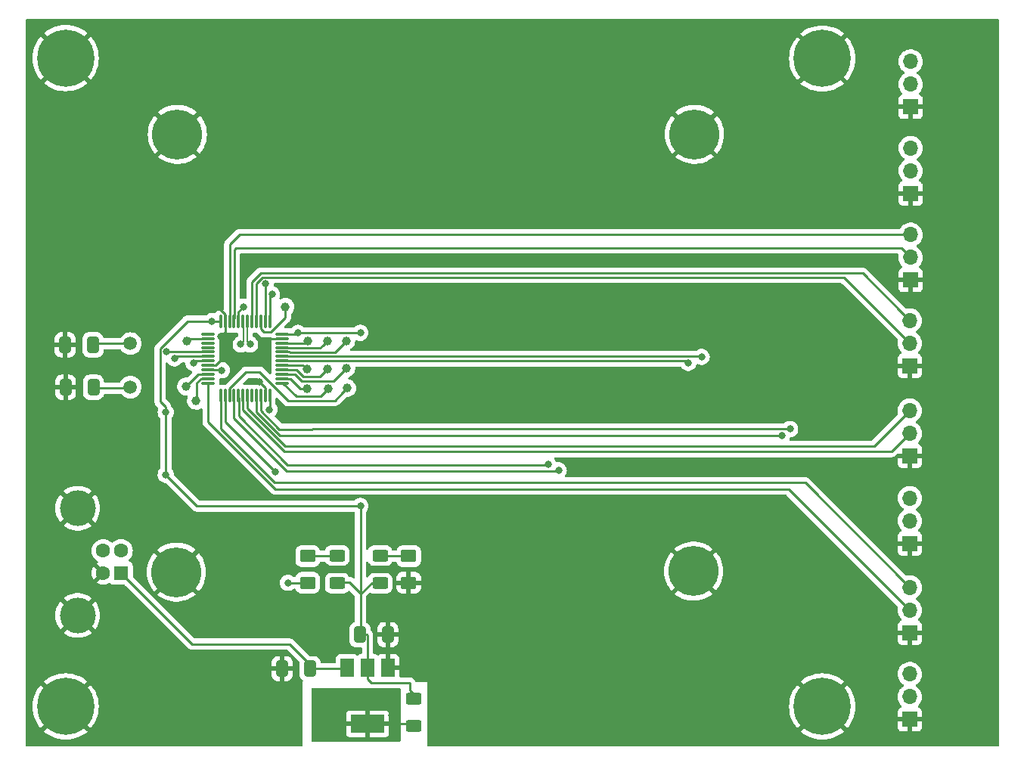
<source format=gbr>
G04 #@! TF.GenerationSoftware,KiCad,Pcbnew,6.0.5-a6ca702e91~116~ubuntu20.04.1*
G04 #@! TF.CreationDate,2022-05-19T12:12:01+02:00*
G04 #@! TF.ProjectId,octoserial,6f63746f-7365-4726-9961-6c2e6b696361,rev?*
G04 #@! TF.SameCoordinates,Original*
G04 #@! TF.FileFunction,Copper,L1,Top*
G04 #@! TF.FilePolarity,Positive*
%FSLAX46Y46*%
G04 Gerber Fmt 4.6, Leading zero omitted, Abs format (unit mm)*
G04 Created by KiCad (PCBNEW 6.0.5-a6ca702e91~116~ubuntu20.04.1) date 2022-05-19 12:12:01*
%MOMM*%
%LPD*%
G01*
G04 APERTURE LIST*
G04 Aperture macros list*
%AMRoundRect*
0 Rectangle with rounded corners*
0 $1 Rounding radius*
0 $2 $3 $4 $5 $6 $7 $8 $9 X,Y pos of 4 corners*
0 Add a 4 corners polygon primitive as box body*
4,1,4,$2,$3,$4,$5,$6,$7,$8,$9,$2,$3,0*
0 Add four circle primitives for the rounded corners*
1,1,$1+$1,$2,$3*
1,1,$1+$1,$4,$5*
1,1,$1+$1,$6,$7*
1,1,$1+$1,$8,$9*
0 Add four rect primitives between the rounded corners*
20,1,$1+$1,$2,$3,$4,$5,0*
20,1,$1+$1,$4,$5,$6,$7,0*
20,1,$1+$1,$6,$7,$8,$9,0*
20,1,$1+$1,$8,$9,$2,$3,0*%
G04 Aperture macros list end*
G04 #@! TA.AperFunction,ComponentPad*
%ADD10C,4.000000*%
G04 #@! TD*
G04 #@! TA.AperFunction,ComponentPad*
%ADD11C,1.600000*%
G04 #@! TD*
G04 #@! TA.AperFunction,ComponentPad*
%ADD12R,1.600000X1.600000*%
G04 #@! TD*
G04 #@! TA.AperFunction,SMDPad,CuDef*
%ADD13RoundRect,0.250000X0.625000X-0.400000X0.625000X0.400000X-0.625000X0.400000X-0.625000X-0.400000X0*%
G04 #@! TD*
G04 #@! TA.AperFunction,SMDPad,CuDef*
%ADD14RoundRect,0.250000X0.412500X0.650000X-0.412500X0.650000X-0.412500X-0.650000X0.412500X-0.650000X0*%
G04 #@! TD*
G04 #@! TA.AperFunction,SMDPad,CuDef*
%ADD15RoundRect,0.250000X-0.412500X-0.650000X0.412500X-0.650000X0.412500X0.650000X-0.412500X0.650000X0*%
G04 #@! TD*
G04 #@! TA.AperFunction,ComponentPad*
%ADD16C,5.600000*%
G04 #@! TD*
G04 #@! TA.AperFunction,SMDPad,CuDef*
%ADD17C,1.000000*%
G04 #@! TD*
G04 #@! TA.AperFunction,SMDPad,CuDef*
%ADD18RoundRect,0.250001X0.624999X-0.462499X0.624999X0.462499X-0.624999X0.462499X-0.624999X-0.462499X0*%
G04 #@! TD*
G04 #@! TA.AperFunction,SMDPad,CuDef*
%ADD19RoundRect,0.075000X-0.662500X-0.075000X0.662500X-0.075000X0.662500X0.075000X-0.662500X0.075000X0*%
G04 #@! TD*
G04 #@! TA.AperFunction,SMDPad,CuDef*
%ADD20RoundRect,0.075000X-0.075000X-0.662500X0.075000X-0.662500X0.075000X0.662500X-0.075000X0.662500X0*%
G04 #@! TD*
G04 #@! TA.AperFunction,ComponentPad*
%ADD21R,1.700000X1.700000*%
G04 #@! TD*
G04 #@! TA.AperFunction,ComponentPad*
%ADD22O,1.700000X1.700000*%
G04 #@! TD*
G04 #@! TA.AperFunction,ComponentPad*
%ADD23C,6.400000*%
G04 #@! TD*
G04 #@! TA.AperFunction,ComponentPad*
%ADD24C,1.500000*%
G04 #@! TD*
G04 #@! TA.AperFunction,SMDPad,CuDef*
%ADD25R,1.500000X2.000000*%
G04 #@! TD*
G04 #@! TA.AperFunction,SMDPad,CuDef*
%ADD26R,3.800000X2.000000*%
G04 #@! TD*
G04 #@! TA.AperFunction,ViaPad*
%ADD27C,0.800000*%
G04 #@! TD*
G04 #@! TA.AperFunction,Conductor*
%ADD28C,0.250000*%
G04 #@! TD*
G04 #@! TA.AperFunction,Conductor*
%ADD29C,0.200000*%
G04 #@! TD*
G04 APERTURE END LIST*
D10*
X48847500Y-103850000D03*
X48847500Y-91850000D03*
D11*
X51707500Y-99100000D03*
X51707500Y-96600000D03*
X53707500Y-96600000D03*
D12*
X53707500Y-99100000D03*
D13*
X86500000Y-116250000D03*
X86500000Y-113150000D03*
X77900000Y-100237500D03*
X77900000Y-97137500D03*
X82700000Y-100250000D03*
X82700000Y-97150000D03*
D14*
X50612500Y-78300000D03*
X47487500Y-78300000D03*
X50562500Y-73550000D03*
X47437500Y-73550000D03*
D15*
X80437500Y-106000000D03*
X83562500Y-106000000D03*
D14*
X74862500Y-109800000D03*
X71737500Y-109800000D03*
D16*
X59900000Y-99000000D03*
X117800000Y-98900000D03*
X117900000Y-50000000D03*
X60000000Y-50000000D03*
D17*
X79000000Y-78400000D03*
X76900000Y-78500000D03*
X62100000Y-79800000D03*
X74500000Y-78500000D03*
X61000000Y-78200000D03*
X78900000Y-76200000D03*
X76800000Y-76300000D03*
X74500000Y-76300000D03*
X78900000Y-73100000D03*
X76800000Y-73100000D03*
X74600000Y-73100000D03*
X61100000Y-73100000D03*
X72100000Y-69300000D03*
D18*
X74600000Y-100187500D03*
X74600000Y-97212500D03*
X85900000Y-100187500D03*
X85900000Y-97212500D03*
D19*
X63437500Y-72350000D03*
X63437500Y-72850000D03*
X63437500Y-73350000D03*
X63437500Y-73850000D03*
X63437500Y-74350000D03*
X63437500Y-74850000D03*
X63437500Y-75350000D03*
X63437500Y-75850000D03*
X63437500Y-76350000D03*
X63437500Y-76850000D03*
X63437500Y-77350000D03*
X63437500Y-77850000D03*
D20*
X64850000Y-79262500D03*
X65350000Y-79262500D03*
X65850000Y-79262500D03*
X66350000Y-79262500D03*
X66850000Y-79262500D03*
X67350000Y-79262500D03*
X67850000Y-79262500D03*
X68350000Y-79262500D03*
X68850000Y-79262500D03*
X69350000Y-79262500D03*
X69850000Y-79262500D03*
X70350000Y-79262500D03*
D19*
X71762500Y-77850000D03*
X71762500Y-77350000D03*
X71762500Y-76850000D03*
X71762500Y-76350000D03*
X71762500Y-75850000D03*
X71762500Y-75350000D03*
X71762500Y-74850000D03*
X71762500Y-74350000D03*
X71762500Y-73850000D03*
X71762500Y-73350000D03*
X71762500Y-72850000D03*
X71762500Y-72350000D03*
D20*
X70350000Y-70937500D03*
X69850000Y-70937500D03*
X69350000Y-70937500D03*
X68850000Y-70937500D03*
X68350000Y-70937500D03*
X67850000Y-70937500D03*
X67350000Y-70937500D03*
X66850000Y-70937500D03*
X66350000Y-70937500D03*
X65850000Y-70937500D03*
X65350000Y-70937500D03*
X64850000Y-70937500D03*
D21*
X142100000Y-46900000D03*
D22*
X142100000Y-44360000D03*
X142100000Y-41820000D03*
D21*
X142100000Y-56600000D03*
D22*
X142100000Y-54060000D03*
X142100000Y-51520000D03*
D21*
X142100000Y-66300000D03*
D22*
X142100000Y-63760000D03*
X142100000Y-61220000D03*
D21*
X142000000Y-75900000D03*
D22*
X142000000Y-73360000D03*
X142000000Y-70820000D03*
D23*
X132200000Y-114050000D03*
X47500000Y-114050000D03*
X47500000Y-41450000D03*
X132200000Y-41500000D03*
D24*
X54750000Y-73400000D03*
X54750000Y-78280000D03*
D21*
X142000000Y-86000000D03*
D22*
X142000000Y-83460000D03*
X142000000Y-80920000D03*
D21*
X142000000Y-95800000D03*
D22*
X142000000Y-93260000D03*
X142000000Y-90720000D03*
D21*
X142000000Y-105800000D03*
D22*
X142000000Y-103260000D03*
X142000000Y-100720000D03*
D21*
X142000000Y-115500000D03*
D22*
X142000000Y-112960000D03*
X142000000Y-110420000D03*
D25*
X83600000Y-109700000D03*
D26*
X81300000Y-116000000D03*
D25*
X81300000Y-109700000D03*
X79000000Y-109700000D03*
D27*
X45600000Y-78300000D03*
X45600000Y-73500000D03*
X69800000Y-109800000D03*
X70000000Y-73200000D03*
X69200000Y-77700000D03*
X64900000Y-72587500D03*
X62900000Y-69000000D03*
X65100000Y-74900000D03*
X84000000Y-116000000D03*
X84000000Y-115000000D03*
X76000000Y-115000000D03*
X77000000Y-115000000D03*
X78000000Y-115000000D03*
X76000000Y-116000000D03*
X76000000Y-114000000D03*
X76000000Y-113000000D03*
X77000000Y-113000000D03*
X77000000Y-114000000D03*
X77000000Y-116000000D03*
X78000000Y-116000000D03*
X78000000Y-114000000D03*
X78000000Y-113000000D03*
X79000000Y-113000000D03*
X79000000Y-114000000D03*
X80000000Y-114000000D03*
X80000000Y-113000000D03*
X81000000Y-113000000D03*
X81000000Y-114000000D03*
X82000000Y-114000000D03*
X82000000Y-113000000D03*
X83000000Y-113000000D03*
X84000000Y-113000000D03*
X84000000Y-114000000D03*
X83000000Y-114000000D03*
X63900000Y-70900000D03*
X70300000Y-80800000D03*
X73500000Y-72200000D03*
X80500000Y-91600000D03*
X80500000Y-72200000D03*
X58700000Y-88100000D03*
X58700000Y-81100000D03*
X65000000Y-76400000D03*
X58800000Y-74300000D03*
X59694429Y-75075000D03*
X68150000Y-73500000D03*
X67100000Y-73500000D03*
X128600000Y-82975000D03*
X127700000Y-83700000D03*
X118700000Y-74900000D03*
X117200000Y-75575000D03*
X61800000Y-75575000D03*
X101500000Y-86900000D03*
X102700000Y-87600000D03*
X69874990Y-66725010D03*
X70599990Y-67900000D03*
X67400000Y-69300000D03*
X71000000Y-87800000D03*
X72400000Y-100200000D03*
D28*
X53707500Y-99100000D02*
X61667500Y-107060000D01*
X61667500Y-107060000D02*
X72550000Y-107060000D01*
X72550000Y-107060000D02*
X74862500Y-109372500D01*
X74862500Y-109372500D02*
X74862500Y-109800000D01*
X80500000Y-91600000D02*
X62200000Y-91600000D01*
X62200000Y-91600000D02*
X58700000Y-88100000D01*
X47650000Y-78300000D02*
X45600000Y-78300000D01*
X45650000Y-73550000D02*
X45600000Y-73500000D01*
X47600000Y-73550000D02*
X45650000Y-73550000D01*
X71900000Y-109800000D02*
X69800000Y-109800000D01*
X83600000Y-106112500D02*
X83487500Y-106000000D01*
X70350000Y-72850000D02*
X70000000Y-73200000D01*
X71762500Y-72850000D02*
X70350000Y-72850000D01*
X69850000Y-78350000D02*
X69200000Y-77700000D01*
X69850000Y-79262500D02*
X69850000Y-78350000D01*
X65350000Y-72137500D02*
X64900000Y-72587500D01*
X65350000Y-70937500D02*
X65350000Y-72137500D01*
X64215702Y-69000000D02*
X62900000Y-69000000D01*
X65350000Y-70134298D02*
X64215702Y-69000000D01*
X65350000Y-70937500D02*
X65350000Y-70134298D01*
X69850000Y-79262500D02*
X69850000Y-78459298D01*
X65100000Y-74990702D02*
X65100000Y-74900000D01*
X64240702Y-75850000D02*
X65100000Y-74990702D01*
X63437500Y-75850000D02*
X64240702Y-75850000D01*
X78900000Y-109800000D02*
X79000000Y-109700000D01*
X74700000Y-109800000D02*
X78900000Y-109800000D01*
X86092500Y-116000000D02*
X86400000Y-116307500D01*
X81300000Y-116000000D02*
X84000000Y-116000000D01*
X84000000Y-116000000D02*
X86092500Y-116000000D01*
X81300000Y-110950000D02*
X81750000Y-111400000D01*
X81750000Y-111400000D02*
X86000000Y-111400000D01*
X81300000Y-109700000D02*
X81300000Y-110950000D01*
X86000000Y-112220000D02*
X86000000Y-111400000D01*
X86400000Y-112620000D02*
X86000000Y-112220000D01*
X86400000Y-113332500D02*
X86400000Y-112620000D01*
X81300000Y-106075000D02*
X81225000Y-106000000D01*
X81300000Y-109700000D02*
X81300000Y-106075000D01*
X80512500Y-106000000D02*
X81225000Y-106000000D01*
X63937500Y-70937500D02*
X63900000Y-70900000D01*
X64850000Y-70937500D02*
X63937500Y-70937500D01*
X70350000Y-80750000D02*
X70350000Y-79262500D01*
X70300000Y-80800000D02*
X70350000Y-80750000D01*
X73350000Y-72350000D02*
X73500000Y-72200000D01*
X71762500Y-72350000D02*
X73350000Y-72350000D01*
X80512500Y-91612500D02*
X80500000Y-91600000D01*
X80512500Y-106000000D02*
X80512500Y-91612500D01*
X80500000Y-72200000D02*
X73500000Y-72200000D01*
X58700000Y-88100000D02*
X58700000Y-81100000D01*
X63334315Y-70900000D02*
X63900000Y-70900000D01*
X61126998Y-70900000D02*
X63334315Y-70900000D01*
X58074999Y-73951999D02*
X61126998Y-70900000D01*
X58074999Y-79909314D02*
X58074999Y-73951999D01*
X58700000Y-80534315D02*
X58074999Y-79909314D01*
X58700000Y-81100000D02*
X58700000Y-80534315D01*
X80512500Y-105125000D02*
X80512500Y-106000000D01*
X80512500Y-101500000D02*
X80512500Y-105125000D01*
X82700000Y-100187500D02*
X81825000Y-100187500D01*
X79275000Y-100175000D02*
X80500000Y-101400000D01*
X77900000Y-100175000D02*
X79275000Y-100175000D01*
X80500000Y-101400000D02*
X80512500Y-101500000D01*
X81825000Y-100187500D02*
X80500000Y-101400000D01*
X64950000Y-76350000D02*
X65000000Y-76400000D01*
X63437500Y-76350000D02*
X64950000Y-76350000D01*
X54750000Y-73400000D02*
X50550000Y-73400000D01*
X58850000Y-74350000D02*
X58800000Y-74300000D01*
X63437500Y-74350000D02*
X58850000Y-74350000D01*
X54750000Y-78400000D02*
X50550000Y-78400000D01*
X59919429Y-74850000D02*
X59694429Y-75075000D01*
X63437500Y-74850000D02*
X59919429Y-74850000D01*
D29*
X67850000Y-70987500D02*
X67850000Y-70937500D01*
X67850000Y-73200000D02*
X67850000Y-70987500D01*
X68150000Y-73500000D02*
X67850000Y-73200000D01*
X67400000Y-70987500D02*
X67350000Y-70937500D01*
X67400000Y-73200000D02*
X67400000Y-70987500D01*
X67100000Y-73500000D02*
X67400000Y-73200000D01*
D28*
X67850000Y-80695822D02*
X72054178Y-84900000D01*
X67850000Y-79262500D02*
X67850000Y-80695822D01*
X72054178Y-84900000D02*
X75100000Y-84900000D01*
X138020000Y-84900000D02*
X142000000Y-80920000D01*
X75100000Y-84900000D02*
X138020000Y-84900000D01*
X139960000Y-85500000D02*
X142000000Y-83460000D01*
X67350000Y-80832232D02*
X72017768Y-85500000D01*
X72017768Y-85500000D02*
X139960000Y-85500000D01*
X67350000Y-79262500D02*
X67350000Y-80832232D01*
X69350000Y-80923002D02*
X71426998Y-83000000D01*
X69350000Y-79262500D02*
X69350000Y-80923002D01*
X75125000Y-82975000D02*
X128600000Y-82975000D01*
X75100000Y-83000000D02*
X75125000Y-82975000D01*
X71426998Y-83000000D02*
X75100000Y-83000000D01*
X68850000Y-81059412D02*
X71490588Y-83700000D01*
X68850000Y-79262500D02*
X68850000Y-81059412D01*
X71490588Y-83700000D02*
X74700000Y-83700000D01*
X74700000Y-83700000D02*
X127700000Y-83700000D01*
X130280000Y-89000000D02*
X142000000Y-100720000D01*
X70900000Y-89000000D02*
X130280000Y-89000000D01*
X64850000Y-82950000D02*
X70900000Y-89000000D01*
X64850000Y-79262500D02*
X64850000Y-82950000D01*
X70963590Y-89700000D02*
X128440000Y-89700000D01*
X128440000Y-89700000D02*
X142000000Y-103260000D01*
X63437500Y-82173910D02*
X70963590Y-89700000D01*
X63437500Y-77850000D02*
X63437500Y-82173910D01*
X71762500Y-74850000D02*
X112950000Y-74850000D01*
X118650000Y-74850000D02*
X118700000Y-74900000D01*
X112950000Y-74850000D02*
X118650000Y-74850000D01*
X79150000Y-75350000D02*
X114450000Y-75350000D01*
X71762500Y-75350000D02*
X79150000Y-75350000D01*
X116975000Y-75350000D02*
X117200000Y-75575000D01*
X114450000Y-75350000D02*
X116975000Y-75350000D01*
X62025000Y-75350000D02*
X61800000Y-75575000D01*
X63437500Y-75350000D02*
X62025000Y-75350000D01*
X141150001Y-69970001D02*
X142000000Y-70820000D01*
X136729999Y-65549999D02*
X141150001Y-69970001D01*
X69340589Y-65549999D02*
X136729999Y-65549999D01*
X68350000Y-66540588D02*
X69340589Y-65549999D01*
X68350000Y-70937500D02*
X68350000Y-66540588D01*
X141150001Y-72510001D02*
X142000000Y-73360000D01*
X134640009Y-66000009D02*
X141150001Y-72510001D01*
X69526989Y-66000009D02*
X134640009Y-66000009D01*
X68850000Y-66676998D02*
X69526989Y-66000009D01*
X68850000Y-70937500D02*
X68850000Y-66676998D01*
X65874990Y-62325010D02*
X66980000Y-61220000D01*
X65874990Y-70925010D02*
X65874990Y-62325010D01*
X66980000Y-61220000D02*
X142100000Y-61220000D01*
X65862500Y-70937500D02*
X65874990Y-70925010D01*
X65850000Y-70937500D02*
X65862500Y-70937500D01*
X66374990Y-70625010D02*
X66374990Y-62925010D01*
X66350000Y-70650000D02*
X66374990Y-70625010D01*
X66350000Y-70937500D02*
X66350000Y-70650000D01*
X66374990Y-62925010D02*
X66600000Y-62700000D01*
X141040000Y-62700000D02*
X142100000Y-63760000D01*
X66600000Y-62700000D02*
X141040000Y-62700000D01*
X101400000Y-87000000D02*
X101500000Y-86900000D01*
X72349980Y-87000000D02*
X75200000Y-87000000D01*
X66874990Y-79474990D02*
X66874990Y-81525010D01*
X66874990Y-81525010D02*
X72349980Y-87000000D01*
X66850000Y-79262500D02*
X66850000Y-79450000D01*
X75200000Y-87000000D02*
X101400000Y-87000000D01*
X66850000Y-79450000D02*
X66874990Y-79474990D01*
X66350000Y-79262500D02*
X66350000Y-81750000D01*
X66350000Y-81786410D02*
X72263590Y-87700000D01*
X66350000Y-81750000D02*
X66350000Y-81786410D01*
X72263590Y-87700000D02*
X74700000Y-87700000D01*
X102600000Y-87700000D02*
X102700000Y-87600000D01*
X74700000Y-87700000D02*
X102600000Y-87700000D01*
X69874990Y-70925010D02*
X69874990Y-67325010D01*
X69850000Y-70937500D02*
X69862500Y-70937500D01*
X69874990Y-67325010D02*
X69874990Y-66725010D01*
X69862500Y-70937500D02*
X69874990Y-70925010D01*
X70350000Y-68050000D02*
X70449990Y-68050000D01*
X70449990Y-68050000D02*
X70599990Y-67900000D01*
X70350000Y-70937500D02*
X70350000Y-68050000D01*
X66850000Y-69850000D02*
X67400000Y-69300000D01*
X66850000Y-70937500D02*
X66850000Y-69850000D01*
X85025000Y-97212500D02*
X82700000Y-97212500D01*
X85900000Y-97212500D02*
X85025000Y-97212500D01*
X77887500Y-97212500D02*
X77900000Y-97200000D01*
X74600000Y-97212500D02*
X77887500Y-97212500D01*
X65350000Y-82150000D02*
X71000000Y-87800000D01*
X65350000Y-79262500D02*
X65350000Y-82150000D01*
X74587500Y-100200000D02*
X74600000Y-100187500D01*
X72400000Y-100200000D02*
X74587500Y-100200000D01*
X72100000Y-70007106D02*
X72100000Y-69300000D01*
X72100000Y-70490702D02*
X72100000Y-70007106D01*
X70481394Y-72109308D02*
X72100000Y-70490702D01*
X69718606Y-72109308D02*
X70481394Y-72109308D01*
X69350000Y-71740702D02*
X69718606Y-72109308D01*
X69350000Y-70937500D02*
X69350000Y-71740702D01*
X61350000Y-72850000D02*
X61100000Y-73100000D01*
X63437500Y-72850000D02*
X61350000Y-72850000D01*
X74350000Y-73350000D02*
X74600000Y-73100000D01*
X71762500Y-73350000D02*
X74350000Y-73350000D01*
X75974999Y-73925001D02*
X76300001Y-73599999D01*
X76300001Y-73599999D02*
X76800000Y-73100000D01*
X74203999Y-73925001D02*
X75974999Y-73925001D01*
X71774990Y-73874990D02*
X74153988Y-73874990D01*
X71762500Y-73862500D02*
X71774990Y-73874990D01*
X74153988Y-73874990D02*
X74203999Y-73925001D01*
X71762500Y-73850000D02*
X71762500Y-73862500D01*
X78400001Y-73599999D02*
X78900000Y-73100000D01*
X77624989Y-74375011D02*
X78400001Y-73599999D01*
X72590713Y-74375011D02*
X77624989Y-74375011D01*
X72565702Y-74350000D02*
X72590713Y-74375011D01*
X71762500Y-74350000D02*
X72565702Y-74350000D01*
X74050000Y-75850000D02*
X74500000Y-76300000D01*
X71762500Y-75850000D02*
X74050000Y-75850000D01*
X76300001Y-76799999D02*
X76800000Y-76300000D01*
X74103999Y-77125001D02*
X75974999Y-77125001D01*
X75974999Y-77125001D02*
X76300001Y-76799999D01*
X73328998Y-76350000D02*
X74103999Y-77125001D01*
X71762500Y-76350000D02*
X73328998Y-76350000D01*
X78400001Y-76699999D02*
X78900000Y-76200000D01*
X73917599Y-77575011D02*
X77524989Y-77575011D01*
X77524989Y-77575011D02*
X78400001Y-76699999D01*
X73192588Y-76850000D02*
X73917599Y-77575011D01*
X71762500Y-76850000D02*
X73192588Y-76850000D01*
X62350000Y-76850000D02*
X63437500Y-76850000D01*
X61000000Y-78200000D02*
X62350000Y-76850000D01*
X73792894Y-78500000D02*
X74500000Y-78500000D01*
X72642894Y-77350000D02*
X73792894Y-78500000D01*
X71762500Y-77350000D02*
X72642894Y-77350000D01*
X62200000Y-79700000D02*
X62100000Y-79800000D01*
X62200000Y-77784298D02*
X62200000Y-79700000D01*
X62634298Y-77350000D02*
X62200000Y-77784298D01*
X63437500Y-77350000D02*
X62634298Y-77350000D01*
X76074999Y-79325001D02*
X76400001Y-78999999D01*
X76400001Y-78999999D02*
X76900000Y-78500000D01*
X73325001Y-79325001D02*
X76074999Y-79325001D01*
X71850000Y-77850000D02*
X73325001Y-79325001D01*
X71762500Y-77850000D02*
X71850000Y-77850000D01*
X72384309Y-79775011D02*
X77624989Y-79775011D01*
X77624989Y-79775011D02*
X78500001Y-78899999D01*
X69218606Y-76609308D02*
X72384309Y-79775011D01*
X67699990Y-76609308D02*
X69218606Y-76609308D01*
X65825010Y-78484288D02*
X67699990Y-76609308D01*
X65825010Y-79250010D02*
X65825010Y-78484288D01*
X78500001Y-78899999D02*
X79000000Y-78400000D01*
X65837500Y-79262500D02*
X65825010Y-79250010D01*
X65850000Y-79262500D02*
X65837500Y-79262500D01*
G04 #@! TA.AperFunction,Conductor*
G36*
X84942121Y-112020002D02*
G01*
X84988614Y-112073658D01*
X85000000Y-112126000D01*
X85000000Y-117874000D01*
X84979998Y-117942121D01*
X84926342Y-117988614D01*
X84874000Y-118000000D01*
X75126000Y-118000000D01*
X75057879Y-117979998D01*
X75011386Y-117926342D01*
X75000000Y-117874000D01*
X75000000Y-117044669D01*
X78892001Y-117044669D01*
X78892371Y-117051490D01*
X78897895Y-117102352D01*
X78901521Y-117117604D01*
X78946676Y-117238054D01*
X78955214Y-117253649D01*
X79031715Y-117355724D01*
X79044276Y-117368285D01*
X79146351Y-117444786D01*
X79161946Y-117453324D01*
X79282394Y-117498478D01*
X79297649Y-117502105D01*
X79348514Y-117507631D01*
X79355328Y-117508000D01*
X81027885Y-117508000D01*
X81043124Y-117503525D01*
X81044329Y-117502135D01*
X81046000Y-117494452D01*
X81046000Y-117489884D01*
X81554000Y-117489884D01*
X81558475Y-117505123D01*
X81559865Y-117506328D01*
X81567548Y-117507999D01*
X83244669Y-117507999D01*
X83251490Y-117507629D01*
X83302352Y-117502105D01*
X83317604Y-117498479D01*
X83438054Y-117453324D01*
X83453649Y-117444786D01*
X83555724Y-117368285D01*
X83568285Y-117355724D01*
X83644786Y-117253649D01*
X83653324Y-117238054D01*
X83698478Y-117117606D01*
X83702105Y-117102351D01*
X83707631Y-117051486D01*
X83708000Y-117044672D01*
X83708000Y-116272115D01*
X83703525Y-116256876D01*
X83702135Y-116255671D01*
X83694452Y-116254000D01*
X81572115Y-116254000D01*
X81556876Y-116258475D01*
X81555671Y-116259865D01*
X81554000Y-116267548D01*
X81554000Y-117489884D01*
X81046000Y-117489884D01*
X81046000Y-116272115D01*
X81041525Y-116256876D01*
X81040135Y-116255671D01*
X81032452Y-116254000D01*
X78910116Y-116254000D01*
X78894877Y-116258475D01*
X78893672Y-116259865D01*
X78892001Y-116267548D01*
X78892001Y-117044669D01*
X75000000Y-117044669D01*
X75000000Y-115727885D01*
X78892000Y-115727885D01*
X78896475Y-115743124D01*
X78897865Y-115744329D01*
X78905548Y-115746000D01*
X81027885Y-115746000D01*
X81043124Y-115741525D01*
X81044329Y-115740135D01*
X81046000Y-115732452D01*
X81046000Y-115727885D01*
X81554000Y-115727885D01*
X81558475Y-115743124D01*
X81559865Y-115744329D01*
X81567548Y-115746000D01*
X83689884Y-115746000D01*
X83705123Y-115741525D01*
X83706328Y-115740135D01*
X83707999Y-115732452D01*
X83707999Y-114955331D01*
X83707629Y-114948510D01*
X83702105Y-114897648D01*
X83698479Y-114882396D01*
X83653324Y-114761946D01*
X83644786Y-114746351D01*
X83568285Y-114644276D01*
X83555724Y-114631715D01*
X83453649Y-114555214D01*
X83438054Y-114546676D01*
X83317606Y-114501522D01*
X83302351Y-114497895D01*
X83251486Y-114492369D01*
X83244672Y-114492000D01*
X81572115Y-114492000D01*
X81556876Y-114496475D01*
X81555671Y-114497865D01*
X81554000Y-114505548D01*
X81554000Y-115727885D01*
X81046000Y-115727885D01*
X81046000Y-114510116D01*
X81041525Y-114494877D01*
X81040135Y-114493672D01*
X81032452Y-114492001D01*
X79355331Y-114492001D01*
X79348510Y-114492371D01*
X79297648Y-114497895D01*
X79282396Y-114501521D01*
X79161946Y-114546676D01*
X79146351Y-114555214D01*
X79044276Y-114631715D01*
X79031715Y-114644276D01*
X78955214Y-114746351D01*
X78946676Y-114761946D01*
X78901522Y-114882394D01*
X78897895Y-114897649D01*
X78892369Y-114948514D01*
X78892000Y-114955328D01*
X78892000Y-115727885D01*
X75000000Y-115727885D01*
X75000000Y-112126000D01*
X75020002Y-112057879D01*
X75073658Y-112011386D01*
X75126000Y-112000000D01*
X84874000Y-112000000D01*
X84942121Y-112020002D01*
G37*
G04 #@! TD.AperFunction*
G04 #@! TA.AperFunction,Conductor*
G36*
X151933621Y-37078502D02*
G01*
X151980114Y-37132158D01*
X151991500Y-37184500D01*
X151991500Y-118415500D01*
X151971498Y-118483621D01*
X151917842Y-118530114D01*
X151865500Y-118541500D01*
X88114131Y-118541500D01*
X88046010Y-118521498D01*
X87999517Y-118467842D01*
X87988131Y-118415500D01*
X87988131Y-116847386D01*
X129767759Y-116847386D01*
X129775216Y-116857753D01*
X130014935Y-117051874D01*
X130020272Y-117055751D01*
X130340685Y-117263830D01*
X130346394Y-117267127D01*
X130686811Y-117440578D01*
X130692836Y-117443260D01*
X131049502Y-117580171D01*
X131055784Y-117582212D01*
X131424816Y-117681094D01*
X131431266Y-117682465D01*
X131808629Y-117742234D01*
X131815167Y-117742920D01*
X132196699Y-117762916D01*
X132203301Y-117762916D01*
X132584833Y-117742920D01*
X132591371Y-117742234D01*
X132968734Y-117682465D01*
X132975184Y-117681094D01*
X133344216Y-117582212D01*
X133350498Y-117580171D01*
X133707164Y-117443260D01*
X133713189Y-117440578D01*
X134053606Y-117267127D01*
X134059315Y-117263830D01*
X134379728Y-117055751D01*
X134385065Y-117051874D01*
X134623835Y-116858522D01*
X134632300Y-116846267D01*
X134625966Y-116835176D01*
X132212812Y-114422022D01*
X132198868Y-114414408D01*
X132197035Y-114414539D01*
X132190420Y-114418790D01*
X129774900Y-116834310D01*
X129767759Y-116847386D01*
X87988131Y-116847386D01*
X87988131Y-114053301D01*
X128487084Y-114053301D01*
X128507080Y-114434833D01*
X128507766Y-114441371D01*
X128567535Y-114818734D01*
X128568906Y-114825184D01*
X128667788Y-115194216D01*
X128669829Y-115200498D01*
X128806740Y-115557164D01*
X128809422Y-115563189D01*
X128982872Y-115903603D01*
X128986169Y-115909313D01*
X129194253Y-116229735D01*
X129198123Y-116235061D01*
X129391478Y-116473835D01*
X129403733Y-116482300D01*
X129414824Y-116475966D01*
X131827978Y-114062812D01*
X131834356Y-114051132D01*
X132564408Y-114051132D01*
X132564539Y-114052965D01*
X132568790Y-114059580D01*
X134984310Y-116475100D01*
X134997386Y-116482241D01*
X135007753Y-116474784D01*
X135072629Y-116394669D01*
X140642001Y-116394669D01*
X140642371Y-116401490D01*
X140647895Y-116452352D01*
X140651521Y-116467604D01*
X140696676Y-116588054D01*
X140705214Y-116603649D01*
X140781715Y-116705724D01*
X140794276Y-116718285D01*
X140896351Y-116794786D01*
X140911946Y-116803324D01*
X141032394Y-116848478D01*
X141047649Y-116852105D01*
X141098514Y-116857631D01*
X141105328Y-116858000D01*
X141727885Y-116858000D01*
X141743124Y-116853525D01*
X141744329Y-116852135D01*
X141746000Y-116844452D01*
X141746000Y-116839884D01*
X142254000Y-116839884D01*
X142258475Y-116855123D01*
X142259865Y-116856328D01*
X142267548Y-116857999D01*
X142894669Y-116857999D01*
X142901490Y-116857629D01*
X142952352Y-116852105D01*
X142967604Y-116848479D01*
X143088054Y-116803324D01*
X143103649Y-116794786D01*
X143205724Y-116718285D01*
X143218285Y-116705724D01*
X143294786Y-116603649D01*
X143303324Y-116588054D01*
X143348478Y-116467606D01*
X143352105Y-116452351D01*
X143357631Y-116401486D01*
X143358000Y-116394672D01*
X143358000Y-115772115D01*
X143353525Y-115756876D01*
X143352135Y-115755671D01*
X143344452Y-115754000D01*
X142272115Y-115754000D01*
X142256876Y-115758475D01*
X142255671Y-115759865D01*
X142254000Y-115767548D01*
X142254000Y-116839884D01*
X141746000Y-116839884D01*
X141746000Y-115772115D01*
X141741525Y-115756876D01*
X141740135Y-115755671D01*
X141732452Y-115754000D01*
X140660116Y-115754000D01*
X140644877Y-115758475D01*
X140643672Y-115759865D01*
X140642001Y-115767548D01*
X140642001Y-116394669D01*
X135072629Y-116394669D01*
X135201877Y-116235061D01*
X135205747Y-116229735D01*
X135413831Y-115909313D01*
X135417128Y-115903603D01*
X135590578Y-115563189D01*
X135593260Y-115557164D01*
X135730171Y-115200498D01*
X135732212Y-115194216D01*
X135831094Y-114825184D01*
X135832465Y-114818734D01*
X135892234Y-114441371D01*
X135892920Y-114434833D01*
X135912916Y-114053301D01*
X135912916Y-114046699D01*
X135892920Y-113665167D01*
X135892234Y-113658629D01*
X135832465Y-113281266D01*
X135831094Y-113274816D01*
X135737815Y-112926695D01*
X140637251Y-112926695D01*
X140637548Y-112931848D01*
X140637548Y-112931851D01*
X140643011Y-113026590D01*
X140650110Y-113149715D01*
X140651247Y-113154761D01*
X140651248Y-113154767D01*
X140671119Y-113242939D01*
X140699222Y-113367639D01*
X140783266Y-113574616D01*
X140899987Y-113765088D01*
X141046250Y-113933938D01*
X141050225Y-113937238D01*
X141050231Y-113937244D01*
X141055425Y-113941556D01*
X141095059Y-114000460D01*
X141096555Y-114071441D01*
X141059439Y-114131962D01*
X141019168Y-114156480D01*
X140911946Y-114196676D01*
X140896351Y-114205214D01*
X140794276Y-114281715D01*
X140781715Y-114294276D01*
X140705214Y-114396351D01*
X140696676Y-114411946D01*
X140651522Y-114532394D01*
X140647895Y-114547649D01*
X140642369Y-114598514D01*
X140642000Y-114605328D01*
X140642000Y-115227885D01*
X140646475Y-115243124D01*
X140647865Y-115244329D01*
X140655548Y-115246000D01*
X143339884Y-115246000D01*
X143355123Y-115241525D01*
X143356328Y-115240135D01*
X143357999Y-115232452D01*
X143357999Y-114605331D01*
X143357629Y-114598510D01*
X143352105Y-114547648D01*
X143348479Y-114532396D01*
X143303324Y-114411946D01*
X143294786Y-114396351D01*
X143218285Y-114294276D01*
X143205724Y-114281715D01*
X143103649Y-114205214D01*
X143088054Y-114196676D01*
X142977813Y-114155348D01*
X142921049Y-114112706D01*
X142896349Y-114046145D01*
X142911557Y-113976796D01*
X142933104Y-113948115D01*
X143034430Y-113847144D01*
X143034440Y-113847132D01*
X143038096Y-113843489D01*
X143062109Y-113810072D01*
X143165435Y-113666277D01*
X143168453Y-113662077D01*
X143185076Y-113628444D01*
X143265136Y-113466453D01*
X143265137Y-113466451D01*
X143267430Y-113461811D01*
X143332370Y-113248069D01*
X143361529Y-113026590D01*
X143363156Y-112960000D01*
X143344852Y-112737361D01*
X143290431Y-112520702D01*
X143201354Y-112315840D01*
X143080014Y-112128277D01*
X142929670Y-111963051D01*
X142925619Y-111959852D01*
X142925615Y-111959848D01*
X142758414Y-111827800D01*
X142758410Y-111827798D01*
X142754359Y-111824598D01*
X142713053Y-111801796D01*
X142663084Y-111751364D01*
X142648312Y-111681921D01*
X142673428Y-111615516D01*
X142700780Y-111588909D01*
X142744603Y-111557650D01*
X142879860Y-111461173D01*
X143038096Y-111303489D01*
X143065880Y-111264824D01*
X143165435Y-111126277D01*
X143168453Y-111122077D01*
X143179344Y-111100042D01*
X143265136Y-110926453D01*
X143265137Y-110926451D01*
X143267430Y-110921811D01*
X143309849Y-110782195D01*
X143330865Y-110713023D01*
X143330865Y-110713021D01*
X143332370Y-110708069D01*
X143361529Y-110486590D01*
X143361667Y-110480929D01*
X143363074Y-110423365D01*
X143363074Y-110423361D01*
X143363156Y-110420000D01*
X143344852Y-110197361D01*
X143290431Y-109980702D01*
X143201354Y-109775840D01*
X143080014Y-109588277D01*
X142929670Y-109423051D01*
X142925619Y-109419852D01*
X142925615Y-109419848D01*
X142758414Y-109287800D01*
X142758410Y-109287798D01*
X142754359Y-109284598D01*
X142558789Y-109176638D01*
X142553920Y-109174914D01*
X142553916Y-109174912D01*
X142353087Y-109103795D01*
X142353083Y-109103794D01*
X142348212Y-109102069D01*
X142343119Y-109101162D01*
X142343116Y-109101161D01*
X142133373Y-109063800D01*
X142133367Y-109063799D01*
X142128284Y-109062894D01*
X142054452Y-109061992D01*
X141910081Y-109060228D01*
X141910079Y-109060228D01*
X141904911Y-109060165D01*
X141684091Y-109093955D01*
X141471756Y-109163357D01*
X141273607Y-109266507D01*
X141269474Y-109269610D01*
X141269471Y-109269612D01*
X141245247Y-109287800D01*
X141094965Y-109400635D01*
X141091393Y-109404373D01*
X140961656Y-109540135D01*
X140940629Y-109562138D01*
X140814743Y-109746680D01*
X140720688Y-109949305D01*
X140660989Y-110164570D01*
X140637251Y-110386695D01*
X140637548Y-110391848D01*
X140637548Y-110391851D01*
X140644927Y-110519829D01*
X140650110Y-110609715D01*
X140651247Y-110614761D01*
X140651248Y-110614767D01*
X140661312Y-110659422D01*
X140699222Y-110827639D01*
X140783266Y-111034616D01*
X140823359Y-111100042D01*
X140885135Y-111200851D01*
X140899987Y-111225088D01*
X141046250Y-111393938D01*
X141218126Y-111536632D01*
X141288595Y-111577811D01*
X141291445Y-111579476D01*
X141340169Y-111631114D01*
X141353240Y-111700897D01*
X141326509Y-111766669D01*
X141286055Y-111800027D01*
X141273607Y-111806507D01*
X141269474Y-111809610D01*
X141269471Y-111809612D01*
X141126995Y-111916586D01*
X141094965Y-111940635D01*
X141078758Y-111957595D01*
X141001711Y-112038220D01*
X140940629Y-112102138D01*
X140814743Y-112286680D01*
X140720688Y-112489305D01*
X140660989Y-112704570D01*
X140637251Y-112926695D01*
X135737815Y-112926695D01*
X135732212Y-112905784D01*
X135730171Y-112899502D01*
X135593260Y-112542836D01*
X135590578Y-112536811D01*
X135417128Y-112196397D01*
X135413831Y-112190687D01*
X135205747Y-111870265D01*
X135201877Y-111864939D01*
X135008522Y-111626165D01*
X134996267Y-111617700D01*
X134985176Y-111624034D01*
X132572022Y-114037188D01*
X132564408Y-114051132D01*
X131834356Y-114051132D01*
X131835592Y-114048868D01*
X131835461Y-114047035D01*
X131831210Y-114040420D01*
X129415690Y-111624900D01*
X129402614Y-111617759D01*
X129392247Y-111625216D01*
X129198123Y-111864939D01*
X129194253Y-111870265D01*
X128986169Y-112190687D01*
X128982872Y-112196397D01*
X128809422Y-112536811D01*
X128806740Y-112542836D01*
X128669829Y-112899502D01*
X128667788Y-112905784D01*
X128568906Y-113274816D01*
X128567535Y-113281266D01*
X128507766Y-113658629D01*
X128507080Y-113665167D01*
X128487084Y-114046699D01*
X128487084Y-114053301D01*
X87988131Y-114053301D01*
X87988131Y-111300000D01*
X86727383Y-111300000D01*
X86659262Y-111279998D01*
X86637660Y-111253733D01*
X129767700Y-111253733D01*
X129774034Y-111264824D01*
X132187188Y-113677978D01*
X132201132Y-113685592D01*
X132202965Y-113685461D01*
X132209580Y-113681210D01*
X134625100Y-111265690D01*
X134632241Y-111252614D01*
X134624784Y-111242247D01*
X134385065Y-111048126D01*
X134379728Y-111044249D01*
X134059315Y-110836170D01*
X134053606Y-110832873D01*
X133713189Y-110659422D01*
X133707164Y-110656740D01*
X133350498Y-110519829D01*
X133344216Y-110517788D01*
X132975184Y-110418906D01*
X132968734Y-110417535D01*
X132591371Y-110357766D01*
X132584833Y-110357080D01*
X132203301Y-110337084D01*
X132196699Y-110337084D01*
X131815167Y-110357080D01*
X131808629Y-110357766D01*
X131431266Y-110417535D01*
X131424816Y-110418906D01*
X131055784Y-110517788D01*
X131049502Y-110519829D01*
X130692836Y-110656740D01*
X130686811Y-110659422D01*
X130346397Y-110832872D01*
X130340687Y-110836169D01*
X130020265Y-111044253D01*
X130014939Y-111048123D01*
X129776165Y-111241478D01*
X129767700Y-111253733D01*
X86637660Y-111253733D01*
X86610232Y-111220385D01*
X86597801Y-111188989D01*
X86595129Y-111181570D01*
X86577764Y-111128125D01*
X86573514Y-111121428D01*
X86573350Y-111121169D01*
X86562585Y-111100042D01*
X86562471Y-111099754D01*
X86562468Y-111099749D01*
X86559552Y-111092383D01*
X86554896Y-111085975D01*
X86554893Y-111085969D01*
X86526542Y-111046948D01*
X86522092Y-111040401D01*
X86505490Y-111014240D01*
X86492000Y-110992982D01*
X86485993Y-110987341D01*
X86470312Y-110969554D01*
X86470134Y-110969309D01*
X86470132Y-110969307D01*
X86465472Y-110962893D01*
X86454591Y-110953891D01*
X86422204Y-110927097D01*
X86416270Y-110921866D01*
X86381102Y-110888842D01*
X86381099Y-110888840D01*
X86375321Y-110883414D01*
X86368097Y-110879442D01*
X86348494Y-110866119D01*
X86348254Y-110865920D01*
X86348247Y-110865916D01*
X86342144Y-110860867D01*
X86291324Y-110836953D01*
X86284292Y-110833371D01*
X86235060Y-110806305D01*
X86227385Y-110804335D01*
X86227379Y-110804332D01*
X86227081Y-110804256D01*
X86204772Y-110796224D01*
X86204497Y-110796094D01*
X86204489Y-110796091D01*
X86197318Y-110792717D01*
X86142151Y-110782194D01*
X86134442Y-110780471D01*
X86100449Y-110771743D01*
X86087707Y-110768471D01*
X86087706Y-110768471D01*
X86080030Y-110766500D01*
X86071793Y-110766500D01*
X86048184Y-110764268D01*
X86047881Y-110764210D01*
X86047877Y-110764210D01*
X86040094Y-110762725D01*
X85984049Y-110766251D01*
X85976138Y-110766500D01*
X84984000Y-110766500D01*
X84915879Y-110746498D01*
X84869386Y-110692842D01*
X84858000Y-110640500D01*
X84858000Y-109972115D01*
X84853525Y-109956876D01*
X84852135Y-109955671D01*
X84844452Y-109954000D01*
X83472000Y-109954000D01*
X83403879Y-109933998D01*
X83357386Y-109880342D01*
X83346000Y-109828000D01*
X83346000Y-109427885D01*
X83854000Y-109427885D01*
X83858475Y-109443124D01*
X83859865Y-109444329D01*
X83867548Y-109446000D01*
X84839884Y-109446000D01*
X84855123Y-109441525D01*
X84856328Y-109440135D01*
X84857999Y-109432452D01*
X84857999Y-108655331D01*
X84857629Y-108648510D01*
X84852105Y-108597648D01*
X84848479Y-108582396D01*
X84803324Y-108461946D01*
X84794786Y-108446351D01*
X84718285Y-108344276D01*
X84705724Y-108331715D01*
X84603649Y-108255214D01*
X84588054Y-108246676D01*
X84467606Y-108201522D01*
X84452351Y-108197895D01*
X84401486Y-108192369D01*
X84394672Y-108192000D01*
X83872115Y-108192000D01*
X83856876Y-108196475D01*
X83855671Y-108197865D01*
X83854000Y-108205548D01*
X83854000Y-109427885D01*
X83346000Y-109427885D01*
X83346000Y-108210116D01*
X83341525Y-108194877D01*
X83340135Y-108193672D01*
X83332452Y-108192001D01*
X82805331Y-108192001D01*
X82798510Y-108192371D01*
X82747648Y-108197895D01*
X82732396Y-108201521D01*
X82611946Y-108246676D01*
X82596352Y-108255214D01*
X82525982Y-108307953D01*
X82459476Y-108332801D01*
X82390093Y-108317748D01*
X82374852Y-108307953D01*
X82372955Y-108306531D01*
X82296705Y-108249385D01*
X82160316Y-108198255D01*
X82098134Y-108191500D01*
X82059500Y-108191500D01*
X81991379Y-108171498D01*
X81944886Y-108117842D01*
X81933500Y-108065500D01*
X81933500Y-106697095D01*
X82392001Y-106697095D01*
X82392338Y-106703614D01*
X82402257Y-106799206D01*
X82405149Y-106812600D01*
X82456588Y-106966784D01*
X82462761Y-106979962D01*
X82548063Y-107117807D01*
X82557099Y-107129208D01*
X82671829Y-107243739D01*
X82683240Y-107252751D01*
X82821243Y-107337816D01*
X82834424Y-107343963D01*
X82988710Y-107395138D01*
X83002086Y-107398005D01*
X83096438Y-107407672D01*
X83102854Y-107408000D01*
X83290385Y-107408000D01*
X83305624Y-107403525D01*
X83306829Y-107402135D01*
X83308500Y-107394452D01*
X83308500Y-107389884D01*
X83816500Y-107389884D01*
X83820975Y-107405123D01*
X83822365Y-107406328D01*
X83830048Y-107407999D01*
X84022095Y-107407999D01*
X84028614Y-107407662D01*
X84124206Y-107397743D01*
X84137600Y-107394851D01*
X84291784Y-107343412D01*
X84304962Y-107337239D01*
X84442807Y-107251937D01*
X84454208Y-107242901D01*
X84568739Y-107128171D01*
X84577751Y-107116760D01*
X84662816Y-106978757D01*
X84668963Y-106965576D01*
X84720138Y-106811290D01*
X84723005Y-106797914D01*
X84732672Y-106703562D01*
X84733000Y-106697146D01*
X84733000Y-106694669D01*
X140642001Y-106694669D01*
X140642371Y-106701490D01*
X140647895Y-106752352D01*
X140651521Y-106767604D01*
X140696676Y-106888054D01*
X140705214Y-106903649D01*
X140781715Y-107005724D01*
X140794276Y-107018285D01*
X140896351Y-107094786D01*
X140911946Y-107103324D01*
X141032394Y-107148478D01*
X141047649Y-107152105D01*
X141098514Y-107157631D01*
X141105328Y-107158000D01*
X141727885Y-107158000D01*
X141743124Y-107153525D01*
X141744329Y-107152135D01*
X141746000Y-107144452D01*
X141746000Y-107139884D01*
X142254000Y-107139884D01*
X142258475Y-107155123D01*
X142259865Y-107156328D01*
X142267548Y-107157999D01*
X142894669Y-107157999D01*
X142901490Y-107157629D01*
X142952352Y-107152105D01*
X142967604Y-107148479D01*
X143088054Y-107103324D01*
X143103649Y-107094786D01*
X143205724Y-107018285D01*
X143218285Y-107005724D01*
X143294786Y-106903649D01*
X143303324Y-106888054D01*
X143348478Y-106767606D01*
X143352105Y-106752351D01*
X143357631Y-106701486D01*
X143358000Y-106694672D01*
X143358000Y-106072115D01*
X143353525Y-106056876D01*
X143352135Y-106055671D01*
X143344452Y-106054000D01*
X142272115Y-106054000D01*
X142256876Y-106058475D01*
X142255671Y-106059865D01*
X142254000Y-106067548D01*
X142254000Y-107139884D01*
X141746000Y-107139884D01*
X141746000Y-106072115D01*
X141741525Y-106056876D01*
X141740135Y-106055671D01*
X141732452Y-106054000D01*
X140660116Y-106054000D01*
X140644877Y-106058475D01*
X140643672Y-106059865D01*
X140642001Y-106067548D01*
X140642001Y-106694669D01*
X84733000Y-106694669D01*
X84733000Y-106272115D01*
X84728525Y-106256876D01*
X84727135Y-106255671D01*
X84719452Y-106254000D01*
X83834615Y-106254000D01*
X83819376Y-106258475D01*
X83818171Y-106259865D01*
X83816500Y-106267548D01*
X83816500Y-107389884D01*
X83308500Y-107389884D01*
X83308500Y-106272115D01*
X83304025Y-106256876D01*
X83302635Y-106255671D01*
X83294952Y-106254000D01*
X82410116Y-106254000D01*
X82394877Y-106258475D01*
X82393672Y-106259865D01*
X82392001Y-106267548D01*
X82392001Y-106697095D01*
X81933500Y-106697095D01*
X81933500Y-106153767D01*
X81934027Y-106142584D01*
X81935702Y-106135091D01*
X81933562Y-106067014D01*
X81933500Y-106063055D01*
X81933500Y-106035144D01*
X81932995Y-106031144D01*
X81932062Y-106019301D01*
X81930922Y-105983030D01*
X81930673Y-105975111D01*
X81925021Y-105955657D01*
X81921013Y-105936300D01*
X81919468Y-105924070D01*
X81919468Y-105924069D01*
X81918474Y-105916203D01*
X81915555Y-105908830D01*
X81902196Y-105875088D01*
X81898351Y-105863858D01*
X81888229Y-105829017D01*
X81888229Y-105829016D01*
X81886018Y-105821407D01*
X81881985Y-105814588D01*
X81881983Y-105814583D01*
X81875707Y-105803972D01*
X81867012Y-105786224D01*
X81859552Y-105767383D01*
X81839756Y-105740135D01*
X81833564Y-105731613D01*
X81831115Y-105727885D01*
X82392000Y-105727885D01*
X82396475Y-105743124D01*
X82397865Y-105744329D01*
X82405548Y-105746000D01*
X83290385Y-105746000D01*
X83305624Y-105741525D01*
X83306829Y-105740135D01*
X83308500Y-105732452D01*
X83308500Y-105727885D01*
X83816500Y-105727885D01*
X83820975Y-105743124D01*
X83822365Y-105744329D01*
X83830048Y-105746000D01*
X84714884Y-105746000D01*
X84730123Y-105741525D01*
X84731328Y-105740135D01*
X84732999Y-105732452D01*
X84732999Y-105302905D01*
X84732662Y-105296386D01*
X84722743Y-105200794D01*
X84719851Y-105187400D01*
X84668412Y-105033216D01*
X84662239Y-105020038D01*
X84576937Y-104882193D01*
X84567901Y-104870792D01*
X84453171Y-104756261D01*
X84441760Y-104747249D01*
X84303757Y-104662184D01*
X84290576Y-104656037D01*
X84136290Y-104604862D01*
X84122914Y-104601995D01*
X84028562Y-104592328D01*
X84022145Y-104592000D01*
X83834615Y-104592000D01*
X83819376Y-104596475D01*
X83818171Y-104597865D01*
X83816500Y-104605548D01*
X83816500Y-105727885D01*
X83308500Y-105727885D01*
X83308500Y-104610116D01*
X83304025Y-104594877D01*
X83302635Y-104593672D01*
X83294952Y-104592001D01*
X83102905Y-104592001D01*
X83096386Y-104592338D01*
X83000794Y-104602257D01*
X82987400Y-104605149D01*
X82833216Y-104656588D01*
X82820038Y-104662761D01*
X82682193Y-104748063D01*
X82670792Y-104757099D01*
X82556261Y-104871829D01*
X82547249Y-104883240D01*
X82462184Y-105021243D01*
X82456037Y-105034424D01*
X82404862Y-105188710D01*
X82401995Y-105202086D01*
X82392328Y-105296438D01*
X82392000Y-105302855D01*
X82392000Y-105727885D01*
X81831115Y-105727885D01*
X81827048Y-105721693D01*
X81808580Y-105690465D01*
X81808578Y-105690462D01*
X81804542Y-105683638D01*
X81790218Y-105669314D01*
X81777383Y-105654287D01*
X81765472Y-105637893D01*
X81734699Y-105612435D01*
X81720047Y-105597783D01*
X81717000Y-105592982D01*
X81667346Y-105546354D01*
X81664505Y-105543600D01*
X81645405Y-105524500D01*
X81611379Y-105462188D01*
X81608500Y-105435405D01*
X81608500Y-105299600D01*
X81608163Y-105296350D01*
X81598238Y-105200692D01*
X81598237Y-105200688D01*
X81597526Y-105193834D01*
X81541550Y-105026054D01*
X81448478Y-104875652D01*
X81323303Y-104750695D01*
X81205883Y-104678316D01*
X81158391Y-104625545D01*
X81146000Y-104571057D01*
X81146000Y-101723054D01*
X81166002Y-101654933D01*
X81186938Y-101630100D01*
X81420487Y-101416381D01*
X115649160Y-101416381D01*
X115649237Y-101417470D01*
X115651698Y-101421206D01*
X115925632Y-101631404D01*
X115931262Y-101635259D01*
X116231591Y-101817862D01*
X116237593Y-101821080D01*
X116555897Y-101970184D01*
X116562202Y-101972732D01*
X116894743Y-102086587D01*
X116901313Y-102088446D01*
X117244183Y-102165714D01*
X117250912Y-102166853D01*
X117600143Y-102206643D01*
X117606933Y-102207046D01*
X117958419Y-102208886D01*
X117965220Y-102208554D01*
X118314853Y-102172423D01*
X118321581Y-102171357D01*
X118665274Y-102097676D01*
X118671822Y-102095897D01*
X119005549Y-101985527D01*
X119011891Y-101983041D01*
X119331718Y-101837288D01*
X119337777Y-101834121D01*
X119639995Y-101654676D01*
X119645659Y-101650884D01*
X119926732Y-101439849D01*
X119931958Y-101435464D01*
X119941613Y-101426428D01*
X119949682Y-101412750D01*
X119949654Y-101412024D01*
X119944512Y-101403723D01*
X117812810Y-99272020D01*
X117798869Y-99264408D01*
X117797034Y-99264539D01*
X117790420Y-99268790D01*
X115656774Y-101402437D01*
X115649160Y-101416381D01*
X81420487Y-101416381D01*
X81532326Y-101314038D01*
X81596084Y-101282806D01*
X81666606Y-101291002D01*
X81683504Y-101299732D01*
X81745090Y-101337694D01*
X81752262Y-101342115D01*
X81832005Y-101368564D01*
X81913611Y-101395632D01*
X81913613Y-101395632D01*
X81920139Y-101397797D01*
X81926975Y-101398497D01*
X81926978Y-101398498D01*
X81965425Y-101402437D01*
X82024600Y-101408500D01*
X83375400Y-101408500D01*
X83378646Y-101408163D01*
X83378650Y-101408163D01*
X83474308Y-101398238D01*
X83474312Y-101398237D01*
X83481166Y-101397526D01*
X83487702Y-101395345D01*
X83487704Y-101395345D01*
X83619806Y-101351272D01*
X83648946Y-101341550D01*
X83799348Y-101248478D01*
X83924305Y-101123303D01*
X83931366Y-101111848D01*
X84013275Y-100978968D01*
X84013276Y-100978966D01*
X84017115Y-100972738D01*
X84063298Y-100833500D01*
X84070632Y-100811389D01*
X84070632Y-100811387D01*
X84072797Y-100804861D01*
X84073509Y-100797919D01*
X84079756Y-100736944D01*
X84083500Y-100700400D01*
X84083500Y-100697096D01*
X84517000Y-100697096D01*
X84517337Y-100703611D01*
X84527256Y-100799203D01*
X84530150Y-100812602D01*
X84581588Y-100966783D01*
X84587762Y-100979962D01*
X84673063Y-101117807D01*
X84682099Y-101129208D01*
X84796830Y-101243739D01*
X84808241Y-101252751D01*
X84946245Y-101337818D01*
X84959423Y-101343962D01*
X85113716Y-101395139D01*
X85127081Y-101398005D01*
X85221439Y-101407672D01*
X85227855Y-101408000D01*
X85627885Y-101408000D01*
X85643124Y-101403525D01*
X85644329Y-101402135D01*
X85646000Y-101394452D01*
X85646000Y-101389885D01*
X86154000Y-101389885D01*
X86158475Y-101405124D01*
X86159865Y-101406329D01*
X86167548Y-101408000D01*
X86572096Y-101408000D01*
X86578611Y-101407663D01*
X86674203Y-101397744D01*
X86687602Y-101394850D01*
X86841783Y-101343412D01*
X86854962Y-101337238D01*
X86992807Y-101251937D01*
X87004208Y-101242901D01*
X87118739Y-101128170D01*
X87127751Y-101116759D01*
X87212818Y-100978755D01*
X87218962Y-100965577D01*
X87270139Y-100811284D01*
X87273005Y-100797919D01*
X87282672Y-100703561D01*
X87283000Y-100697145D01*
X87283000Y-100459615D01*
X87278525Y-100444376D01*
X87277135Y-100443171D01*
X87269452Y-100441500D01*
X86172115Y-100441500D01*
X86156876Y-100445975D01*
X86155671Y-100447365D01*
X86154000Y-100455048D01*
X86154000Y-101389885D01*
X85646000Y-101389885D01*
X85646000Y-100459615D01*
X85641525Y-100444376D01*
X85640135Y-100443171D01*
X85632452Y-100441500D01*
X84535115Y-100441500D01*
X84519876Y-100445975D01*
X84518671Y-100447365D01*
X84517000Y-100455048D01*
X84517000Y-100697096D01*
X84083500Y-100697096D01*
X84083500Y-99915385D01*
X84517000Y-99915385D01*
X84521475Y-99930624D01*
X84522865Y-99931829D01*
X84530548Y-99933500D01*
X85627885Y-99933500D01*
X85643124Y-99929025D01*
X85644329Y-99927635D01*
X85646000Y-99919952D01*
X85646000Y-99915385D01*
X86154000Y-99915385D01*
X86158475Y-99930624D01*
X86159865Y-99931829D01*
X86167548Y-99933500D01*
X87264885Y-99933500D01*
X87280124Y-99929025D01*
X87281329Y-99927635D01*
X87283000Y-99919952D01*
X87283000Y-99677904D01*
X87282663Y-99671389D01*
X87272744Y-99575797D01*
X87269850Y-99562398D01*
X87218412Y-99408217D01*
X87212238Y-99395038D01*
X87126937Y-99257193D01*
X87117901Y-99245792D01*
X87003170Y-99131261D01*
X86991759Y-99122249D01*
X86853755Y-99037182D01*
X86840577Y-99031038D01*
X86686284Y-98979861D01*
X86672919Y-98976995D01*
X86578561Y-98967328D01*
X86572144Y-98967000D01*
X86172115Y-98967000D01*
X86156876Y-98971475D01*
X86155671Y-98972865D01*
X86154000Y-98980548D01*
X86154000Y-99915385D01*
X85646000Y-99915385D01*
X85646000Y-98985115D01*
X85641525Y-98969876D01*
X85640135Y-98968671D01*
X85632452Y-98967000D01*
X85227904Y-98967000D01*
X85221389Y-98967337D01*
X85125797Y-98977256D01*
X85112398Y-98980150D01*
X84958217Y-99031588D01*
X84945038Y-99037762D01*
X84807193Y-99123063D01*
X84795792Y-99132099D01*
X84681261Y-99246830D01*
X84672249Y-99258241D01*
X84587182Y-99396245D01*
X84581038Y-99409423D01*
X84529861Y-99563716D01*
X84526995Y-99577081D01*
X84517328Y-99671439D01*
X84517000Y-99677856D01*
X84517000Y-99915385D01*
X84083500Y-99915385D01*
X84083500Y-99799600D01*
X84081871Y-99783902D01*
X84073238Y-99700692D01*
X84073237Y-99700688D01*
X84072526Y-99693834D01*
X84067212Y-99677904D01*
X84018868Y-99533002D01*
X84016550Y-99526054D01*
X83923478Y-99375652D01*
X83798303Y-99250695D01*
X83779366Y-99239022D01*
X83653968Y-99161725D01*
X83653966Y-99161724D01*
X83647738Y-99157885D01*
X83550688Y-99125695D01*
X83486389Y-99104368D01*
X83486387Y-99104368D01*
X83479861Y-99102203D01*
X83473025Y-99101503D01*
X83473022Y-99101502D01*
X83429421Y-99097035D01*
X83375400Y-99091500D01*
X82024600Y-99091500D01*
X82021354Y-99091837D01*
X82021350Y-99091837D01*
X81925692Y-99101762D01*
X81925688Y-99101763D01*
X81918834Y-99102474D01*
X81912298Y-99104655D01*
X81912296Y-99104655D01*
X81833733Y-99130866D01*
X81751054Y-99158450D01*
X81600652Y-99251522D01*
X81475695Y-99376697D01*
X81471855Y-99382927D01*
X81471854Y-99382928D01*
X81418848Y-99468920D01*
X81382885Y-99527262D01*
X81382124Y-99526793D01*
X81339279Y-99575454D01*
X81271001Y-99594916D01*
X81203041Y-99574375D01*
X81156975Y-99520352D01*
X81146000Y-99468920D01*
X81146000Y-98891832D01*
X114487333Y-98891832D01*
X114505117Y-99242893D01*
X114505827Y-99249649D01*
X114561420Y-99596723D01*
X114562859Y-99603378D01*
X114655608Y-99942410D01*
X114657757Y-99948871D01*
X114786581Y-100275912D01*
X114789412Y-100282095D01*
X114952803Y-100593310D01*
X114956286Y-100599152D01*
X115152330Y-100890896D01*
X115156433Y-100896340D01*
X115276425Y-101038836D01*
X115289164Y-101047279D01*
X115299608Y-101041181D01*
X117427980Y-98912810D01*
X117434357Y-98901131D01*
X118164408Y-98901131D01*
X118164539Y-98902966D01*
X118168790Y-98909580D01*
X120299009Y-101039798D01*
X120312605Y-101047223D01*
X120322218Y-101040522D01*
X120422518Y-100923912D01*
X120426676Y-100918514D01*
X120625762Y-100628840D01*
X120629310Y-100623029D01*
X120795942Y-100313559D01*
X120798849Y-100307381D01*
X120931090Y-99981713D01*
X120933304Y-99975283D01*
X121029598Y-99637237D01*
X121031105Y-99630607D01*
X121090332Y-99284118D01*
X121091112Y-99277378D01*
X121112668Y-98924925D01*
X121112784Y-98921323D01*
X121112853Y-98901819D01*
X121112761Y-98898194D01*
X121093666Y-98545615D01*
X121092931Y-98538849D01*
X121036130Y-98191985D01*
X121034663Y-98185313D01*
X120940736Y-97846627D01*
X120938562Y-97840163D01*
X120808598Y-97513578D01*
X120805742Y-97507398D01*
X120641269Y-97196763D01*
X120637769Y-97190937D01*
X120440697Y-96899862D01*
X120436590Y-96894453D01*
X120323565Y-96761179D01*
X120310740Y-96752743D01*
X120300416Y-96758795D01*
X118172020Y-98887190D01*
X118164408Y-98901131D01*
X117434357Y-98901131D01*
X117435592Y-98898869D01*
X117435461Y-98897034D01*
X117431210Y-98890420D01*
X115300992Y-96760203D01*
X115287455Y-96752811D01*
X115277753Y-96759599D01*
X115170430Y-96885257D01*
X115166296Y-96890664D01*
X114968215Y-97181041D01*
X114964697Y-97186851D01*
X114799134Y-97496922D01*
X114796259Y-97503087D01*
X114665155Y-97829218D01*
X114662962Y-97835658D01*
X114567846Y-98174044D01*
X114566363Y-98180679D01*
X114508350Y-98527354D01*
X114507591Y-98534126D01*
X114487357Y-98885037D01*
X114487333Y-98891832D01*
X81146000Y-98891832D01*
X81146000Y-97931057D01*
X81166002Y-97862936D01*
X81219658Y-97816443D01*
X81289932Y-97806339D01*
X81354512Y-97835833D01*
X81383370Y-97873995D01*
X81383450Y-97873946D01*
X81387304Y-97880174D01*
X81418792Y-97931057D01*
X81476522Y-98024348D01*
X81481704Y-98029521D01*
X81513942Y-98061703D01*
X81601697Y-98149305D01*
X81607927Y-98153145D01*
X81607928Y-98153146D01*
X81745090Y-98237694D01*
X81752262Y-98242115D01*
X81771419Y-98248469D01*
X81913611Y-98295632D01*
X81913613Y-98295632D01*
X81920139Y-98297797D01*
X81926975Y-98298497D01*
X81926978Y-98298498D01*
X81970031Y-98302909D01*
X82024600Y-98308500D01*
X83375400Y-98308500D01*
X83378646Y-98308163D01*
X83378650Y-98308163D01*
X83474308Y-98298238D01*
X83474312Y-98298237D01*
X83481166Y-98297526D01*
X83487702Y-98295345D01*
X83487704Y-98295345D01*
X83628207Y-98248469D01*
X83648946Y-98241550D01*
X83799348Y-98148478D01*
X83924305Y-98023303D01*
X83996684Y-97905883D01*
X84049455Y-97858391D01*
X84103943Y-97846000D01*
X84441633Y-97846000D01*
X84509754Y-97866002D01*
X84556247Y-97919658D01*
X84561156Y-97932123D01*
X84580730Y-97990791D01*
X84583450Y-97998945D01*
X84587302Y-98005169D01*
X84587302Y-98005170D01*
X84592140Y-98012988D01*
X84676522Y-98149348D01*
X84801697Y-98274305D01*
X84807927Y-98278145D01*
X84807928Y-98278146D01*
X84945090Y-98362694D01*
X84952262Y-98367115D01*
X84986566Y-98378493D01*
X85113611Y-98420632D01*
X85113613Y-98420632D01*
X85120139Y-98422797D01*
X85126975Y-98423497D01*
X85126978Y-98423498D01*
X85170031Y-98427909D01*
X85224600Y-98433500D01*
X86575400Y-98433500D01*
X86578646Y-98433163D01*
X86578650Y-98433163D01*
X86674307Y-98423238D01*
X86674311Y-98423237D01*
X86681165Y-98422526D01*
X86687701Y-98420345D01*
X86687703Y-98420345D01*
X86819805Y-98376272D01*
X86848945Y-98366550D01*
X86999348Y-98273478D01*
X87124305Y-98148303D01*
X87129527Y-98139832D01*
X87213275Y-98003968D01*
X87213276Y-98003966D01*
X87217115Y-97997738D01*
X87257893Y-97874796D01*
X87270632Y-97836389D01*
X87270632Y-97836387D01*
X87272797Y-97829861D01*
X87276151Y-97797132D01*
X87278684Y-97772402D01*
X87283500Y-97725400D01*
X87283500Y-96699600D01*
X87282989Y-96694672D01*
X87273238Y-96600693D01*
X87273237Y-96600689D01*
X87272526Y-96593835D01*
X87268356Y-96581334D01*
X87218868Y-96433003D01*
X87216550Y-96426055D01*
X87192297Y-96386862D01*
X115649950Y-96386862D01*
X115649986Y-96387704D01*
X115655037Y-96395826D01*
X117787190Y-98527980D01*
X117801131Y-98535592D01*
X117802966Y-98535461D01*
X117809580Y-98531210D01*
X119942798Y-96397991D01*
X119950412Y-96384047D01*
X119950344Y-96383089D01*
X119945836Y-96376272D01*
X119944418Y-96375065D01*
X119664813Y-96162064D01*
X119659187Y-96158240D01*
X119358214Y-95976681D01*
X119352202Y-95973484D01*
X119033370Y-95825487D01*
X119027070Y-95822967D01*
X118694129Y-95710273D01*
X118687551Y-95708437D01*
X118344417Y-95632367D01*
X118337678Y-95631251D01*
X117988310Y-95592680D01*
X117981529Y-95592301D01*
X117630015Y-95591687D01*
X117623242Y-95592042D01*
X117273720Y-95629395D01*
X117267010Y-95630482D01*
X116923586Y-95705361D01*
X116917011Y-95707172D01*
X116583683Y-95818702D01*
X116577361Y-95821205D01*
X116258034Y-95968079D01*
X116251991Y-95971265D01*
X115950401Y-96151763D01*
X115944755Y-96155571D01*
X115664408Y-96367596D01*
X115659211Y-96371987D01*
X115657972Y-96373155D01*
X115649950Y-96386862D01*
X87192297Y-96386862D01*
X87123478Y-96275652D01*
X86998303Y-96150695D01*
X86992072Y-96146854D01*
X86853968Y-96061725D01*
X86853966Y-96061724D01*
X86847738Y-96057885D01*
X86687254Y-96004655D01*
X86686389Y-96004368D01*
X86686387Y-96004368D01*
X86679861Y-96002203D01*
X86673025Y-96001503D01*
X86673022Y-96001502D01*
X86629969Y-95997091D01*
X86575400Y-95991500D01*
X85224600Y-95991500D01*
X85221354Y-95991837D01*
X85221350Y-95991837D01*
X85125693Y-96001762D01*
X85125689Y-96001763D01*
X85118835Y-96002474D01*
X85112299Y-96004655D01*
X85112297Y-96004655D01*
X84997121Y-96043081D01*
X84951055Y-96058450D01*
X84800652Y-96151522D01*
X84675695Y-96276697D01*
X84671855Y-96282927D01*
X84671854Y-96282928D01*
X84602263Y-96395826D01*
X84582885Y-96427262D01*
X84569507Y-96467596D01*
X84561191Y-96492667D01*
X84520760Y-96551027D01*
X84455196Y-96578264D01*
X84441598Y-96579000D01*
X84158368Y-96579000D01*
X84090247Y-96558998D01*
X84043754Y-96505342D01*
X84038845Y-96492877D01*
X84018870Y-96433007D01*
X84018868Y-96433003D01*
X84016550Y-96426054D01*
X83923478Y-96275652D01*
X83798303Y-96150695D01*
X83792072Y-96146854D01*
X83653968Y-96061725D01*
X83653966Y-96061724D01*
X83647738Y-96057885D01*
X83487254Y-96004655D01*
X83486389Y-96004368D01*
X83486387Y-96004368D01*
X83479861Y-96002203D01*
X83473025Y-96001503D01*
X83473022Y-96001502D01*
X83429969Y-95997091D01*
X83375400Y-95991500D01*
X82024600Y-95991500D01*
X82021354Y-95991837D01*
X82021350Y-95991837D01*
X81925692Y-96001762D01*
X81925688Y-96001763D01*
X81918834Y-96002474D01*
X81912298Y-96004655D01*
X81912296Y-96004655D01*
X81797120Y-96043081D01*
X81751054Y-96058450D01*
X81600652Y-96151522D01*
X81475695Y-96276697D01*
X81471855Y-96282927D01*
X81471854Y-96282928D01*
X81402263Y-96395826D01*
X81382885Y-96427262D01*
X81382124Y-96426793D01*
X81339279Y-96475454D01*
X81271001Y-96494916D01*
X81203041Y-96474375D01*
X81156975Y-96420352D01*
X81146000Y-96368920D01*
X81146000Y-92288642D01*
X81166002Y-92220521D01*
X81178358Y-92204339D01*
X81239040Y-92136944D01*
X81316167Y-92003357D01*
X81331223Y-91977279D01*
X81331224Y-91977278D01*
X81334527Y-91971556D01*
X81393542Y-91789928D01*
X81404042Y-91690031D01*
X81412814Y-91606565D01*
X81413504Y-91600000D01*
X81405168Y-91520689D01*
X81394232Y-91416635D01*
X81394232Y-91416633D01*
X81393542Y-91410072D01*
X81334527Y-91228444D01*
X81330698Y-91221811D01*
X81276327Y-91127639D01*
X81239040Y-91063056D01*
X81184911Y-91002939D01*
X81115675Y-90926045D01*
X81115674Y-90926044D01*
X81111253Y-90921134D01*
X80956752Y-90808882D01*
X80950724Y-90806198D01*
X80950722Y-90806197D01*
X80788319Y-90733891D01*
X80788318Y-90733891D01*
X80782288Y-90731206D01*
X80688887Y-90711353D01*
X80601944Y-90692872D01*
X80601939Y-90692872D01*
X80595487Y-90691500D01*
X80404513Y-90691500D01*
X80398061Y-90692872D01*
X80398056Y-90692872D01*
X80311113Y-90711353D01*
X80217712Y-90731206D01*
X80211682Y-90733891D01*
X80211681Y-90733891D01*
X80049278Y-90806197D01*
X80049276Y-90806198D01*
X80043248Y-90808882D01*
X79888747Y-90921134D01*
X79884332Y-90926037D01*
X79879420Y-90930460D01*
X79878295Y-90929211D01*
X79824986Y-90962051D01*
X79791800Y-90966500D01*
X62514595Y-90966500D01*
X62446474Y-90946498D01*
X62425500Y-90929595D01*
X59647122Y-88151217D01*
X59613096Y-88088905D01*
X59610907Y-88075292D01*
X59594232Y-87916635D01*
X59594232Y-87916633D01*
X59593542Y-87910072D01*
X59534527Y-87728444D01*
X59439040Y-87563056D01*
X59365863Y-87481785D01*
X59335147Y-87417779D01*
X59333500Y-87397476D01*
X59333500Y-81802524D01*
X59353502Y-81734403D01*
X59365858Y-81718221D01*
X59439040Y-81636944D01*
X59534527Y-81471556D01*
X59593542Y-81289928D01*
X59613504Y-81100000D01*
X59594939Y-80923365D01*
X59594232Y-80916635D01*
X59594232Y-80916633D01*
X59593542Y-80910072D01*
X59534527Y-80728444D01*
X59513684Y-80692342D01*
X59491420Y-80653780D01*
X59439040Y-80563056D01*
X59353535Y-80468093D01*
X59326177Y-80418946D01*
X59325025Y-80414982D01*
X59321012Y-80395610D01*
X59319467Y-80383379D01*
X59318474Y-80375518D01*
X59315557Y-80368151D01*
X59315556Y-80368146D01*
X59302198Y-80334407D01*
X59298354Y-80323180D01*
X59291815Y-80300676D01*
X59286018Y-80280722D01*
X59275707Y-80263287D01*
X59267012Y-80245539D01*
X59259552Y-80226698D01*
X59238433Y-80197629D01*
X59233564Y-80190928D01*
X59227048Y-80181008D01*
X59208580Y-80149780D01*
X59208578Y-80149777D01*
X59204542Y-80142953D01*
X59190221Y-80128632D01*
X59177380Y-80113598D01*
X59170132Y-80103622D01*
X59165472Y-80097208D01*
X59131407Y-80069027D01*
X59122626Y-80061037D01*
X58745403Y-79683813D01*
X58711378Y-79621501D01*
X58708499Y-79594718D01*
X58708499Y-75654556D01*
X58728501Y-75586435D01*
X58782157Y-75539942D01*
X58852431Y-75529838D01*
X58917011Y-75559332D01*
X58943618Y-75591556D01*
X58955389Y-75611944D01*
X58959807Y-75616851D01*
X58959808Y-75616852D01*
X59078754Y-75748955D01*
X59083176Y-75753866D01*
X59237677Y-75866118D01*
X59243705Y-75868802D01*
X59243707Y-75868803D01*
X59404228Y-75940271D01*
X59412141Y-75943794D01*
X59503646Y-75963244D01*
X59592485Y-75982128D01*
X59592490Y-75982128D01*
X59598942Y-75983500D01*
X59789916Y-75983500D01*
X59796368Y-75982128D01*
X59796373Y-75982128D01*
X59885212Y-75963244D01*
X59976717Y-75943794D01*
X59984630Y-75940271D01*
X60145151Y-75868803D01*
X60145153Y-75868802D01*
X60151181Y-75866118D01*
X60305682Y-75753866D01*
X60310104Y-75748955D01*
X60429050Y-75616852D01*
X60429051Y-75616851D01*
X60433469Y-75611944D01*
X60471253Y-75546500D01*
X60522635Y-75497507D01*
X60580372Y-75483500D01*
X60763428Y-75483500D01*
X60831549Y-75503502D01*
X60878042Y-75557158D01*
X60888738Y-75596330D01*
X60898983Y-75693803D01*
X60906458Y-75764928D01*
X60965473Y-75946556D01*
X60968776Y-75952278D01*
X60968777Y-75952279D01*
X60986803Y-75983500D01*
X61060960Y-76111944D01*
X61065378Y-76116851D01*
X61065379Y-76116852D01*
X61184325Y-76248955D01*
X61188747Y-76253866D01*
X61343248Y-76366118D01*
X61349276Y-76368802D01*
X61349278Y-76368803D01*
X61511681Y-76441109D01*
X61517712Y-76443794D01*
X61573255Y-76455600D01*
X61635728Y-76489328D01*
X61670050Y-76551478D01*
X61665322Y-76622317D01*
X61636153Y-76667942D01*
X61149450Y-77154645D01*
X61087138Y-77188671D01*
X61047187Y-77190860D01*
X61013207Y-77187289D01*
X61013202Y-77187289D01*
X61007075Y-77186645D01*
X60928422Y-77193803D01*
X60816251Y-77204011D01*
X60816248Y-77204012D01*
X60810112Y-77204570D01*
X60804206Y-77206308D01*
X60804202Y-77206309D01*
X60699076Y-77237249D01*
X60620381Y-77260410D01*
X60614923Y-77263263D01*
X60614919Y-77263265D01*
X60539859Y-77302506D01*
X60445110Y-77352040D01*
X60290975Y-77475968D01*
X60163846Y-77627474D01*
X60160879Y-77632872D01*
X60160875Y-77632877D01*
X60127411Y-77693749D01*
X60068567Y-77800787D01*
X60066706Y-77806654D01*
X60066705Y-77806656D01*
X60010627Y-77983436D01*
X60008765Y-77989306D01*
X59986719Y-78185851D01*
X60003268Y-78382934D01*
X60004967Y-78388858D01*
X60053604Y-78558475D01*
X60057783Y-78573050D01*
X60148187Y-78748956D01*
X60271035Y-78903953D01*
X60275728Y-78907947D01*
X60275729Y-78907948D01*
X60388137Y-79003614D01*
X60421650Y-79032136D01*
X60594294Y-79128624D01*
X60782392Y-79189740D01*
X60978777Y-79213158D01*
X60984912Y-79212686D01*
X60984914Y-79212686D01*
X61052310Y-79207500D01*
X61121765Y-79222217D01*
X61172237Y-79272148D01*
X61187703Y-79341440D01*
X61173632Y-79389580D01*
X61173963Y-79389722D01*
X61172793Y-79392452D01*
X61172389Y-79393834D01*
X61168567Y-79400787D01*
X61166706Y-79406654D01*
X61166705Y-79406656D01*
X61123360Y-79543296D01*
X61108765Y-79589306D01*
X61086719Y-79785851D01*
X61087235Y-79791995D01*
X61101615Y-79963244D01*
X61103268Y-79982934D01*
X61104967Y-79988858D01*
X61154875Y-80162907D01*
X61157783Y-80173050D01*
X61248187Y-80348956D01*
X61371035Y-80503953D01*
X61375728Y-80507947D01*
X61375729Y-80507948D01*
X61447200Y-80568774D01*
X61521650Y-80632136D01*
X61694294Y-80728624D01*
X61882392Y-80789740D01*
X62078777Y-80813158D01*
X62084912Y-80812686D01*
X62084914Y-80812686D01*
X62269830Y-80798457D01*
X62269834Y-80798456D01*
X62275972Y-80797984D01*
X62466463Y-80744798D01*
X62471967Y-80742018D01*
X62471969Y-80742017D01*
X62621190Y-80666640D01*
X62691012Y-80653780D01*
X62756703Y-80680709D01*
X62797406Y-80738879D01*
X62804000Y-80779106D01*
X62804000Y-82095143D01*
X62803473Y-82106326D01*
X62801798Y-82113819D01*
X62802047Y-82121745D01*
X62802047Y-82121746D01*
X62803938Y-82181896D01*
X62804000Y-82185855D01*
X62804000Y-82213766D01*
X62804497Y-82217700D01*
X62804497Y-82217701D01*
X62804505Y-82217766D01*
X62805438Y-82229603D01*
X62806827Y-82273799D01*
X62812188Y-82292251D01*
X62812478Y-82293249D01*
X62816487Y-82312610D01*
X62818002Y-82324598D01*
X62819026Y-82332707D01*
X62821945Y-82340078D01*
X62821945Y-82340080D01*
X62835304Y-82373822D01*
X62839149Y-82385052D01*
X62851482Y-82427503D01*
X62855515Y-82434322D01*
X62855517Y-82434327D01*
X62861793Y-82444938D01*
X62870488Y-82462686D01*
X62877948Y-82481527D01*
X62882610Y-82487943D01*
X62882610Y-82487944D01*
X62903936Y-82517297D01*
X62910452Y-82527217D01*
X62932958Y-82565272D01*
X62947279Y-82579593D01*
X62960119Y-82594626D01*
X62972028Y-82611017D01*
X62978134Y-82616068D01*
X63006105Y-82639208D01*
X63014884Y-82647198D01*
X70459933Y-90092247D01*
X70467477Y-90100537D01*
X70471590Y-90107018D01*
X70477367Y-90112443D01*
X70521257Y-90153658D01*
X70524099Y-90156413D01*
X70543821Y-90176135D01*
X70546945Y-90178558D01*
X70546949Y-90178562D01*
X70547014Y-90178612D01*
X70556035Y-90186317D01*
X70588269Y-90216586D01*
X70595217Y-90220405D01*
X70595219Y-90220407D01*
X70606022Y-90226346D01*
X70622549Y-90237202D01*
X70632288Y-90244757D01*
X70632290Y-90244758D01*
X70638550Y-90249614D01*
X70679130Y-90267174D01*
X70689778Y-90272391D01*
X70714024Y-90285720D01*
X70728530Y-90293695D01*
X70736206Y-90295666D01*
X70736209Y-90295667D01*
X70748152Y-90298733D01*
X70766857Y-90305137D01*
X70785445Y-90313181D01*
X70793268Y-90314420D01*
X70793278Y-90314423D01*
X70829114Y-90320099D01*
X70840734Y-90322505D01*
X70875879Y-90331528D01*
X70883560Y-90333500D01*
X70903814Y-90333500D01*
X70923524Y-90335051D01*
X70943533Y-90338220D01*
X70951425Y-90337474D01*
X70987551Y-90334059D01*
X70999409Y-90333500D01*
X128125406Y-90333500D01*
X128193527Y-90353502D01*
X128214501Y-90370405D01*
X140649777Y-102805682D01*
X140683803Y-102867994D01*
X140682100Y-102928446D01*
X140660989Y-103004570D01*
X140637251Y-103226695D01*
X140637548Y-103231848D01*
X140637548Y-103231851D01*
X140643011Y-103326590D01*
X140650110Y-103449715D01*
X140651247Y-103454761D01*
X140651248Y-103454767D01*
X140658195Y-103485592D01*
X140699222Y-103667639D01*
X140737461Y-103761811D01*
X140777161Y-103859580D01*
X140783266Y-103874616D01*
X140899987Y-104065088D01*
X141046250Y-104233938D01*
X141050225Y-104237238D01*
X141050231Y-104237244D01*
X141055425Y-104241556D01*
X141095059Y-104300460D01*
X141096555Y-104371441D01*
X141059439Y-104431962D01*
X141019168Y-104456480D01*
X140911946Y-104496676D01*
X140896351Y-104505214D01*
X140794276Y-104581715D01*
X140781715Y-104594276D01*
X140705214Y-104696351D01*
X140696676Y-104711946D01*
X140651522Y-104832394D01*
X140647895Y-104847649D01*
X140642369Y-104898514D01*
X140642000Y-104905328D01*
X140642000Y-105527885D01*
X140646475Y-105543124D01*
X140647865Y-105544329D01*
X140655548Y-105546000D01*
X143339884Y-105546000D01*
X143355123Y-105541525D01*
X143356328Y-105540135D01*
X143357999Y-105532452D01*
X143357999Y-104905331D01*
X143357629Y-104898510D01*
X143352105Y-104847648D01*
X143348479Y-104832396D01*
X143303324Y-104711946D01*
X143294786Y-104696351D01*
X143218285Y-104594276D01*
X143205724Y-104581715D01*
X143103649Y-104505214D01*
X143088054Y-104496676D01*
X142977813Y-104455348D01*
X142921049Y-104412706D01*
X142896349Y-104346145D01*
X142911557Y-104276796D01*
X142933104Y-104248115D01*
X143034430Y-104147144D01*
X143034440Y-104147132D01*
X143038096Y-104143489D01*
X143097594Y-104060689D01*
X143165435Y-103966277D01*
X143168453Y-103962077D01*
X143221889Y-103853958D01*
X143265136Y-103766453D01*
X143265137Y-103766451D01*
X143267430Y-103761811D01*
X143332370Y-103548069D01*
X143361529Y-103326590D01*
X143363156Y-103260000D01*
X143344852Y-103037361D01*
X143290431Y-102820702D01*
X143201354Y-102615840D01*
X143080014Y-102428277D01*
X142929670Y-102263051D01*
X142925619Y-102259852D01*
X142925615Y-102259848D01*
X142758414Y-102127800D01*
X142758410Y-102127798D01*
X142754359Y-102124598D01*
X142713053Y-102101796D01*
X142663084Y-102051364D01*
X142648312Y-101981921D01*
X142673428Y-101915516D01*
X142700780Y-101888909D01*
X142800384Y-101817862D01*
X142879860Y-101761173D01*
X142918113Y-101723054D01*
X143034435Y-101607137D01*
X143038096Y-101603489D01*
X143168453Y-101422077D01*
X143173422Y-101412024D01*
X143265136Y-101226453D01*
X143265137Y-101226451D01*
X143267430Y-101221811D01*
X143320474Y-101047223D01*
X143330865Y-101013023D01*
X143330865Y-101013021D01*
X143332370Y-101008069D01*
X143361529Y-100786590D01*
X143363156Y-100720000D01*
X143344852Y-100497361D01*
X143290431Y-100280702D01*
X143201354Y-100075840D01*
X143154745Y-100003794D01*
X143082822Y-99892617D01*
X143082820Y-99892614D01*
X143080014Y-99888277D01*
X142929670Y-99723051D01*
X142925619Y-99719852D01*
X142925615Y-99719848D01*
X142758414Y-99587800D01*
X142758410Y-99587798D01*
X142754359Y-99584598D01*
X142744824Y-99579334D01*
X142685341Y-99546498D01*
X142558789Y-99476638D01*
X142553920Y-99474914D01*
X142553916Y-99474912D01*
X142353087Y-99403795D01*
X142353083Y-99403794D01*
X142348212Y-99402069D01*
X142343119Y-99401162D01*
X142343116Y-99401161D01*
X142133373Y-99363800D01*
X142133367Y-99363799D01*
X142128284Y-99362894D01*
X142054452Y-99361992D01*
X141910081Y-99360228D01*
X141910079Y-99360228D01*
X141904911Y-99360165D01*
X141684091Y-99393955D01*
X141671532Y-99398060D01*
X141600568Y-99400210D01*
X141543294Y-99367389D01*
X138870574Y-96694669D01*
X140642001Y-96694669D01*
X140642371Y-96701490D01*
X140647895Y-96752352D01*
X140651521Y-96767604D01*
X140696676Y-96888054D01*
X140705214Y-96903649D01*
X140781715Y-97005724D01*
X140794276Y-97018285D01*
X140896351Y-97094786D01*
X140911946Y-97103324D01*
X141032394Y-97148478D01*
X141047649Y-97152105D01*
X141098514Y-97157631D01*
X141105328Y-97158000D01*
X141727885Y-97158000D01*
X141743124Y-97153525D01*
X141744329Y-97152135D01*
X141746000Y-97144452D01*
X141746000Y-97139884D01*
X142254000Y-97139884D01*
X142258475Y-97155123D01*
X142259865Y-97156328D01*
X142267548Y-97157999D01*
X142894669Y-97157999D01*
X142901490Y-97157629D01*
X142952352Y-97152105D01*
X142967604Y-97148479D01*
X143088054Y-97103324D01*
X143103649Y-97094786D01*
X143205724Y-97018285D01*
X143218285Y-97005724D01*
X143294786Y-96903649D01*
X143303324Y-96888054D01*
X143348478Y-96767606D01*
X143352105Y-96752351D01*
X143357631Y-96701486D01*
X143358000Y-96694672D01*
X143358000Y-96072115D01*
X143353525Y-96056876D01*
X143352135Y-96055671D01*
X143344452Y-96054000D01*
X142272115Y-96054000D01*
X142256876Y-96058475D01*
X142255671Y-96059865D01*
X142254000Y-96067548D01*
X142254000Y-97139884D01*
X141746000Y-97139884D01*
X141746000Y-96072115D01*
X141741525Y-96056876D01*
X141740135Y-96055671D01*
X141732452Y-96054000D01*
X140660116Y-96054000D01*
X140644877Y-96058475D01*
X140643672Y-96059865D01*
X140642001Y-96067548D01*
X140642001Y-96694669D01*
X138870574Y-96694669D01*
X135402600Y-93226695D01*
X140637251Y-93226695D01*
X140637548Y-93231848D01*
X140637548Y-93231851D01*
X140642846Y-93323736D01*
X140650110Y-93449715D01*
X140651247Y-93454761D01*
X140651248Y-93454767D01*
X140671119Y-93542939D01*
X140699222Y-93667639D01*
X140783266Y-93874616D01*
X140899987Y-94065088D01*
X141046250Y-94233938D01*
X141050225Y-94237238D01*
X141050231Y-94237244D01*
X141055425Y-94241556D01*
X141095059Y-94300460D01*
X141096555Y-94371441D01*
X141059439Y-94431962D01*
X141019168Y-94456480D01*
X140911946Y-94496676D01*
X140896351Y-94505214D01*
X140794276Y-94581715D01*
X140781715Y-94594276D01*
X140705214Y-94696351D01*
X140696676Y-94711946D01*
X140651522Y-94832394D01*
X140647895Y-94847649D01*
X140642369Y-94898514D01*
X140642000Y-94905328D01*
X140642000Y-95527885D01*
X140646475Y-95543124D01*
X140647865Y-95544329D01*
X140655548Y-95546000D01*
X143339884Y-95546000D01*
X143355123Y-95541525D01*
X143356328Y-95540135D01*
X143357999Y-95532452D01*
X143357999Y-94905331D01*
X143357629Y-94898510D01*
X143352105Y-94847648D01*
X143348479Y-94832396D01*
X143303324Y-94711946D01*
X143294786Y-94696351D01*
X143218285Y-94594276D01*
X143205724Y-94581715D01*
X143103649Y-94505214D01*
X143088054Y-94496676D01*
X142977813Y-94455348D01*
X142921049Y-94412706D01*
X142896349Y-94346145D01*
X142911557Y-94276796D01*
X142933104Y-94248115D01*
X143034430Y-94147144D01*
X143034440Y-94147132D01*
X143038096Y-94143489D01*
X143053617Y-94121890D01*
X143165435Y-93966277D01*
X143168453Y-93962077D01*
X143244798Y-93807605D01*
X143265136Y-93766453D01*
X143265137Y-93766451D01*
X143267430Y-93761811D01*
X143332370Y-93548069D01*
X143361529Y-93326590D01*
X143363156Y-93260000D01*
X143344852Y-93037361D01*
X143290431Y-92820702D01*
X143201354Y-92615840D01*
X143080014Y-92428277D01*
X142929670Y-92263051D01*
X142925619Y-92259852D01*
X142925615Y-92259848D01*
X142758414Y-92127800D01*
X142758410Y-92127798D01*
X142754359Y-92124598D01*
X142713053Y-92101796D01*
X142663084Y-92051364D01*
X142648312Y-91981921D01*
X142673428Y-91915516D01*
X142700780Y-91888909D01*
X142768759Y-91840420D01*
X142879860Y-91761173D01*
X143038096Y-91603489D01*
X143045321Y-91593435D01*
X143165435Y-91426277D01*
X143168453Y-91422077D01*
X143267430Y-91221811D01*
X143332370Y-91008069D01*
X143361529Y-90786590D01*
X143363156Y-90720000D01*
X143344852Y-90497361D01*
X143290431Y-90280702D01*
X143201354Y-90075840D01*
X143090194Y-89904013D01*
X143082822Y-89892617D01*
X143082820Y-89892614D01*
X143080014Y-89888277D01*
X142929670Y-89723051D01*
X142925619Y-89719852D01*
X142925615Y-89719848D01*
X142758414Y-89587800D01*
X142758410Y-89587798D01*
X142754359Y-89584598D01*
X142558789Y-89476638D01*
X142553920Y-89474914D01*
X142553916Y-89474912D01*
X142353087Y-89403795D01*
X142353083Y-89403794D01*
X142348212Y-89402069D01*
X142343119Y-89401162D01*
X142343116Y-89401161D01*
X142133373Y-89363800D01*
X142133367Y-89363799D01*
X142128284Y-89362894D01*
X142054452Y-89361992D01*
X141910081Y-89360228D01*
X141910079Y-89360228D01*
X141904911Y-89360165D01*
X141684091Y-89393955D01*
X141471756Y-89463357D01*
X141273607Y-89566507D01*
X141269474Y-89569610D01*
X141269471Y-89569612D01*
X141099100Y-89697530D01*
X141094965Y-89700635D01*
X140940629Y-89862138D01*
X140937715Y-89866410D01*
X140937714Y-89866411D01*
X140912354Y-89903587D01*
X140814743Y-90046680D01*
X140789517Y-90101026D01*
X140735876Y-90216586D01*
X140720688Y-90249305D01*
X140660989Y-90464570D01*
X140637251Y-90686695D01*
X140637548Y-90691848D01*
X140637548Y-90691851D01*
X140643011Y-90786590D01*
X140650110Y-90909715D01*
X140651247Y-90914761D01*
X140651248Y-90914767D01*
X140662907Y-90966500D01*
X140699222Y-91127639D01*
X140783266Y-91334616D01*
X140785965Y-91339020D01*
X140875704Y-91485461D01*
X140899987Y-91525088D01*
X141046250Y-91693938D01*
X141218126Y-91836632D01*
X141242940Y-91851132D01*
X141291445Y-91879476D01*
X141340169Y-91931114D01*
X141353240Y-92000897D01*
X141326509Y-92066669D01*
X141286055Y-92100027D01*
X141273607Y-92106507D01*
X141269474Y-92109610D01*
X141269471Y-92109612D01*
X141103723Y-92234059D01*
X141094965Y-92240635D01*
X140940629Y-92402138D01*
X140814743Y-92586680D01*
X140799003Y-92620590D01*
X140725624Y-92778672D01*
X140720688Y-92789305D01*
X140660989Y-93004570D01*
X140637251Y-93226695D01*
X135402600Y-93226695D01*
X130783652Y-88607747D01*
X130776112Y-88599461D01*
X130772000Y-88592982D01*
X130722348Y-88546356D01*
X130719507Y-88543602D01*
X130699770Y-88523865D01*
X130696573Y-88521385D01*
X130687551Y-88513680D01*
X130661100Y-88488841D01*
X130655321Y-88483414D01*
X130648375Y-88479595D01*
X130648372Y-88479593D01*
X130637566Y-88473652D01*
X130621047Y-88462801D01*
X130620583Y-88462441D01*
X130605041Y-88450386D01*
X130597772Y-88447241D01*
X130597768Y-88447238D01*
X130564463Y-88432826D01*
X130553813Y-88427609D01*
X130515060Y-88406305D01*
X130495437Y-88401267D01*
X130476734Y-88394863D01*
X130465420Y-88389967D01*
X130465419Y-88389967D01*
X130458145Y-88386819D01*
X130450322Y-88385580D01*
X130450312Y-88385577D01*
X130414476Y-88379901D01*
X130402856Y-88377495D01*
X130367711Y-88368472D01*
X130367710Y-88368472D01*
X130360030Y-88366500D01*
X130339776Y-88366500D01*
X130320065Y-88364949D01*
X130307886Y-88363020D01*
X130300057Y-88361780D01*
X130292165Y-88362526D01*
X130256039Y-88365941D01*
X130244181Y-88366500D01*
X103515347Y-88366500D01*
X103447226Y-88346498D01*
X103400733Y-88292842D01*
X103390629Y-88222568D01*
X103421709Y-88156192D01*
X103439040Y-88136944D01*
X103534527Y-87971556D01*
X103593542Y-87789928D01*
X103613504Y-87600000D01*
X103609106Y-87558153D01*
X103594232Y-87416635D01*
X103594232Y-87416633D01*
X103593542Y-87410072D01*
X103534527Y-87228444D01*
X103439040Y-87063056D01*
X103311253Y-86921134D01*
X103274827Y-86894669D01*
X140642001Y-86894669D01*
X140642371Y-86901490D01*
X140647895Y-86952352D01*
X140651521Y-86967604D01*
X140696676Y-87088054D01*
X140705214Y-87103649D01*
X140781715Y-87205724D01*
X140794276Y-87218285D01*
X140896351Y-87294786D01*
X140911946Y-87303324D01*
X141032394Y-87348478D01*
X141047649Y-87352105D01*
X141098514Y-87357631D01*
X141105328Y-87358000D01*
X141727885Y-87358000D01*
X141743124Y-87353525D01*
X141744329Y-87352135D01*
X141746000Y-87344452D01*
X141746000Y-87339884D01*
X142254000Y-87339884D01*
X142258475Y-87355123D01*
X142259865Y-87356328D01*
X142267548Y-87357999D01*
X142894669Y-87357999D01*
X142901490Y-87357629D01*
X142952352Y-87352105D01*
X142967604Y-87348479D01*
X143088054Y-87303324D01*
X143103649Y-87294786D01*
X143205724Y-87218285D01*
X143218285Y-87205724D01*
X143294786Y-87103649D01*
X143303324Y-87088054D01*
X143348478Y-86967606D01*
X143352105Y-86952351D01*
X143357631Y-86901486D01*
X143358000Y-86894672D01*
X143358000Y-86272115D01*
X143353525Y-86256876D01*
X143352135Y-86255671D01*
X143344452Y-86254000D01*
X142272115Y-86254000D01*
X142256876Y-86258475D01*
X142255671Y-86259865D01*
X142254000Y-86267548D01*
X142254000Y-87339884D01*
X141746000Y-87339884D01*
X141746000Y-86272115D01*
X141741525Y-86256876D01*
X141740135Y-86255671D01*
X141732452Y-86254000D01*
X140660116Y-86254000D01*
X140644877Y-86258475D01*
X140643672Y-86259865D01*
X140642001Y-86267548D01*
X140642001Y-86894669D01*
X103274827Y-86894669D01*
X103156752Y-86808882D01*
X103150724Y-86806198D01*
X103150722Y-86806197D01*
X102988319Y-86733891D01*
X102988318Y-86733891D01*
X102982288Y-86731206D01*
X102882861Y-86710072D01*
X102801944Y-86692872D01*
X102801939Y-86692872D01*
X102795487Y-86691500D01*
X102604513Y-86691500D01*
X102598053Y-86692873D01*
X102598054Y-86692873D01*
X102512497Y-86711058D01*
X102441707Y-86705656D01*
X102385074Y-86662839D01*
X102366468Y-86626748D01*
X102336568Y-86534726D01*
X102334527Y-86528444D01*
X102239040Y-86363056D01*
X102221709Y-86343808D01*
X102190993Y-86279802D01*
X102199758Y-86209349D01*
X102245221Y-86154818D01*
X102315347Y-86133500D01*
X139881233Y-86133500D01*
X139892416Y-86134027D01*
X139899909Y-86135702D01*
X139907835Y-86135453D01*
X139907836Y-86135453D01*
X139967986Y-86133562D01*
X139971945Y-86133500D01*
X139999856Y-86133500D01*
X140003791Y-86133003D01*
X140003856Y-86132995D01*
X140015693Y-86132062D01*
X140047951Y-86131048D01*
X140051970Y-86130922D01*
X140059889Y-86130673D01*
X140079343Y-86125021D01*
X140098700Y-86121013D01*
X140110930Y-86119468D01*
X140110931Y-86119468D01*
X140118797Y-86118474D01*
X140126168Y-86115555D01*
X140126170Y-86115555D01*
X140159912Y-86102196D01*
X140171142Y-86098351D01*
X140205983Y-86088229D01*
X140205984Y-86088229D01*
X140213593Y-86086018D01*
X140220412Y-86081985D01*
X140220417Y-86081983D01*
X140231028Y-86075707D01*
X140248776Y-86067012D01*
X140267617Y-86059552D01*
X140303387Y-86033564D01*
X140313307Y-86027048D01*
X140344535Y-86008580D01*
X140344538Y-86008578D01*
X140351362Y-86004542D01*
X140365683Y-85990221D01*
X140380717Y-85977380D01*
X140390694Y-85970131D01*
X140397107Y-85965472D01*
X140425298Y-85931395D01*
X140433288Y-85922616D01*
X140572999Y-85782905D01*
X140635311Y-85748879D01*
X140662094Y-85746000D01*
X143339884Y-85746000D01*
X143355123Y-85741525D01*
X143356328Y-85740135D01*
X143357999Y-85732452D01*
X143357999Y-85105331D01*
X143357629Y-85098510D01*
X143352105Y-85047648D01*
X143348479Y-85032396D01*
X143303324Y-84911946D01*
X143294786Y-84896351D01*
X143218285Y-84794276D01*
X143205724Y-84781715D01*
X143103649Y-84705214D01*
X143088054Y-84696676D01*
X142977813Y-84655348D01*
X142921049Y-84612706D01*
X142896349Y-84546145D01*
X142911557Y-84476796D01*
X142933104Y-84448115D01*
X143034430Y-84347144D01*
X143034440Y-84347132D01*
X143038096Y-84343489D01*
X143168453Y-84162077D01*
X143187980Y-84122568D01*
X143265136Y-83966453D01*
X143265137Y-83966451D01*
X143267430Y-83961811D01*
X143326886Y-83766118D01*
X143330865Y-83753023D01*
X143330865Y-83753021D01*
X143332370Y-83748069D01*
X143361529Y-83526590D01*
X143363156Y-83460000D01*
X143344852Y-83237361D01*
X143290431Y-83020702D01*
X143201354Y-82815840D01*
X143092255Y-82647198D01*
X143082822Y-82632617D01*
X143082820Y-82632614D01*
X143080014Y-82628277D01*
X142929670Y-82463051D01*
X142925619Y-82459852D01*
X142925615Y-82459848D01*
X142758414Y-82327800D01*
X142758410Y-82327798D01*
X142754359Y-82324598D01*
X142713053Y-82301796D01*
X142663084Y-82251364D01*
X142648312Y-82181921D01*
X142673428Y-82115516D01*
X142700780Y-82088909D01*
X142745508Y-82057005D01*
X142879860Y-81961173D01*
X143038096Y-81803489D01*
X143168453Y-81622077D01*
X143254675Y-81447620D01*
X143265136Y-81426453D01*
X143265137Y-81426451D01*
X143267430Y-81421811D01*
X143332370Y-81208069D01*
X143361529Y-80986590D01*
X143363156Y-80920000D01*
X143344852Y-80697361D01*
X143290431Y-80480702D01*
X143201354Y-80275840D01*
X143144175Y-80187454D01*
X143082822Y-80092617D01*
X143082820Y-80092614D01*
X143080014Y-80088277D01*
X142929670Y-79923051D01*
X142925619Y-79919852D01*
X142925615Y-79919848D01*
X142758414Y-79787800D01*
X142758410Y-79787798D01*
X142754359Y-79784598D01*
X142745534Y-79779726D01*
X142616507Y-79708500D01*
X142558789Y-79676638D01*
X142553920Y-79674914D01*
X142553916Y-79674912D01*
X142353087Y-79603795D01*
X142353083Y-79603794D01*
X142348212Y-79602069D01*
X142343119Y-79601162D01*
X142343116Y-79601161D01*
X142133373Y-79563800D01*
X142133367Y-79563799D01*
X142128284Y-79562894D01*
X142054452Y-79561992D01*
X141910081Y-79560228D01*
X141910079Y-79560228D01*
X141904911Y-79560165D01*
X141684091Y-79593955D01*
X141471756Y-79663357D01*
X141273607Y-79766507D01*
X141269474Y-79769610D01*
X141269471Y-79769612D01*
X141099100Y-79897530D01*
X141094965Y-79900635D01*
X141091393Y-79904373D01*
X140963529Y-80038175D01*
X140940629Y-80062138D01*
X140937715Y-80066410D01*
X140937714Y-80066411D01*
X140896734Y-80126485D01*
X140814743Y-80246680D01*
X140780816Y-80319769D01*
X140727595Y-80434426D01*
X140720688Y-80449305D01*
X140660989Y-80664570D01*
X140637251Y-80886695D01*
X140637548Y-80891848D01*
X140637548Y-80891851D01*
X140642825Y-80983365D01*
X140650110Y-81109715D01*
X140651247Y-81114761D01*
X140651248Y-81114767D01*
X140683453Y-81257668D01*
X140678917Y-81328520D01*
X140649631Y-81374464D01*
X137794500Y-84229595D01*
X137732188Y-84263621D01*
X137705405Y-84266500D01*
X128640214Y-84266500D01*
X128572093Y-84246498D01*
X128525600Y-84192842D01*
X128515496Y-84122568D01*
X128529013Y-84083518D01*
X128528539Y-84083307D01*
X128530996Y-84077787D01*
X128531097Y-84077497D01*
X128531223Y-84077279D01*
X128531224Y-84077278D01*
X128534527Y-84071556D01*
X128567342Y-83970563D01*
X128607416Y-83911958D01*
X128672813Y-83884321D01*
X128687175Y-83883500D01*
X128695487Y-83883500D01*
X128701939Y-83882128D01*
X128701944Y-83882128D01*
X128788888Y-83863647D01*
X128882288Y-83843794D01*
X128888319Y-83841109D01*
X129050722Y-83768803D01*
X129050724Y-83768802D01*
X129056752Y-83766118D01*
X129211253Y-83653866D01*
X129339040Y-83511944D01*
X129434527Y-83346556D01*
X129493542Y-83164928D01*
X129513504Y-82975000D01*
X129493542Y-82785072D01*
X129434527Y-82603444D01*
X129429437Y-82594627D01*
X129353471Y-82463051D01*
X129339040Y-82438056D01*
X129268801Y-82360047D01*
X129215675Y-82301045D01*
X129215674Y-82301044D01*
X129211253Y-82296134D01*
X129056752Y-82183882D01*
X129050724Y-82181198D01*
X129050722Y-82181197D01*
X128888319Y-82108891D01*
X128888318Y-82108891D01*
X128882288Y-82106206D01*
X128788887Y-82086353D01*
X128701944Y-82067872D01*
X128701939Y-82067872D01*
X128695487Y-82066500D01*
X128504513Y-82066500D01*
X128498061Y-82067872D01*
X128498056Y-82067872D01*
X128411113Y-82086353D01*
X128317712Y-82106206D01*
X128311682Y-82108891D01*
X128311681Y-82108891D01*
X128149278Y-82181197D01*
X128149276Y-82181198D01*
X128143248Y-82183882D01*
X127988747Y-82296134D01*
X127984332Y-82301037D01*
X127979420Y-82305460D01*
X127978295Y-82304211D01*
X127924986Y-82337051D01*
X127891800Y-82341500D01*
X75203763Y-82341500D01*
X75192579Y-82340973D01*
X75185091Y-82339299D01*
X75177168Y-82339548D01*
X75117033Y-82341438D01*
X75113075Y-82341500D01*
X75085144Y-82341500D01*
X75081229Y-82341995D01*
X75081225Y-82341995D01*
X75081167Y-82342003D01*
X75081138Y-82342006D01*
X75069296Y-82342939D01*
X75025110Y-82344327D01*
X75007744Y-82349372D01*
X75005658Y-82349978D01*
X74986306Y-82353986D01*
X74974069Y-82355532D01*
X74974068Y-82355532D01*
X74966203Y-82356526D01*
X74958833Y-82359444D01*
X74951153Y-82361416D01*
X74950802Y-82360047D01*
X74916975Y-82366500D01*
X71741593Y-82366500D01*
X71673472Y-82346498D01*
X71652498Y-82329595D01*
X70943928Y-81621025D01*
X70909902Y-81558713D01*
X70914967Y-81487898D01*
X70939387Y-81447620D01*
X71034621Y-81341852D01*
X71034622Y-81341851D01*
X71039040Y-81336944D01*
X71134527Y-81171556D01*
X71193542Y-80989928D01*
X71213504Y-80800000D01*
X71211308Y-80779106D01*
X71194232Y-80616635D01*
X71194232Y-80616633D01*
X71193542Y-80610072D01*
X71134527Y-80428444D01*
X71123342Y-80409070D01*
X71042343Y-80268777D01*
X71039040Y-80263056D01*
X71034620Y-80258147D01*
X71034617Y-80258143D01*
X71015865Y-80237317D01*
X70985147Y-80173310D01*
X70983500Y-80153006D01*
X70983500Y-80126485D01*
X70990070Y-80093440D01*
X70988183Y-80092934D01*
X70990322Y-80084949D01*
X70993481Y-80077324D01*
X70994574Y-80069027D01*
X71007962Y-79967331D01*
X71007962Y-79967330D01*
X71008500Y-79963244D01*
X71008500Y-79599297D01*
X71028502Y-79531176D01*
X71082158Y-79484683D01*
X71152432Y-79474579D01*
X71217012Y-79504073D01*
X71223595Y-79510202D01*
X71880657Y-80167264D01*
X71888197Y-80175550D01*
X71892309Y-80182029D01*
X71898086Y-80187454D01*
X71941960Y-80228654D01*
X71944802Y-80231409D01*
X71964539Y-80251146D01*
X71967736Y-80253626D01*
X71976756Y-80261329D01*
X72008988Y-80291597D01*
X72015934Y-80295416D01*
X72015937Y-80295418D01*
X72026743Y-80301359D01*
X72043262Y-80312210D01*
X72059268Y-80324625D01*
X72066537Y-80327770D01*
X72066541Y-80327773D01*
X72099846Y-80342185D01*
X72110496Y-80347402D01*
X72149249Y-80368706D01*
X72156924Y-80370677D01*
X72156925Y-80370677D01*
X72168871Y-80373744D01*
X72187575Y-80380148D01*
X72195042Y-80383379D01*
X72206164Y-80388192D01*
X72213987Y-80389431D01*
X72213997Y-80389434D01*
X72249833Y-80395110D01*
X72261453Y-80397516D01*
X72293268Y-80405684D01*
X72304279Y-80408511D01*
X72324533Y-80408511D01*
X72344243Y-80410062D01*
X72364252Y-80413231D01*
X72372144Y-80412485D01*
X72390889Y-80410713D01*
X72408271Y-80409070D01*
X72420128Y-80408511D01*
X77546222Y-80408511D01*
X77557405Y-80409038D01*
X77564898Y-80410713D01*
X77572824Y-80410464D01*
X77572825Y-80410464D01*
X77632975Y-80408573D01*
X77636934Y-80408511D01*
X77664845Y-80408511D01*
X77668780Y-80408014D01*
X77668845Y-80408006D01*
X77680682Y-80407073D01*
X77712940Y-80406059D01*
X77716959Y-80405933D01*
X77724878Y-80405684D01*
X77744332Y-80400032D01*
X77763689Y-80396024D01*
X77775919Y-80394479D01*
X77775920Y-80394479D01*
X77783786Y-80393485D01*
X77791157Y-80390566D01*
X77791159Y-80390566D01*
X77824901Y-80377207D01*
X77836131Y-80373362D01*
X77870972Y-80363240D01*
X77870973Y-80363240D01*
X77878582Y-80361029D01*
X77885401Y-80356996D01*
X77885406Y-80356994D01*
X77896017Y-80350718D01*
X77913765Y-80342023D01*
X77932606Y-80334563D01*
X77940419Y-80328887D01*
X77968376Y-80308575D01*
X77978296Y-80302059D01*
X78009524Y-80283591D01*
X78009527Y-80283589D01*
X78016351Y-80279553D01*
X78030672Y-80265232D01*
X78045706Y-80252391D01*
X78062096Y-80240483D01*
X78067147Y-80234378D01*
X78067152Y-80234373D01*
X78090288Y-80206407D01*
X78098276Y-80197629D01*
X78849715Y-79446190D01*
X78912027Y-79412164D01*
X78953728Y-79410171D01*
X78978777Y-79413158D01*
X78984912Y-79412686D01*
X78984914Y-79412686D01*
X79169830Y-79398457D01*
X79169834Y-79398456D01*
X79175972Y-79397984D01*
X79366463Y-79344798D01*
X79371967Y-79342018D01*
X79371969Y-79342017D01*
X79537495Y-79258404D01*
X79537497Y-79258403D01*
X79542996Y-79255625D01*
X79698847Y-79133861D01*
X79828078Y-78984145D01*
X79925769Y-78812179D01*
X79988197Y-78624513D01*
X80012985Y-78428295D01*
X80013380Y-78400000D01*
X79994080Y-78203167D01*
X79936916Y-78013831D01*
X79844066Y-77839204D01*
X79724696Y-77692842D01*
X79722960Y-77690713D01*
X79722957Y-77690710D01*
X79719065Y-77685938D01*
X79679650Y-77653331D01*
X79571425Y-77563799D01*
X79571421Y-77563797D01*
X79566675Y-77559870D01*
X79392701Y-77465802D01*
X79203768Y-77407318D01*
X79203880Y-77406955D01*
X79144244Y-77375295D01*
X79109490Y-77313387D01*
X79113722Y-77242516D01*
X79155598Y-77185185D01*
X79198403Y-77163801D01*
X79260519Y-77146458D01*
X79260523Y-77146457D01*
X79266463Y-77144798D01*
X79271967Y-77142018D01*
X79271969Y-77142017D01*
X79437495Y-77058404D01*
X79437497Y-77058403D01*
X79442996Y-77055625D01*
X79598847Y-76933861D01*
X79715522Y-76798691D01*
X79718994Y-76794669D01*
X140642001Y-76794669D01*
X140642371Y-76801490D01*
X140647895Y-76852352D01*
X140651521Y-76867604D01*
X140696676Y-76988054D01*
X140705214Y-77003649D01*
X140781715Y-77105724D01*
X140794276Y-77118285D01*
X140896351Y-77194786D01*
X140911946Y-77203324D01*
X141032394Y-77248478D01*
X141047649Y-77252105D01*
X141098514Y-77257631D01*
X141105328Y-77258000D01*
X141727885Y-77258000D01*
X141743124Y-77253525D01*
X141744329Y-77252135D01*
X141746000Y-77244452D01*
X141746000Y-77239884D01*
X142254000Y-77239884D01*
X142258475Y-77255123D01*
X142259865Y-77256328D01*
X142267548Y-77257999D01*
X142894669Y-77257999D01*
X142901490Y-77257629D01*
X142952352Y-77252105D01*
X142967604Y-77248479D01*
X143088054Y-77203324D01*
X143103649Y-77194786D01*
X143205724Y-77118285D01*
X143218285Y-77105724D01*
X143294786Y-77003649D01*
X143303324Y-76988054D01*
X143348478Y-76867606D01*
X143352105Y-76852351D01*
X143357631Y-76801486D01*
X143358000Y-76794672D01*
X143358000Y-76172115D01*
X143353525Y-76156876D01*
X143352135Y-76155671D01*
X143344452Y-76154000D01*
X142272115Y-76154000D01*
X142256876Y-76158475D01*
X142255671Y-76159865D01*
X142254000Y-76167548D01*
X142254000Y-77239884D01*
X141746000Y-77239884D01*
X141746000Y-76172115D01*
X141741525Y-76156876D01*
X141740135Y-76155671D01*
X141732452Y-76154000D01*
X140660116Y-76154000D01*
X140644877Y-76158475D01*
X140643672Y-76159865D01*
X140642001Y-76167548D01*
X140642001Y-76794669D01*
X79718994Y-76794669D01*
X79724049Y-76788813D01*
X79724050Y-76788811D01*
X79728078Y-76784145D01*
X79825769Y-76612179D01*
X79888197Y-76424513D01*
X79912985Y-76228295D01*
X79913239Y-76210072D01*
X79913331Y-76203523D01*
X79913331Y-76203520D01*
X79913380Y-76200000D01*
X79907416Y-76139177D01*
X79905712Y-76121795D01*
X79918971Y-76052048D01*
X79967834Y-76000541D01*
X80031111Y-75983500D01*
X116314057Y-75983500D01*
X116382178Y-76003502D01*
X116423176Y-76046500D01*
X116460960Y-76111944D01*
X116465378Y-76116851D01*
X116465379Y-76116852D01*
X116584325Y-76248955D01*
X116588747Y-76253866D01*
X116743248Y-76366118D01*
X116749276Y-76368802D01*
X116749278Y-76368803D01*
X116911681Y-76441109D01*
X116917712Y-76443794D01*
X117009217Y-76463244D01*
X117098056Y-76482128D01*
X117098061Y-76482128D01*
X117104513Y-76483500D01*
X117295487Y-76483500D01*
X117301939Y-76482128D01*
X117301944Y-76482128D01*
X117390783Y-76463244D01*
X117482288Y-76443794D01*
X117488319Y-76441109D01*
X117650722Y-76368803D01*
X117650724Y-76368802D01*
X117656752Y-76366118D01*
X117811253Y-76253866D01*
X117815675Y-76248955D01*
X117934621Y-76116852D01*
X117934622Y-76116851D01*
X117939040Y-76111944D01*
X118013197Y-75983500D01*
X118031223Y-75952279D01*
X118031224Y-75952278D01*
X118034527Y-75946556D01*
X118090171Y-75775304D01*
X118130244Y-75716699D01*
X118195640Y-75689062D01*
X118261252Y-75699134D01*
X118409029Y-75764928D01*
X118417712Y-75768794D01*
X118511113Y-75788647D01*
X118598056Y-75807128D01*
X118598061Y-75807128D01*
X118604513Y-75808500D01*
X118795487Y-75808500D01*
X118801939Y-75807128D01*
X118801944Y-75807128D01*
X118888887Y-75788647D01*
X118982288Y-75768794D01*
X118988319Y-75766109D01*
X119150722Y-75693803D01*
X119150724Y-75693802D01*
X119156752Y-75691118D01*
X119311253Y-75578866D01*
X119315675Y-75573955D01*
X119434621Y-75441852D01*
X119434622Y-75441851D01*
X119439040Y-75436944D01*
X119534527Y-75271556D01*
X119593542Y-75089928D01*
X119594846Y-75077527D01*
X119612814Y-74906565D01*
X119613504Y-74900000D01*
X119593542Y-74710072D01*
X119534527Y-74528444D01*
X119439040Y-74363056D01*
X119426570Y-74349206D01*
X119315675Y-74226045D01*
X119315674Y-74226044D01*
X119311253Y-74221134D01*
X119175738Y-74122676D01*
X119162094Y-74112763D01*
X119162093Y-74112762D01*
X119156752Y-74108882D01*
X119150724Y-74106198D01*
X119150722Y-74106197D01*
X118988319Y-74033891D01*
X118988318Y-74033891D01*
X118982288Y-74031206D01*
X118873057Y-74007988D01*
X118801944Y-73992872D01*
X118801939Y-73992872D01*
X118795487Y-73991500D01*
X118604513Y-73991500D01*
X118598061Y-73992872D01*
X118598056Y-73992872D01*
X118526943Y-74007988D01*
X118417712Y-74031206D01*
X118411682Y-74033891D01*
X118411681Y-74033891D01*
X118249278Y-74106197D01*
X118249276Y-74106198D01*
X118243248Y-74108882D01*
X118237907Y-74112762D01*
X118237906Y-74112763D01*
X118128246Y-74192436D01*
X118061378Y-74216295D01*
X118054185Y-74216500D01*
X79455444Y-74216500D01*
X79387323Y-74196498D01*
X79340830Y-74142842D01*
X79330726Y-74072568D01*
X79360220Y-74007988D01*
X79398632Y-73978035D01*
X79442996Y-73955625D01*
X79598847Y-73833861D01*
X79717667Y-73696206D01*
X79724049Y-73688813D01*
X79724050Y-73688811D01*
X79728078Y-73684145D01*
X79825769Y-73512179D01*
X79888197Y-73324513D01*
X79912985Y-73128295D01*
X79913034Y-73124768D01*
X79913280Y-73121258D01*
X79914287Y-73121328D01*
X79933966Y-73057579D01*
X79988258Y-73011832D01*
X80058665Y-73002699D01*
X80090262Y-73012050D01*
X80192523Y-73057579D01*
X80217712Y-73068794D01*
X80311113Y-73088647D01*
X80398056Y-73107128D01*
X80398061Y-73107128D01*
X80404513Y-73108500D01*
X80595487Y-73108500D01*
X80601939Y-73107128D01*
X80601944Y-73107128D01*
X80688887Y-73088647D01*
X80782288Y-73068794D01*
X80799684Y-73061049D01*
X80950722Y-72993803D01*
X80950724Y-72993802D01*
X80956752Y-72991118D01*
X81111253Y-72878866D01*
X81134628Y-72852905D01*
X81234621Y-72741852D01*
X81234622Y-72741851D01*
X81239040Y-72736944D01*
X81334527Y-72571556D01*
X81393542Y-72389928D01*
X81395966Y-72366870D01*
X81412814Y-72206565D01*
X81413504Y-72200000D01*
X81408392Y-72151364D01*
X81394232Y-72016635D01*
X81394232Y-72016633D01*
X81393542Y-72010072D01*
X81334527Y-71828444D01*
X81239040Y-71663056D01*
X81122388Y-71533500D01*
X81115675Y-71526045D01*
X81115674Y-71526044D01*
X81111253Y-71521134D01*
X80956752Y-71408882D01*
X80950724Y-71406198D01*
X80950722Y-71406197D01*
X80788319Y-71333891D01*
X80788318Y-71333891D01*
X80782288Y-71331206D01*
X80688887Y-71311353D01*
X80601944Y-71292872D01*
X80601939Y-71292872D01*
X80595487Y-71291500D01*
X80404513Y-71291500D01*
X80398061Y-71292872D01*
X80398056Y-71292872D01*
X80311113Y-71311353D01*
X80217712Y-71331206D01*
X80211682Y-71333891D01*
X80211681Y-71333891D01*
X80049278Y-71406197D01*
X80049276Y-71406198D01*
X80043248Y-71408882D01*
X79888747Y-71521134D01*
X79884332Y-71526037D01*
X79879420Y-71530460D01*
X79878295Y-71529211D01*
X79824986Y-71562051D01*
X79791800Y-71566500D01*
X74208200Y-71566500D01*
X74140079Y-71546498D01*
X74120853Y-71530157D01*
X74120580Y-71530460D01*
X74115668Y-71526037D01*
X74111253Y-71521134D01*
X73956752Y-71408882D01*
X73950724Y-71406198D01*
X73950722Y-71406197D01*
X73788319Y-71333891D01*
X73788318Y-71333891D01*
X73782288Y-71331206D01*
X73688887Y-71311353D01*
X73601944Y-71292872D01*
X73601939Y-71292872D01*
X73595487Y-71291500D01*
X73404513Y-71291500D01*
X73398061Y-71292872D01*
X73398056Y-71292872D01*
X73311113Y-71311353D01*
X73217712Y-71331206D01*
X73211682Y-71333891D01*
X73211681Y-71333891D01*
X73049278Y-71406197D01*
X73049276Y-71406198D01*
X73043248Y-71408882D01*
X72888747Y-71521134D01*
X72884326Y-71526044D01*
X72884325Y-71526045D01*
X72877613Y-71533500D01*
X72760960Y-71663056D01*
X72759586Y-71665435D01*
X72704496Y-71707915D01*
X72658784Y-71716500D01*
X72626485Y-71716500D01*
X72593440Y-71709930D01*
X72592934Y-71711817D01*
X72584949Y-71709678D01*
X72577324Y-71706519D01*
X72569140Y-71705442D01*
X72569138Y-71705441D01*
X72467331Y-71692038D01*
X72467330Y-71692038D01*
X72463244Y-71691500D01*
X72099296Y-71691500D01*
X72031175Y-71671498D01*
X71984682Y-71617842D01*
X71974578Y-71547568D01*
X72004072Y-71482988D01*
X72010201Y-71476405D01*
X72492247Y-70994359D01*
X72500537Y-70986815D01*
X72507018Y-70982702D01*
X72553659Y-70933034D01*
X72556413Y-70930193D01*
X72576135Y-70910471D01*
X72578612Y-70907278D01*
X72586317Y-70898257D01*
X72597273Y-70886590D01*
X72616586Y-70866023D01*
X72620407Y-70859073D01*
X72626346Y-70848270D01*
X72637202Y-70831743D01*
X72644757Y-70822004D01*
X72644758Y-70822002D01*
X72649614Y-70815742D01*
X72667174Y-70775162D01*
X72672391Y-70764514D01*
X72689875Y-70732711D01*
X72689876Y-70732709D01*
X72693695Y-70725762D01*
X72698733Y-70706139D01*
X72705137Y-70687436D01*
X72710033Y-70676122D01*
X72710033Y-70676121D01*
X72713181Y-70668847D01*
X72714420Y-70661024D01*
X72714423Y-70661014D01*
X72720099Y-70625178D01*
X72722505Y-70613558D01*
X72731528Y-70578413D01*
X72731528Y-70578412D01*
X72733500Y-70570732D01*
X72733500Y-70550478D01*
X72735051Y-70530767D01*
X72736980Y-70518588D01*
X72738220Y-70510759D01*
X72734059Y-70466740D01*
X72733500Y-70454883D01*
X72733500Y-70146370D01*
X72753502Y-70078249D01*
X72781926Y-70047082D01*
X72798847Y-70033861D01*
X72928078Y-69884145D01*
X73025769Y-69712179D01*
X73088197Y-69524513D01*
X73112985Y-69328295D01*
X73113380Y-69300000D01*
X73094080Y-69103167D01*
X73036916Y-68913831D01*
X72944066Y-68739204D01*
X72873709Y-68652938D01*
X72822960Y-68590713D01*
X72822957Y-68590710D01*
X72819065Y-68585938D01*
X72814316Y-68582009D01*
X72671425Y-68463799D01*
X72671421Y-68463797D01*
X72666675Y-68459870D01*
X72492701Y-68365802D01*
X72303768Y-68307318D01*
X72297643Y-68306674D01*
X72297642Y-68306674D01*
X72113204Y-68287289D01*
X72113202Y-68287289D01*
X72107075Y-68286645D01*
X72024576Y-68294153D01*
X71916251Y-68304011D01*
X71916248Y-68304012D01*
X71910112Y-68304570D01*
X71904206Y-68306308D01*
X71904202Y-68306309D01*
X71799076Y-68337249D01*
X71720381Y-68360410D01*
X71714920Y-68363265D01*
X71714915Y-68363267D01*
X71614863Y-68415573D01*
X71545228Y-68429407D01*
X71479167Y-68403397D01*
X71437655Y-68345801D01*
X71433872Y-68274905D01*
X71436651Y-68264988D01*
X71493532Y-68089928D01*
X71513494Y-67900000D01*
X71493532Y-67710072D01*
X71434517Y-67528444D01*
X71339030Y-67363056D01*
X71211243Y-67221134D01*
X71056742Y-67108882D01*
X71050714Y-67106198D01*
X71050712Y-67106197D01*
X70888309Y-67033891D01*
X70888308Y-67033891D01*
X70882278Y-67031206D01*
X70875823Y-67029834D01*
X70875820Y-67029833D01*
X70870037Y-67028604D01*
X70807563Y-66994876D01*
X70773242Y-66932727D01*
X70770923Y-66892187D01*
X70786252Y-66746339D01*
X70813265Y-66680682D01*
X70871487Y-66640052D01*
X70911562Y-66633509D01*
X134325415Y-66633509D01*
X134393536Y-66653511D01*
X134414510Y-66670414D01*
X140649777Y-72905682D01*
X140683803Y-72967994D01*
X140682100Y-73028446D01*
X140660989Y-73104570D01*
X140637251Y-73326695D01*
X140637548Y-73331848D01*
X140637548Y-73331851D01*
X140648940Y-73529425D01*
X140650110Y-73549715D01*
X140651247Y-73554761D01*
X140651248Y-73554767D01*
X140667518Y-73626958D01*
X140699222Y-73767639D01*
X140737461Y-73861811D01*
X140776975Y-73959122D01*
X140783266Y-73974616D01*
X140794453Y-73992872D01*
X140896563Y-74159500D01*
X140899987Y-74165088D01*
X141046250Y-74333938D01*
X141050225Y-74337238D01*
X141050231Y-74337244D01*
X141055425Y-74341556D01*
X141095059Y-74400460D01*
X141096555Y-74471441D01*
X141059439Y-74531962D01*
X141019168Y-74556480D01*
X140911946Y-74596676D01*
X140896351Y-74605214D01*
X140794276Y-74681715D01*
X140781715Y-74694276D01*
X140705214Y-74796351D01*
X140696676Y-74811946D01*
X140651522Y-74932394D01*
X140647895Y-74947649D01*
X140642369Y-74998514D01*
X140642000Y-75005328D01*
X140642000Y-75627885D01*
X140646475Y-75643124D01*
X140647865Y-75644329D01*
X140655548Y-75646000D01*
X143339884Y-75646000D01*
X143355123Y-75641525D01*
X143356328Y-75640135D01*
X143357999Y-75632452D01*
X143357999Y-75005331D01*
X143357629Y-74998510D01*
X143352105Y-74947648D01*
X143348479Y-74932396D01*
X143303324Y-74811946D01*
X143294786Y-74796351D01*
X143218285Y-74694276D01*
X143205724Y-74681715D01*
X143103649Y-74605214D01*
X143088054Y-74596676D01*
X142977813Y-74555348D01*
X142921049Y-74512706D01*
X142896349Y-74446145D01*
X142911557Y-74376796D01*
X142933104Y-74348115D01*
X143034430Y-74247144D01*
X143034440Y-74247132D01*
X143038096Y-74243489D01*
X143057490Y-74216500D01*
X143165435Y-74066277D01*
X143168453Y-74062077D01*
X143176950Y-74044886D01*
X143265136Y-73866453D01*
X143265137Y-73866451D01*
X143267430Y-73861811D01*
X143305484Y-73736561D01*
X143330865Y-73653023D01*
X143330865Y-73653021D01*
X143332370Y-73648069D01*
X143361529Y-73426590D01*
X143362179Y-73400000D01*
X143363074Y-73363365D01*
X143363074Y-73363361D01*
X143363156Y-73360000D01*
X143344852Y-73137361D01*
X143290431Y-72920702D01*
X143201354Y-72715840D01*
X143149479Y-72635654D01*
X143082822Y-72532617D01*
X143082820Y-72532614D01*
X143080014Y-72528277D01*
X142929670Y-72363051D01*
X142925619Y-72359852D01*
X142925615Y-72359848D01*
X142758414Y-72227800D01*
X142758410Y-72227798D01*
X142754359Y-72224598D01*
X142713053Y-72201796D01*
X142663084Y-72151364D01*
X142648312Y-72081921D01*
X142673428Y-72015516D01*
X142700780Y-71988909D01*
X142744603Y-71957650D01*
X142879860Y-71861173D01*
X143038096Y-71703489D01*
X143046986Y-71691118D01*
X143165435Y-71526277D01*
X143168453Y-71522077D01*
X143191026Y-71476405D01*
X143265136Y-71326453D01*
X143265137Y-71326451D01*
X143267430Y-71321811D01*
X143299900Y-71214940D01*
X143330865Y-71113023D01*
X143330865Y-71113021D01*
X143332370Y-71108069D01*
X143361529Y-70886590D01*
X143362191Y-70859485D01*
X143363074Y-70823365D01*
X143363074Y-70823361D01*
X143363156Y-70820000D01*
X143344852Y-70597361D01*
X143290431Y-70380702D01*
X143201354Y-70175840D01*
X143135157Y-70073515D01*
X143082822Y-69992617D01*
X143082820Y-69992614D01*
X143080014Y-69988277D01*
X142929670Y-69823051D01*
X142925619Y-69819852D01*
X142925615Y-69819848D01*
X142758414Y-69687800D01*
X142758410Y-69687798D01*
X142754359Y-69684598D01*
X142558789Y-69576638D01*
X142553920Y-69574914D01*
X142553916Y-69574912D01*
X142353087Y-69503795D01*
X142353083Y-69503794D01*
X142348212Y-69502069D01*
X142343119Y-69501162D01*
X142343116Y-69501161D01*
X142133373Y-69463800D01*
X142133367Y-69463799D01*
X142128284Y-69462894D01*
X142054452Y-69461992D01*
X141910081Y-69460228D01*
X141910079Y-69460228D01*
X141904911Y-69460165D01*
X141684091Y-69493955D01*
X141679178Y-69495561D01*
X141679177Y-69495561D01*
X141671528Y-69498061D01*
X141600564Y-69500209D01*
X141543293Y-69467389D01*
X139270574Y-67194669D01*
X140742001Y-67194669D01*
X140742371Y-67201490D01*
X140747895Y-67252352D01*
X140751521Y-67267604D01*
X140796676Y-67388054D01*
X140805214Y-67403649D01*
X140881715Y-67505724D01*
X140894276Y-67518285D01*
X140996351Y-67594786D01*
X141011946Y-67603324D01*
X141132394Y-67648478D01*
X141147649Y-67652105D01*
X141198514Y-67657631D01*
X141205328Y-67658000D01*
X141827885Y-67658000D01*
X141843124Y-67653525D01*
X141844329Y-67652135D01*
X141846000Y-67644452D01*
X141846000Y-67639884D01*
X142354000Y-67639884D01*
X142358475Y-67655123D01*
X142359865Y-67656328D01*
X142367548Y-67657999D01*
X142994669Y-67657999D01*
X143001490Y-67657629D01*
X143052352Y-67652105D01*
X143067604Y-67648479D01*
X143188054Y-67603324D01*
X143203649Y-67594786D01*
X143305724Y-67518285D01*
X143318285Y-67505724D01*
X143394786Y-67403649D01*
X143403324Y-67388054D01*
X143448478Y-67267606D01*
X143452105Y-67252351D01*
X143457631Y-67201486D01*
X143458000Y-67194672D01*
X143458000Y-66572115D01*
X143453525Y-66556876D01*
X143452135Y-66555671D01*
X143444452Y-66554000D01*
X142372115Y-66554000D01*
X142356876Y-66558475D01*
X142355671Y-66559865D01*
X142354000Y-66567548D01*
X142354000Y-67639884D01*
X141846000Y-67639884D01*
X141846000Y-66572115D01*
X141841525Y-66556876D01*
X141840135Y-66555671D01*
X141832452Y-66554000D01*
X140760116Y-66554000D01*
X140744877Y-66558475D01*
X140743672Y-66559865D01*
X140742001Y-66567548D01*
X140742001Y-67194669D01*
X139270574Y-67194669D01*
X137233651Y-65157746D01*
X137226111Y-65149460D01*
X137221999Y-65142981D01*
X137172347Y-65096355D01*
X137169506Y-65093601D01*
X137149769Y-65073864D01*
X137146572Y-65071384D01*
X137137550Y-65063679D01*
X137124115Y-65051063D01*
X137105320Y-65033413D01*
X137098374Y-65029594D01*
X137098371Y-65029592D01*
X137087565Y-65023651D01*
X137071046Y-65012800D01*
X137070582Y-65012440D01*
X137055040Y-65000385D01*
X137047771Y-64997240D01*
X137047767Y-64997237D01*
X137014462Y-64982825D01*
X137003812Y-64977608D01*
X136965059Y-64956304D01*
X136945436Y-64951266D01*
X136926733Y-64944862D01*
X136915419Y-64939966D01*
X136915418Y-64939966D01*
X136908144Y-64936818D01*
X136900321Y-64935579D01*
X136900311Y-64935576D01*
X136864475Y-64929900D01*
X136852855Y-64927494D01*
X136817710Y-64918471D01*
X136817709Y-64918471D01*
X136810029Y-64916499D01*
X136789775Y-64916499D01*
X136770064Y-64914948D01*
X136767533Y-64914547D01*
X136750056Y-64911779D01*
X136742164Y-64912525D01*
X136706038Y-64915940D01*
X136694180Y-64916499D01*
X69419352Y-64916499D01*
X69408168Y-64915972D01*
X69400680Y-64914298D01*
X69392757Y-64914547D01*
X69332622Y-64916437D01*
X69328664Y-64916499D01*
X69300733Y-64916499D01*
X69296818Y-64916994D01*
X69296814Y-64916994D01*
X69296756Y-64917002D01*
X69296727Y-64917005D01*
X69284885Y-64917938D01*
X69240699Y-64919326D01*
X69223333Y-64924371D01*
X69221247Y-64924977D01*
X69201895Y-64928985D01*
X69189657Y-64930531D01*
X69189655Y-64930532D01*
X69181792Y-64931525D01*
X69140675Y-64947805D01*
X69129474Y-64951640D01*
X69086995Y-64963981D01*
X69080176Y-64968014D01*
X69080171Y-64968016D01*
X69069560Y-64974292D01*
X69051810Y-64982989D01*
X69032972Y-64990447D01*
X69026556Y-64995108D01*
X69026555Y-64995109D01*
X68997214Y-65016427D01*
X68987290Y-65022946D01*
X68956049Y-65041421D01*
X68956044Y-65041425D01*
X68949226Y-65045457D01*
X68934902Y-65059781D01*
X68919870Y-65072620D01*
X68903482Y-65084527D01*
X68879458Y-65113567D01*
X68875301Y-65118592D01*
X68867311Y-65127372D01*
X67957747Y-66036936D01*
X67949461Y-66044476D01*
X67942982Y-66048588D01*
X67937557Y-66054365D01*
X67896357Y-66098239D01*
X67893602Y-66101081D01*
X67873865Y-66120818D01*
X67871385Y-66124015D01*
X67863682Y-66133035D01*
X67833414Y-66165267D01*
X67829595Y-66172213D01*
X67829593Y-66172216D01*
X67823652Y-66183022D01*
X67812801Y-66199541D01*
X67800386Y-66215547D01*
X67797241Y-66222816D01*
X67797238Y-66222820D01*
X67782826Y-66256125D01*
X67777609Y-66266775D01*
X67756305Y-66305528D01*
X67754334Y-66313203D01*
X67754334Y-66313204D01*
X67751267Y-66325150D01*
X67744863Y-66343854D01*
X67736819Y-66362443D01*
X67735580Y-66370266D01*
X67735577Y-66370276D01*
X67729901Y-66406112D01*
X67727495Y-66417732D01*
X67716500Y-66460558D01*
X67716500Y-66480812D01*
X67714949Y-66500522D01*
X67711780Y-66520531D01*
X67712526Y-66528423D01*
X67715941Y-66564549D01*
X67716500Y-66576407D01*
X67716500Y-68282880D01*
X67696498Y-68351001D01*
X67642842Y-68397494D01*
X67572568Y-68407598D01*
X67564304Y-68406127D01*
X67501946Y-68392873D01*
X67501947Y-68392873D01*
X67495487Y-68391500D01*
X67304513Y-68391500D01*
X67298061Y-68392872D01*
X67298056Y-68392872D01*
X67160687Y-68422071D01*
X67089896Y-68416669D01*
X67033263Y-68373852D01*
X67008770Y-68307214D01*
X67008490Y-68298824D01*
X67008490Y-63459500D01*
X67028492Y-63391379D01*
X67082148Y-63344886D01*
X67134490Y-63333500D01*
X140642733Y-63333500D01*
X140710854Y-63353502D01*
X140757347Y-63407158D01*
X140767451Y-63477432D01*
X140764153Y-63493163D01*
X140760989Y-63504570D01*
X140760441Y-63509700D01*
X140760440Y-63509704D01*
X140756933Y-63542522D01*
X140737251Y-63726695D01*
X140737548Y-63731848D01*
X140737548Y-63731851D01*
X140743011Y-63826590D01*
X140750110Y-63949715D01*
X140751247Y-63954761D01*
X140751248Y-63954767D01*
X140771119Y-64042939D01*
X140799222Y-64167639D01*
X140883266Y-64374616D01*
X140999987Y-64565088D01*
X141146250Y-64733938D01*
X141150225Y-64737238D01*
X141150231Y-64737244D01*
X141155425Y-64741556D01*
X141195059Y-64800460D01*
X141196555Y-64871441D01*
X141159439Y-64931962D01*
X141119168Y-64956480D01*
X141011946Y-64996676D01*
X140996351Y-65005214D01*
X140894276Y-65081715D01*
X140881715Y-65094276D01*
X140805214Y-65196351D01*
X140796676Y-65211946D01*
X140751522Y-65332394D01*
X140747895Y-65347649D01*
X140742369Y-65398514D01*
X140742000Y-65405328D01*
X140742000Y-66027885D01*
X140746475Y-66043124D01*
X140747865Y-66044329D01*
X140755548Y-66046000D01*
X143439884Y-66046000D01*
X143455123Y-66041525D01*
X143456328Y-66040135D01*
X143457999Y-66032452D01*
X143457999Y-65405331D01*
X143457629Y-65398510D01*
X143452105Y-65347648D01*
X143448479Y-65332396D01*
X143403324Y-65211946D01*
X143394786Y-65196351D01*
X143318285Y-65094276D01*
X143305724Y-65081715D01*
X143203649Y-65005214D01*
X143188054Y-64996676D01*
X143077813Y-64955348D01*
X143021049Y-64912706D01*
X142996349Y-64846145D01*
X143011557Y-64776796D01*
X143033104Y-64748115D01*
X143134430Y-64647144D01*
X143134440Y-64647132D01*
X143138096Y-64643489D01*
X143197594Y-64560689D01*
X143265435Y-64466277D01*
X143268453Y-64462077D01*
X143367430Y-64261811D01*
X143432370Y-64048069D01*
X143461529Y-63826590D01*
X143463156Y-63760000D01*
X143444852Y-63537361D01*
X143390431Y-63320702D01*
X143301354Y-63115840D01*
X143180014Y-62928277D01*
X143029670Y-62763051D01*
X143025619Y-62759852D01*
X143025615Y-62759848D01*
X142858414Y-62627800D01*
X142858410Y-62627798D01*
X142854359Y-62624598D01*
X142813053Y-62601796D01*
X142763084Y-62551364D01*
X142748312Y-62481921D01*
X142773428Y-62415516D01*
X142800780Y-62388909D01*
X142929458Y-62297124D01*
X142979860Y-62261173D01*
X143138096Y-62103489D01*
X143175664Y-62051208D01*
X143265435Y-61926277D01*
X143268453Y-61922077D01*
X143275230Y-61908366D01*
X143365136Y-61726453D01*
X143365137Y-61726451D01*
X143367430Y-61721811D01*
X143432370Y-61508069D01*
X143461529Y-61286590D01*
X143463156Y-61220000D01*
X143444852Y-60997361D01*
X143390431Y-60780702D01*
X143301354Y-60575840D01*
X143180014Y-60388277D01*
X143029670Y-60223051D01*
X143025619Y-60219852D01*
X143025615Y-60219848D01*
X142858414Y-60087800D01*
X142858410Y-60087798D01*
X142854359Y-60084598D01*
X142658789Y-59976638D01*
X142653920Y-59974914D01*
X142653916Y-59974912D01*
X142453087Y-59903795D01*
X142453083Y-59903794D01*
X142448212Y-59902069D01*
X142443119Y-59901162D01*
X142443116Y-59901161D01*
X142233373Y-59863800D01*
X142233367Y-59863799D01*
X142228284Y-59862894D01*
X142154452Y-59861992D01*
X142010081Y-59860228D01*
X142010079Y-59860228D01*
X142004911Y-59860165D01*
X141784091Y-59893955D01*
X141571756Y-59963357D01*
X141373607Y-60066507D01*
X141369474Y-60069610D01*
X141369471Y-60069612D01*
X141345247Y-60087800D01*
X141194965Y-60200635D01*
X141040629Y-60362138D01*
X141037715Y-60366410D01*
X141037714Y-60366411D01*
X140925095Y-60531504D01*
X140870184Y-60576507D01*
X140821007Y-60586500D01*
X67058767Y-60586500D01*
X67047584Y-60585973D01*
X67040091Y-60584298D01*
X67032165Y-60584547D01*
X67032164Y-60584547D01*
X66972014Y-60586438D01*
X66968055Y-60586500D01*
X66940144Y-60586500D01*
X66936210Y-60586997D01*
X66936209Y-60586997D01*
X66936144Y-60587005D01*
X66924307Y-60587938D01*
X66892490Y-60588938D01*
X66888029Y-60589078D01*
X66880110Y-60589327D01*
X66862454Y-60594456D01*
X66860658Y-60594978D01*
X66841306Y-60598986D01*
X66834235Y-60599880D01*
X66821203Y-60601526D01*
X66813834Y-60604443D01*
X66813832Y-60604444D01*
X66780097Y-60617800D01*
X66768869Y-60621645D01*
X66726407Y-60633982D01*
X66719584Y-60638017D01*
X66719582Y-60638018D01*
X66708972Y-60644293D01*
X66691224Y-60652988D01*
X66672383Y-60660448D01*
X66665967Y-60665110D01*
X66665966Y-60665110D01*
X66636613Y-60686436D01*
X66626693Y-60692952D01*
X66595465Y-60711420D01*
X66595462Y-60711422D01*
X66588638Y-60715458D01*
X66574317Y-60729779D01*
X66559284Y-60742619D01*
X66542893Y-60754528D01*
X66537842Y-60760634D01*
X66514702Y-60788605D01*
X66506712Y-60797384D01*
X65482737Y-61821358D01*
X65474451Y-61828898D01*
X65467972Y-61833010D01*
X65462547Y-61838787D01*
X65421347Y-61882661D01*
X65418592Y-61885503D01*
X65398855Y-61905240D01*
X65396375Y-61908437D01*
X65388672Y-61917457D01*
X65358404Y-61949689D01*
X65354585Y-61956635D01*
X65354583Y-61956638D01*
X65348642Y-61967444D01*
X65337791Y-61983963D01*
X65325376Y-61999969D01*
X65322231Y-62007238D01*
X65322228Y-62007242D01*
X65307816Y-62040547D01*
X65302599Y-62051197D01*
X65281295Y-62089950D01*
X65279324Y-62097625D01*
X65279324Y-62097626D01*
X65276257Y-62109572D01*
X65269853Y-62128276D01*
X65261809Y-62146865D01*
X65260570Y-62154688D01*
X65260567Y-62154698D01*
X65254891Y-62190534D01*
X65252485Y-62202154D01*
X65241490Y-62244980D01*
X65241490Y-62265234D01*
X65239939Y-62284944D01*
X65236770Y-62304953D01*
X65237516Y-62312845D01*
X65240931Y-62348971D01*
X65241490Y-62360829D01*
X65241490Y-69580882D01*
X65221488Y-69649003D01*
X65167832Y-69695496D01*
X65138965Y-69703785D01*
X65138967Y-69703792D01*
X65138589Y-69703893D01*
X65131935Y-69705804D01*
X65122804Y-69707006D01*
X65122571Y-69705235D01*
X65077493Y-69705234D01*
X65077324Y-69706519D01*
X64967331Y-69692038D01*
X64967330Y-69692038D01*
X64963244Y-69691500D01*
X64736756Y-69691500D01*
X64732670Y-69692038D01*
X64732669Y-69692038D01*
X64693847Y-69697149D01*
X64622676Y-69706519D01*
X64615049Y-69709678D01*
X64615046Y-69709679D01*
X64551704Y-69735916D01*
X64480732Y-69765314D01*
X64358843Y-69858843D01*
X64353817Y-69865393D01*
X64353816Y-69865394D01*
X64268770Y-69976229D01*
X64211432Y-70018096D01*
X64142610Y-70022772D01*
X64001944Y-69992872D01*
X64001939Y-69992872D01*
X63995487Y-69991500D01*
X63804513Y-69991500D01*
X63798061Y-69992872D01*
X63798056Y-69992872D01*
X63711112Y-70011353D01*
X63617712Y-70031206D01*
X63611682Y-70033891D01*
X63611681Y-70033891D01*
X63449278Y-70106197D01*
X63449276Y-70106198D01*
X63443248Y-70108882D01*
X63288747Y-70221134D01*
X63284332Y-70226037D01*
X63279420Y-70230460D01*
X63278295Y-70229211D01*
X63224986Y-70262051D01*
X63191800Y-70266500D01*
X61205761Y-70266500D01*
X61194577Y-70265973D01*
X61187089Y-70264299D01*
X61179166Y-70264548D01*
X61119031Y-70266438D01*
X61115073Y-70266500D01*
X61087142Y-70266500D01*
X61083227Y-70266995D01*
X61083223Y-70266995D01*
X61083165Y-70267003D01*
X61083136Y-70267006D01*
X61071294Y-70267939D01*
X61027108Y-70269327D01*
X61009742Y-70274372D01*
X61007656Y-70274978D01*
X60988304Y-70278986D01*
X60976066Y-70280532D01*
X60976064Y-70280533D01*
X60968201Y-70281526D01*
X60927084Y-70297806D01*
X60915883Y-70301641D01*
X60873404Y-70313982D01*
X60866585Y-70318015D01*
X60866580Y-70318017D01*
X60855969Y-70324293D01*
X60838219Y-70332990D01*
X60819381Y-70340448D01*
X60812965Y-70345109D01*
X60812964Y-70345110D01*
X60783623Y-70366428D01*
X60773699Y-70372947D01*
X60742458Y-70391422D01*
X60742453Y-70391426D01*
X60735635Y-70395458D01*
X60721311Y-70409782D01*
X60706279Y-70422621D01*
X60689891Y-70434528D01*
X60673052Y-70454883D01*
X60661710Y-70468593D01*
X60653720Y-70477373D01*
X57682746Y-73448347D01*
X57674460Y-73455887D01*
X57667981Y-73459999D01*
X57662556Y-73465776D01*
X57621356Y-73509650D01*
X57618601Y-73512492D01*
X57598864Y-73532229D01*
X57596384Y-73535426D01*
X57588681Y-73544446D01*
X57558413Y-73576678D01*
X57548655Y-73594428D01*
X57537804Y-73610946D01*
X57530244Y-73620692D01*
X57530240Y-73620699D01*
X57525385Y-73626958D01*
X57522237Y-73634233D01*
X57507825Y-73667536D01*
X57502608Y-73678186D01*
X57481304Y-73716939D01*
X57479333Y-73724614D01*
X57479333Y-73724615D01*
X57476266Y-73736561D01*
X57469862Y-73755265D01*
X57461818Y-73773854D01*
X57460579Y-73781677D01*
X57460576Y-73781687D01*
X57454900Y-73817523D01*
X57452494Y-73829143D01*
X57450309Y-73837655D01*
X57441499Y-73871969D01*
X57441499Y-73892223D01*
X57439948Y-73911933D01*
X57436779Y-73931942D01*
X57437525Y-73939834D01*
X57440940Y-73975960D01*
X57441499Y-73987818D01*
X57441499Y-79830547D01*
X57440972Y-79841730D01*
X57439297Y-79849223D01*
X57439546Y-79857149D01*
X57439546Y-79857150D01*
X57441437Y-79917300D01*
X57441499Y-79921259D01*
X57441499Y-79949170D01*
X57441996Y-79953104D01*
X57441996Y-79953105D01*
X57442004Y-79953170D01*
X57442937Y-79965007D01*
X57444326Y-80009203D01*
X57449977Y-80028653D01*
X57453986Y-80048014D01*
X57456525Y-80068111D01*
X57459444Y-80075482D01*
X57459444Y-80075484D01*
X57472803Y-80109226D01*
X57476648Y-80120456D01*
X57486770Y-80155297D01*
X57488981Y-80162907D01*
X57493014Y-80169726D01*
X57493016Y-80169731D01*
X57499292Y-80180342D01*
X57507987Y-80198090D01*
X57515447Y-80216931D01*
X57520109Y-80223347D01*
X57520109Y-80223348D01*
X57541435Y-80252701D01*
X57547951Y-80262621D01*
X57565088Y-80291597D01*
X57570457Y-80300676D01*
X57584778Y-80314997D01*
X57597618Y-80330030D01*
X57609527Y-80346421D01*
X57635788Y-80368146D01*
X57643592Y-80374602D01*
X57652372Y-80382592D01*
X57845698Y-80575918D01*
X57879724Y-80638230D01*
X57874659Y-80709045D01*
X57871125Y-80716543D01*
X57871461Y-80716693D01*
X57868777Y-80722721D01*
X57865473Y-80728444D01*
X57806458Y-80910072D01*
X57805768Y-80916633D01*
X57805768Y-80916635D01*
X57805061Y-80923365D01*
X57786496Y-81100000D01*
X57806458Y-81289928D01*
X57865473Y-81471556D01*
X57960960Y-81636944D01*
X58034137Y-81718215D01*
X58064853Y-81782221D01*
X58066500Y-81802524D01*
X58066500Y-87397476D01*
X58046498Y-87465597D01*
X58034142Y-87481779D01*
X57960960Y-87563056D01*
X57865473Y-87728444D01*
X57806458Y-87910072D01*
X57786496Y-88100000D01*
X57787186Y-88106565D01*
X57798750Y-88216586D01*
X57806458Y-88289928D01*
X57865473Y-88471556D01*
X57868776Y-88477278D01*
X57868777Y-88477279D01*
X57889793Y-88513680D01*
X57960960Y-88636944D01*
X58088747Y-88778866D01*
X58243248Y-88891118D01*
X58249276Y-88893802D01*
X58249278Y-88893803D01*
X58411681Y-88966109D01*
X58417712Y-88968794D01*
X58511112Y-88988647D01*
X58598056Y-89007128D01*
X58598061Y-89007128D01*
X58604513Y-89008500D01*
X58660406Y-89008500D01*
X58728527Y-89028502D01*
X58749501Y-89045405D01*
X61696343Y-91992247D01*
X61703887Y-92000537D01*
X61708000Y-92007018D01*
X61713777Y-92012443D01*
X61757667Y-92053658D01*
X61760509Y-92056413D01*
X61780230Y-92076134D01*
X61783425Y-92078612D01*
X61792447Y-92086318D01*
X61824679Y-92116586D01*
X61831628Y-92120406D01*
X61842432Y-92126346D01*
X61858956Y-92137199D01*
X61874959Y-92149613D01*
X61915543Y-92167176D01*
X61926173Y-92172383D01*
X61964940Y-92193695D01*
X61972617Y-92195666D01*
X61972622Y-92195668D01*
X61984558Y-92198732D01*
X62003266Y-92205137D01*
X62021855Y-92213181D01*
X62029680Y-92214420D01*
X62029682Y-92214421D01*
X62065519Y-92220097D01*
X62077140Y-92222504D01*
X62112289Y-92231528D01*
X62119970Y-92233500D01*
X62140231Y-92233500D01*
X62159940Y-92235051D01*
X62179943Y-92238219D01*
X62187835Y-92237473D01*
X62193062Y-92236979D01*
X62223954Y-92234059D01*
X62235811Y-92233500D01*
X79753000Y-92233500D01*
X79821121Y-92253502D01*
X79867614Y-92307158D01*
X79879000Y-92359500D01*
X79879000Y-99581989D01*
X79858998Y-99650110D01*
X79805342Y-99696603D01*
X79735068Y-99706707D01*
X79666747Y-99673839D01*
X79664138Y-99671389D01*
X79650321Y-99658414D01*
X79643375Y-99654595D01*
X79643372Y-99654593D01*
X79632566Y-99648652D01*
X79616047Y-99637801D01*
X79606772Y-99630607D01*
X79600041Y-99625386D01*
X79592772Y-99622241D01*
X79592768Y-99622238D01*
X79559463Y-99607826D01*
X79548813Y-99602609D01*
X79510060Y-99581305D01*
X79490437Y-99576267D01*
X79471734Y-99569863D01*
X79460420Y-99564967D01*
X79460419Y-99564967D01*
X79453145Y-99561819D01*
X79445322Y-99560580D01*
X79445312Y-99560577D01*
X79409476Y-99554901D01*
X79397856Y-99552495D01*
X79362711Y-99543472D01*
X79362710Y-99543472D01*
X79355030Y-99541500D01*
X79334776Y-99541500D01*
X79315065Y-99539949D01*
X79302887Y-99538020D01*
X79302886Y-99538020D01*
X79295057Y-99536780D01*
X79294686Y-99536815D01*
X79230420Y-99515734D01*
X79194690Y-99478230D01*
X79123478Y-99363152D01*
X78998303Y-99238195D01*
X78992072Y-99234354D01*
X78853968Y-99149225D01*
X78853966Y-99149224D01*
X78847738Y-99145385D01*
X78749533Y-99112812D01*
X78686389Y-99091868D01*
X78686387Y-99091868D01*
X78679861Y-99089703D01*
X78673025Y-99089003D01*
X78673022Y-99089002D01*
X78629969Y-99084591D01*
X78575400Y-99079000D01*
X77224600Y-99079000D01*
X77221354Y-99079337D01*
X77221350Y-99079337D01*
X77125692Y-99089262D01*
X77125688Y-99089263D01*
X77118834Y-99089974D01*
X77112298Y-99092155D01*
X77112296Y-99092155D01*
X76996266Y-99130866D01*
X76951054Y-99145950D01*
X76800652Y-99239022D01*
X76795479Y-99244204D01*
X76789042Y-99250652D01*
X76675695Y-99364197D01*
X76671855Y-99370427D01*
X76671854Y-99370428D01*
X76604845Y-99479137D01*
X76582885Y-99514762D01*
X76527203Y-99682639D01*
X76526503Y-99689475D01*
X76526502Y-99689478D01*
X76526056Y-99693834D01*
X76516500Y-99787100D01*
X76516500Y-100687900D01*
X76516837Y-100691146D01*
X76516837Y-100691150D01*
X76526740Y-100786590D01*
X76527474Y-100793666D01*
X76529655Y-100800202D01*
X76529655Y-100800204D01*
X76559913Y-100890896D01*
X76583450Y-100961446D01*
X76676522Y-101111848D01*
X76801697Y-101236805D01*
X76807927Y-101240645D01*
X76807928Y-101240646D01*
X76945090Y-101325194D01*
X76952262Y-101329615D01*
X76993859Y-101343412D01*
X77113611Y-101383132D01*
X77113613Y-101383132D01*
X77120139Y-101385297D01*
X77126975Y-101385997D01*
X77126978Y-101385998D01*
X77170031Y-101390409D01*
X77224600Y-101396000D01*
X78575400Y-101396000D01*
X78578646Y-101395663D01*
X78578650Y-101395663D01*
X78674308Y-101385738D01*
X78674312Y-101385737D01*
X78681166Y-101385026D01*
X78687702Y-101382845D01*
X78687704Y-101382845D01*
X78824404Y-101337238D01*
X78848946Y-101329050D01*
X78999348Y-101235978D01*
X79124305Y-101110803D01*
X79124909Y-101111406D01*
X79177917Y-101073822D01*
X79248840Y-101070590D01*
X79307978Y-101103882D01*
X79842095Y-101637999D01*
X79876121Y-101700311D01*
X79879000Y-101727094D01*
X79879000Y-104508292D01*
X79858998Y-104576413D01*
X79805342Y-104622906D01*
X79792882Y-104627814D01*
X79701054Y-104658450D01*
X79550652Y-104751522D01*
X79425695Y-104876697D01*
X79421855Y-104882927D01*
X79421854Y-104882928D01*
X79408047Y-104905328D01*
X79332885Y-105027262D01*
X79277203Y-105195139D01*
X79266500Y-105299600D01*
X79266500Y-106700400D01*
X79266837Y-106703646D01*
X79266837Y-106703650D01*
X79276752Y-106799206D01*
X79277474Y-106806166D01*
X79333450Y-106973946D01*
X79426522Y-107124348D01*
X79551697Y-107249305D01*
X79557927Y-107253145D01*
X79557928Y-107253146D01*
X79695288Y-107337816D01*
X79702262Y-107342115D01*
X79782005Y-107368564D01*
X79863611Y-107395632D01*
X79863613Y-107395632D01*
X79870139Y-107397797D01*
X79876975Y-107398497D01*
X79876978Y-107398498D01*
X79920031Y-107402909D01*
X79974600Y-107408500D01*
X80540500Y-107408500D01*
X80608621Y-107428502D01*
X80655114Y-107482158D01*
X80666500Y-107534500D01*
X80666500Y-108065500D01*
X80646498Y-108133621D01*
X80592842Y-108180114D01*
X80540500Y-108191500D01*
X80501866Y-108191500D01*
X80439684Y-108198255D01*
X80303295Y-108249385D01*
X80296110Y-108254770D01*
X80296108Y-108254771D01*
X80225565Y-108307640D01*
X80159058Y-108332488D01*
X80089676Y-108317435D01*
X80074435Y-108307640D01*
X80003892Y-108254771D01*
X80003890Y-108254770D01*
X79996705Y-108249385D01*
X79860316Y-108198255D01*
X79798134Y-108191500D01*
X78201866Y-108191500D01*
X78139684Y-108198255D01*
X78003295Y-108249385D01*
X77886739Y-108336739D01*
X77799385Y-108453295D01*
X77748255Y-108589684D01*
X77741500Y-108651866D01*
X77741500Y-109040500D01*
X77721498Y-109108621D01*
X77667842Y-109155114D01*
X77615500Y-109166500D01*
X76154044Y-109166500D01*
X76085923Y-109146498D01*
X76039430Y-109092842D01*
X76028717Y-109053503D01*
X76023238Y-109000693D01*
X76023237Y-109000690D01*
X76022526Y-108993834D01*
X75966550Y-108826054D01*
X75873478Y-108675652D01*
X75748303Y-108550695D01*
X75742072Y-108546854D01*
X75603968Y-108461725D01*
X75603966Y-108461724D01*
X75597738Y-108457885D01*
X75517995Y-108431436D01*
X75436389Y-108404368D01*
X75436387Y-108404368D01*
X75429861Y-108402203D01*
X75423025Y-108401503D01*
X75423022Y-108401502D01*
X75379969Y-108397091D01*
X75325400Y-108391500D01*
X74829594Y-108391500D01*
X74761473Y-108371498D01*
X74740499Y-108354595D01*
X73902303Y-107516398D01*
X73053652Y-106667747D01*
X73046112Y-106659461D01*
X73042000Y-106652982D01*
X72992348Y-106606356D01*
X72989507Y-106603602D01*
X72969770Y-106583865D01*
X72966573Y-106581385D01*
X72957551Y-106573680D01*
X72931100Y-106548841D01*
X72925321Y-106543414D01*
X72918375Y-106539595D01*
X72918372Y-106539593D01*
X72907566Y-106533652D01*
X72891047Y-106522801D01*
X72890583Y-106522441D01*
X72875041Y-106510386D01*
X72867772Y-106507241D01*
X72867768Y-106507238D01*
X72834463Y-106492826D01*
X72823813Y-106487609D01*
X72785060Y-106466305D01*
X72765437Y-106461267D01*
X72746734Y-106454863D01*
X72735420Y-106449967D01*
X72735419Y-106449967D01*
X72728145Y-106446819D01*
X72720322Y-106445580D01*
X72720312Y-106445577D01*
X72684476Y-106439901D01*
X72672856Y-106437495D01*
X72637711Y-106428472D01*
X72637710Y-106428472D01*
X72630030Y-106426500D01*
X72609776Y-106426500D01*
X72590065Y-106424949D01*
X72577886Y-106423020D01*
X72570057Y-106421780D01*
X72562165Y-106422526D01*
X72526039Y-106425941D01*
X72514181Y-106426500D01*
X61982094Y-106426500D01*
X61913973Y-106406498D01*
X61892999Y-106389595D01*
X57019786Y-101516381D01*
X57749160Y-101516381D01*
X57749237Y-101517470D01*
X57751698Y-101521206D01*
X58025632Y-101731404D01*
X58031262Y-101735259D01*
X58331591Y-101917862D01*
X58337593Y-101921080D01*
X58655897Y-102070184D01*
X58662202Y-102072732D01*
X58994743Y-102186587D01*
X59001313Y-102188446D01*
X59344183Y-102265714D01*
X59350912Y-102266853D01*
X59700143Y-102306643D01*
X59706933Y-102307046D01*
X60058419Y-102308886D01*
X60065220Y-102308554D01*
X60414853Y-102272423D01*
X60421581Y-102271357D01*
X60765274Y-102197676D01*
X60771822Y-102195897D01*
X61105549Y-102085527D01*
X61111891Y-102083041D01*
X61431718Y-101937288D01*
X61437777Y-101934121D01*
X61739995Y-101754676D01*
X61745659Y-101750884D01*
X62026732Y-101539849D01*
X62031958Y-101535464D01*
X62041613Y-101526428D01*
X62049682Y-101512750D01*
X62049654Y-101512024D01*
X62044512Y-101503723D01*
X59912810Y-99372020D01*
X59898869Y-99364408D01*
X59897034Y-99364539D01*
X59890420Y-99368790D01*
X57756774Y-101502437D01*
X57749160Y-101516381D01*
X57019786Y-101516381D01*
X55052905Y-99549500D01*
X55018879Y-99487188D01*
X55016000Y-99460405D01*
X55016000Y-98991832D01*
X56587333Y-98991832D01*
X56605117Y-99342893D01*
X56605827Y-99349649D01*
X56661420Y-99696723D01*
X56662859Y-99703378D01*
X56755608Y-100042410D01*
X56757757Y-100048871D01*
X56886581Y-100375912D01*
X56889412Y-100382095D01*
X57052803Y-100693310D01*
X57056286Y-100699152D01*
X57252330Y-100990896D01*
X57256433Y-100996340D01*
X57376425Y-101138836D01*
X57389164Y-101147279D01*
X57399608Y-101141181D01*
X59527980Y-99012810D01*
X59534357Y-99001131D01*
X60264408Y-99001131D01*
X60264539Y-99002966D01*
X60268790Y-99009580D01*
X62399009Y-101139798D01*
X62412605Y-101147223D01*
X62422218Y-101140522D01*
X62522518Y-101023912D01*
X62526676Y-101018514D01*
X62725762Y-100728840D01*
X62729310Y-100723029D01*
X62895942Y-100413559D01*
X62898849Y-100407381D01*
X62983058Y-100200000D01*
X71486496Y-100200000D01*
X71487186Y-100206565D01*
X71499949Y-100327994D01*
X71506458Y-100389928D01*
X71565473Y-100571556D01*
X71568776Y-100577278D01*
X71568777Y-100577279D01*
X71595191Y-100623029D01*
X71660960Y-100736944D01*
X71665378Y-100741851D01*
X71665379Y-100741852D01*
X71729083Y-100812602D01*
X71788747Y-100878866D01*
X71850747Y-100923912D01*
X71928188Y-100980176D01*
X71943248Y-100991118D01*
X71949276Y-100993802D01*
X71949278Y-100993803D01*
X72069388Y-101047279D01*
X72117712Y-101068794D01*
X72211112Y-101088647D01*
X72298056Y-101107128D01*
X72298061Y-101107128D01*
X72304513Y-101108500D01*
X72495487Y-101108500D01*
X72501939Y-101107128D01*
X72501944Y-101107128D01*
X72588887Y-101088647D01*
X72682288Y-101068794D01*
X72730612Y-101047279D01*
X72850722Y-100993803D01*
X72850724Y-100993802D01*
X72856752Y-100991118D01*
X72871813Y-100980176D01*
X72994695Y-100890896D01*
X73011253Y-100878866D01*
X73015668Y-100873963D01*
X73020580Y-100869540D01*
X73021705Y-100870789D01*
X73075014Y-100837949D01*
X73108200Y-100833500D01*
X73145803Y-100833500D01*
X73213924Y-100853502D01*
X73260417Y-100907158D01*
X73265327Y-100919624D01*
X73283450Y-100973945D01*
X73376522Y-101124348D01*
X73501697Y-101249305D01*
X73507927Y-101253145D01*
X73507928Y-101253146D01*
X73645090Y-101337694D01*
X73652262Y-101342115D01*
X73732005Y-101368564D01*
X73813611Y-101395632D01*
X73813613Y-101395632D01*
X73820139Y-101397797D01*
X73826975Y-101398497D01*
X73826978Y-101398498D01*
X73865425Y-101402437D01*
X73924600Y-101408500D01*
X75275400Y-101408500D01*
X75278646Y-101408163D01*
X75278650Y-101408163D01*
X75374307Y-101398238D01*
X75374311Y-101398237D01*
X75381165Y-101397526D01*
X75387701Y-101395345D01*
X75387703Y-101395345D01*
X75519805Y-101351272D01*
X75548945Y-101341550D01*
X75699348Y-101248478D01*
X75824305Y-101123303D01*
X75831366Y-101111848D01*
X75913275Y-100978968D01*
X75913276Y-100978966D01*
X75917115Y-100972738D01*
X75963298Y-100833500D01*
X75970632Y-100811389D01*
X75970632Y-100811387D01*
X75972797Y-100804861D01*
X75973509Y-100797919D01*
X75979756Y-100736944D01*
X75983500Y-100700400D01*
X75983500Y-99674600D01*
X75980808Y-99648652D01*
X75973238Y-99575693D01*
X75973237Y-99575689D01*
X75972526Y-99568835D01*
X75970186Y-99561819D01*
X75918868Y-99408003D01*
X75916550Y-99401055D01*
X75823478Y-99250652D01*
X75698303Y-99125695D01*
X75664170Y-99104655D01*
X75553968Y-99036725D01*
X75553966Y-99036724D01*
X75547738Y-99032885D01*
X75467995Y-99006436D01*
X75386389Y-98979368D01*
X75386387Y-98979368D01*
X75379861Y-98977203D01*
X75373025Y-98976503D01*
X75373022Y-98976502D01*
X75329969Y-98972091D01*
X75275400Y-98966500D01*
X73924600Y-98966500D01*
X73921354Y-98966837D01*
X73921350Y-98966837D01*
X73825693Y-98976762D01*
X73825689Y-98976763D01*
X73818835Y-98977474D01*
X73812299Y-98979655D01*
X73812297Y-98979655D01*
X73745864Y-99001819D01*
X73651055Y-99033450D01*
X73500652Y-99126522D01*
X73375695Y-99251697D01*
X73371855Y-99257927D01*
X73371854Y-99257928D01*
X73287016Y-99395561D01*
X73282885Y-99402262D01*
X73280510Y-99409423D01*
X73257045Y-99480167D01*
X73216614Y-99538527D01*
X73151050Y-99565764D01*
X73137452Y-99566500D01*
X73108200Y-99566500D01*
X73040079Y-99546498D01*
X73020853Y-99530157D01*
X73020580Y-99530460D01*
X73015668Y-99526037D01*
X73011253Y-99521134D01*
X72856752Y-99408882D01*
X72850724Y-99406198D01*
X72850722Y-99406197D01*
X72688319Y-99333891D01*
X72688318Y-99333891D01*
X72682288Y-99331206D01*
X72588887Y-99311353D01*
X72501944Y-99292872D01*
X72501939Y-99292872D01*
X72495487Y-99291500D01*
X72304513Y-99291500D01*
X72298061Y-99292872D01*
X72298056Y-99292872D01*
X72211113Y-99311353D01*
X72117712Y-99331206D01*
X72111682Y-99333891D01*
X72111681Y-99333891D01*
X71949278Y-99406197D01*
X71949276Y-99406198D01*
X71943248Y-99408882D01*
X71788747Y-99521134D01*
X71784326Y-99526044D01*
X71784325Y-99526045D01*
X71672617Y-99650110D01*
X71660960Y-99663056D01*
X71609890Y-99751511D01*
X71584003Y-99796350D01*
X71565473Y-99828444D01*
X71506458Y-100010072D01*
X71505768Y-100016633D01*
X71505768Y-100016635D01*
X71487961Y-100186062D01*
X71486496Y-100200000D01*
X62983058Y-100200000D01*
X63031090Y-100081713D01*
X63033304Y-100075283D01*
X63129598Y-99737237D01*
X63131105Y-99730607D01*
X63190332Y-99384118D01*
X63191112Y-99377378D01*
X63212668Y-99024925D01*
X63212784Y-99021323D01*
X63212853Y-99001819D01*
X63212761Y-98998194D01*
X63193666Y-98645615D01*
X63192931Y-98638849D01*
X63136130Y-98291985D01*
X63134663Y-98285313D01*
X63040736Y-97946627D01*
X63038562Y-97940163D01*
X62953097Y-97725400D01*
X73216500Y-97725400D01*
X73216837Y-97728646D01*
X73216837Y-97728650D01*
X73223943Y-97797132D01*
X73227474Y-97831165D01*
X73229655Y-97837701D01*
X73229655Y-97837703D01*
X73256998Y-97919658D01*
X73283450Y-97998945D01*
X73376522Y-98149348D01*
X73501697Y-98274305D01*
X73507927Y-98278145D01*
X73507928Y-98278146D01*
X73645090Y-98362694D01*
X73652262Y-98367115D01*
X73686566Y-98378493D01*
X73813611Y-98420632D01*
X73813613Y-98420632D01*
X73820139Y-98422797D01*
X73826975Y-98423497D01*
X73826978Y-98423498D01*
X73870031Y-98427909D01*
X73924600Y-98433500D01*
X75275400Y-98433500D01*
X75278646Y-98433163D01*
X75278650Y-98433163D01*
X75374307Y-98423238D01*
X75374311Y-98423237D01*
X75381165Y-98422526D01*
X75387701Y-98420345D01*
X75387703Y-98420345D01*
X75519805Y-98376272D01*
X75548945Y-98366550D01*
X75699348Y-98273478D01*
X75824305Y-98148303D01*
X75829527Y-98139832D01*
X75913275Y-98003968D01*
X75913276Y-98003966D01*
X75917115Y-97997738D01*
X75936212Y-97940163D01*
X75938809Y-97932333D01*
X75979240Y-97873973D01*
X76044804Y-97846736D01*
X76058402Y-97846000D01*
X76503689Y-97846000D01*
X76571810Y-97866002D01*
X76610833Y-97905696D01*
X76676522Y-98011848D01*
X76801697Y-98136805D01*
X76807927Y-98140645D01*
X76807928Y-98140646D01*
X76945090Y-98225194D01*
X76952262Y-98229615D01*
X77019347Y-98251866D01*
X77113611Y-98283132D01*
X77113613Y-98283132D01*
X77120139Y-98285297D01*
X77126975Y-98285997D01*
X77126978Y-98285998D01*
X77170031Y-98290409D01*
X77224600Y-98296000D01*
X78575400Y-98296000D01*
X78578646Y-98295663D01*
X78578650Y-98295663D01*
X78674308Y-98285738D01*
X78674312Y-98285737D01*
X78681166Y-98285026D01*
X78687702Y-98282845D01*
X78687704Y-98282845D01*
X78823037Y-98237694D01*
X78848946Y-98229050D01*
X78999348Y-98135978D01*
X79124305Y-98010803D01*
X79129418Y-98002509D01*
X79213275Y-97866468D01*
X79213276Y-97866466D01*
X79217115Y-97860238D01*
X79261839Y-97725400D01*
X79270632Y-97698889D01*
X79270632Y-97698887D01*
X79272797Y-97692361D01*
X79283500Y-97587900D01*
X79283500Y-96687100D01*
X79274463Y-96600000D01*
X79273238Y-96588192D01*
X79273237Y-96588188D01*
X79272526Y-96581334D01*
X79244721Y-96497991D01*
X79218868Y-96420502D01*
X79216550Y-96413554D01*
X79123478Y-96263152D01*
X78998303Y-96138195D01*
X78992072Y-96134354D01*
X78853968Y-96049225D01*
X78853966Y-96049224D01*
X78847738Y-96045385D01*
X78767995Y-96018936D01*
X78686389Y-95991868D01*
X78686387Y-95991868D01*
X78679861Y-95989703D01*
X78673025Y-95989003D01*
X78673022Y-95989002D01*
X78629969Y-95984591D01*
X78575400Y-95979000D01*
X77224600Y-95979000D01*
X77221354Y-95979337D01*
X77221350Y-95979337D01*
X77125692Y-95989262D01*
X77125688Y-95989263D01*
X77118834Y-95989974D01*
X77112298Y-95992155D01*
X77112296Y-95992155D01*
X76980194Y-96036228D01*
X76951054Y-96045950D01*
X76800652Y-96139022D01*
X76675695Y-96264197D01*
X76671855Y-96270427D01*
X76671854Y-96270428D01*
X76602409Y-96383089D01*
X76582885Y-96414762D01*
X76565361Y-96467596D01*
X76557045Y-96492667D01*
X76516614Y-96551027D01*
X76451050Y-96578264D01*
X76437452Y-96579000D01*
X76058367Y-96579000D01*
X75990246Y-96558998D01*
X75943753Y-96505342D01*
X75938844Y-96492877D01*
X75918867Y-96432999D01*
X75918866Y-96432997D01*
X75916550Y-96426055D01*
X75905707Y-96408532D01*
X75827332Y-96281880D01*
X75823478Y-96275652D01*
X75698303Y-96150695D01*
X75692072Y-96146854D01*
X75553968Y-96061725D01*
X75553966Y-96061724D01*
X75547738Y-96057885D01*
X75387254Y-96004655D01*
X75386389Y-96004368D01*
X75386387Y-96004368D01*
X75379861Y-96002203D01*
X75373025Y-96001503D01*
X75373022Y-96001502D01*
X75329969Y-95997091D01*
X75275400Y-95991500D01*
X73924600Y-95991500D01*
X73921354Y-95991837D01*
X73921350Y-95991837D01*
X73825693Y-96001762D01*
X73825689Y-96001763D01*
X73818835Y-96002474D01*
X73812299Y-96004655D01*
X73812297Y-96004655D01*
X73697121Y-96043081D01*
X73651055Y-96058450D01*
X73500652Y-96151522D01*
X73375695Y-96276697D01*
X73371855Y-96282927D01*
X73371854Y-96282928D01*
X73302263Y-96395826D01*
X73282885Y-96427262D01*
X73227203Y-96595139D01*
X73216500Y-96699600D01*
X73216500Y-97725400D01*
X62953097Y-97725400D01*
X62908598Y-97613578D01*
X62905742Y-97607398D01*
X62741269Y-97296763D01*
X62737769Y-97290937D01*
X62540697Y-96999862D01*
X62536590Y-96994453D01*
X62423565Y-96861179D01*
X62410740Y-96852743D01*
X62400416Y-96858795D01*
X60272020Y-98987190D01*
X60264408Y-99001131D01*
X59534357Y-99001131D01*
X59535592Y-98998869D01*
X59535461Y-98997034D01*
X59531210Y-98990420D01*
X57400992Y-96860203D01*
X57387455Y-96852811D01*
X57377753Y-96859599D01*
X57270430Y-96985257D01*
X57266296Y-96990664D01*
X57068215Y-97281041D01*
X57064697Y-97286851D01*
X56899134Y-97596922D01*
X56896259Y-97603087D01*
X56765155Y-97929218D01*
X56762962Y-97935658D01*
X56667846Y-98274044D01*
X56666363Y-98280679D01*
X56608350Y-98627354D01*
X56607591Y-98634126D01*
X56587357Y-98985037D01*
X56587333Y-98991832D01*
X55016000Y-98991832D01*
X55016000Y-98251866D01*
X55009245Y-98189684D01*
X54958115Y-98053295D01*
X54870761Y-97936739D01*
X54754205Y-97849385D01*
X54617816Y-97798255D01*
X54618546Y-97796309D01*
X54566295Y-97766455D01*
X54533479Y-97703497D01*
X54539909Y-97632793D01*
X54567998Y-97590000D01*
X54713698Y-97444300D01*
X54845023Y-97256749D01*
X54847346Y-97251767D01*
X54847349Y-97251762D01*
X54939461Y-97054225D01*
X54939461Y-97054224D01*
X54941784Y-97049243D01*
X54984276Y-96890664D01*
X54999619Y-96833402D01*
X54999619Y-96833400D01*
X55001043Y-96828087D01*
X55020998Y-96600000D01*
X55011100Y-96486862D01*
X57749950Y-96486862D01*
X57749986Y-96487704D01*
X57755037Y-96495826D01*
X59887190Y-98627980D01*
X59901131Y-98635592D01*
X59902966Y-98635461D01*
X59909580Y-98631210D01*
X62042798Y-96497991D01*
X62050412Y-96484047D01*
X62050344Y-96483089D01*
X62045836Y-96476272D01*
X62044418Y-96475065D01*
X61764813Y-96262064D01*
X61759187Y-96258240D01*
X61458214Y-96076681D01*
X61452202Y-96073484D01*
X61133370Y-95925487D01*
X61127070Y-95922967D01*
X60794129Y-95810273D01*
X60787551Y-95808437D01*
X60444417Y-95732367D01*
X60437678Y-95731251D01*
X60088310Y-95692680D01*
X60081529Y-95692301D01*
X59730015Y-95691687D01*
X59723242Y-95692042D01*
X59373720Y-95729395D01*
X59367010Y-95730482D01*
X59023586Y-95805361D01*
X59017011Y-95807172D01*
X58683683Y-95918702D01*
X58677361Y-95921205D01*
X58358034Y-96068079D01*
X58351991Y-96071265D01*
X58050401Y-96251763D01*
X58044755Y-96255571D01*
X57764408Y-96467596D01*
X57759211Y-96471987D01*
X57757972Y-96473155D01*
X57749950Y-96486862D01*
X55011100Y-96486862D01*
X55001043Y-96371913D01*
X54999619Y-96366598D01*
X54943207Y-96156067D01*
X54943206Y-96156065D01*
X54941784Y-96150757D01*
X54907242Y-96076681D01*
X54847349Y-95948238D01*
X54847346Y-95948233D01*
X54845023Y-95943251D01*
X54713698Y-95755700D01*
X54551800Y-95593802D01*
X54547292Y-95590645D01*
X54547289Y-95590643D01*
X54457661Y-95527885D01*
X54364249Y-95462477D01*
X54359267Y-95460154D01*
X54359262Y-95460151D01*
X54161725Y-95368039D01*
X54161724Y-95368039D01*
X54156743Y-95365716D01*
X54151435Y-95364294D01*
X54151433Y-95364293D01*
X53940902Y-95307881D01*
X53940900Y-95307881D01*
X53935587Y-95306457D01*
X53707500Y-95286502D01*
X53479413Y-95306457D01*
X53474100Y-95307881D01*
X53474098Y-95307881D01*
X53263567Y-95364293D01*
X53263565Y-95364294D01*
X53258257Y-95365716D01*
X53253276Y-95368039D01*
X53253275Y-95368039D01*
X53055738Y-95460151D01*
X53055733Y-95460154D01*
X53050751Y-95462477D01*
X52957339Y-95527885D01*
X52867711Y-95590643D01*
X52867708Y-95590645D01*
X52863200Y-95593802D01*
X52796595Y-95660407D01*
X52734283Y-95694433D01*
X52663468Y-95689368D01*
X52618405Y-95660407D01*
X52551800Y-95593802D01*
X52547292Y-95590645D01*
X52547289Y-95590643D01*
X52457661Y-95527885D01*
X52364249Y-95462477D01*
X52359267Y-95460154D01*
X52359262Y-95460151D01*
X52161725Y-95368039D01*
X52161724Y-95368039D01*
X52156743Y-95365716D01*
X52151435Y-95364294D01*
X52151433Y-95364293D01*
X51940902Y-95307881D01*
X51940900Y-95307881D01*
X51935587Y-95306457D01*
X51707500Y-95286502D01*
X51479413Y-95306457D01*
X51474100Y-95307881D01*
X51474098Y-95307881D01*
X51263567Y-95364293D01*
X51263565Y-95364294D01*
X51258257Y-95365716D01*
X51253276Y-95368039D01*
X51253275Y-95368039D01*
X51055738Y-95460151D01*
X51055733Y-95460154D01*
X51050751Y-95462477D01*
X50957339Y-95527885D01*
X50867711Y-95590643D01*
X50867708Y-95590645D01*
X50863200Y-95593802D01*
X50701302Y-95755700D01*
X50569977Y-95943251D01*
X50567654Y-95948233D01*
X50567651Y-95948238D01*
X50507758Y-96076681D01*
X50473216Y-96150757D01*
X50471794Y-96156065D01*
X50471793Y-96156067D01*
X50415381Y-96366598D01*
X50413957Y-96371913D01*
X50394002Y-96600000D01*
X50413957Y-96828087D01*
X50415381Y-96833400D01*
X50415381Y-96833402D01*
X50430725Y-96890664D01*
X50473216Y-97049243D01*
X50475539Y-97054224D01*
X50475539Y-97054225D01*
X50567651Y-97251762D01*
X50567654Y-97251767D01*
X50569977Y-97256749D01*
X50701302Y-97444300D01*
X50863200Y-97606198D01*
X50867708Y-97609355D01*
X50867711Y-97609357D01*
X50901181Y-97632793D01*
X51050751Y-97737523D01*
X51055735Y-97739847D01*
X51058028Y-97741171D01*
X51107021Y-97792553D01*
X51120457Y-97862267D01*
X51094071Y-97928178D01*
X51058028Y-97959409D01*
X51046498Y-97966066D01*
X50994452Y-98002509D01*
X50986076Y-98012988D01*
X50993144Y-98026434D01*
X51977615Y-99010905D01*
X52011641Y-99073217D01*
X52006576Y-99144032D01*
X51977615Y-99189095D01*
X50992423Y-100174287D01*
X50985993Y-100186062D01*
X50995289Y-100198077D01*
X51046494Y-100233931D01*
X51055989Y-100239414D01*
X51253447Y-100331490D01*
X51263739Y-100335236D01*
X51474188Y-100391625D01*
X51484981Y-100393528D01*
X51702025Y-100412517D01*
X51712975Y-100412517D01*
X51930019Y-100393528D01*
X51940812Y-100391625D01*
X52151261Y-100335236D01*
X52161553Y-100331490D01*
X52359011Y-100239414D01*
X52368511Y-100233929D01*
X52369410Y-100233299D01*
X52369870Y-100233144D01*
X52373268Y-100231182D01*
X52373662Y-100231865D01*
X52436684Y-100210612D01*
X52505544Y-100227898D01*
X52531303Y-100250934D01*
X52532507Y-100249730D01*
X52538858Y-100256081D01*
X52544239Y-100263261D01*
X52551419Y-100268642D01*
X52551422Y-100268645D01*
X52603108Y-100307381D01*
X52660795Y-100350615D01*
X52797184Y-100401745D01*
X52859366Y-100408500D01*
X54067906Y-100408500D01*
X54136027Y-100428502D01*
X54157001Y-100445405D01*
X61163848Y-107452253D01*
X61171388Y-107460539D01*
X61175500Y-107467018D01*
X61181277Y-107472443D01*
X61225151Y-107513643D01*
X61227993Y-107516398D01*
X61247730Y-107536135D01*
X61250927Y-107538615D01*
X61259947Y-107546318D01*
X61292179Y-107576586D01*
X61299125Y-107580405D01*
X61299128Y-107580407D01*
X61309934Y-107586348D01*
X61326453Y-107597199D01*
X61342459Y-107609614D01*
X61349728Y-107612759D01*
X61349732Y-107612762D01*
X61383037Y-107627174D01*
X61393687Y-107632391D01*
X61432440Y-107653695D01*
X61440115Y-107655666D01*
X61440116Y-107655666D01*
X61452062Y-107658733D01*
X61470767Y-107665137D01*
X61489355Y-107673181D01*
X61497178Y-107674420D01*
X61497188Y-107674423D01*
X61533024Y-107680099D01*
X61544644Y-107682505D01*
X61579789Y-107691528D01*
X61587470Y-107693500D01*
X61607724Y-107693500D01*
X61627434Y-107695051D01*
X61647443Y-107698220D01*
X61655335Y-107697474D01*
X61691461Y-107694059D01*
X61703319Y-107693500D01*
X72235406Y-107693500D01*
X72303527Y-107713502D01*
X72324501Y-107730405D01*
X73654595Y-109060500D01*
X73688621Y-109122812D01*
X73691500Y-109149595D01*
X73691500Y-110500400D01*
X73691837Y-110503646D01*
X73691837Y-110503650D01*
X73701752Y-110599206D01*
X73702474Y-110606166D01*
X73704655Y-110612702D01*
X73704655Y-110612704D01*
X73731391Y-110692842D01*
X73758450Y-110773946D01*
X73851522Y-110924348D01*
X73976697Y-111049305D01*
X73982927Y-111053145D01*
X73982928Y-111053146D01*
X74020877Y-111076538D01*
X74068370Y-111129310D01*
X74079794Y-111199382D01*
X74051520Y-111264506D01*
X73997415Y-111300000D01*
X73988131Y-111300000D01*
X73988131Y-118415500D01*
X73968129Y-118483621D01*
X73914473Y-118530114D01*
X73862131Y-118541500D01*
X43134500Y-118541500D01*
X43066379Y-118521498D01*
X43019886Y-118467842D01*
X43008500Y-118415500D01*
X43008500Y-116847386D01*
X45067759Y-116847386D01*
X45075216Y-116857753D01*
X45314935Y-117051874D01*
X45320272Y-117055751D01*
X45640685Y-117263830D01*
X45646394Y-117267127D01*
X45986811Y-117440578D01*
X45992836Y-117443260D01*
X46349502Y-117580171D01*
X46355784Y-117582212D01*
X46724816Y-117681094D01*
X46731266Y-117682465D01*
X47108629Y-117742234D01*
X47115167Y-117742920D01*
X47496699Y-117762916D01*
X47503301Y-117762916D01*
X47884833Y-117742920D01*
X47891371Y-117742234D01*
X48268734Y-117682465D01*
X48275184Y-117681094D01*
X48644216Y-117582212D01*
X48650498Y-117580171D01*
X49007164Y-117443260D01*
X49013189Y-117440578D01*
X49353606Y-117267127D01*
X49359315Y-117263830D01*
X49679728Y-117055751D01*
X49685065Y-117051874D01*
X49923835Y-116858522D01*
X49932300Y-116846267D01*
X49925966Y-116835176D01*
X47512812Y-114422022D01*
X47498868Y-114414408D01*
X47497035Y-114414539D01*
X47490420Y-114418790D01*
X45074900Y-116834310D01*
X45067759Y-116847386D01*
X43008500Y-116847386D01*
X43008500Y-114053301D01*
X43787084Y-114053301D01*
X43807080Y-114434833D01*
X43807766Y-114441371D01*
X43867535Y-114818734D01*
X43868906Y-114825184D01*
X43967788Y-115194216D01*
X43969829Y-115200498D01*
X44106740Y-115557164D01*
X44109422Y-115563189D01*
X44282872Y-115903603D01*
X44286169Y-115909313D01*
X44494253Y-116229735D01*
X44498123Y-116235061D01*
X44691478Y-116473835D01*
X44703733Y-116482300D01*
X44714824Y-116475966D01*
X47127978Y-114062812D01*
X47134356Y-114051132D01*
X47864408Y-114051132D01*
X47864539Y-114052965D01*
X47868790Y-114059580D01*
X50284310Y-116475100D01*
X50297386Y-116482241D01*
X50307753Y-116474784D01*
X50501877Y-116235061D01*
X50505747Y-116229735D01*
X50713831Y-115909313D01*
X50717128Y-115903603D01*
X50890578Y-115563189D01*
X50893260Y-115557164D01*
X51030171Y-115200498D01*
X51032212Y-115194216D01*
X51131094Y-114825184D01*
X51132465Y-114818734D01*
X51192234Y-114441371D01*
X51192920Y-114434833D01*
X51212916Y-114053301D01*
X51212916Y-114046699D01*
X51192920Y-113665167D01*
X51192234Y-113658629D01*
X51132465Y-113281266D01*
X51131094Y-113274816D01*
X51032212Y-112905784D01*
X51030171Y-112899502D01*
X50893260Y-112542836D01*
X50890578Y-112536811D01*
X50717128Y-112196397D01*
X50713831Y-112190687D01*
X50505747Y-111870265D01*
X50501877Y-111864939D01*
X50308522Y-111626165D01*
X50296267Y-111617700D01*
X50285176Y-111624034D01*
X47872022Y-114037188D01*
X47864408Y-114051132D01*
X47134356Y-114051132D01*
X47135592Y-114048868D01*
X47135461Y-114047035D01*
X47131210Y-114040420D01*
X44715690Y-111624900D01*
X44702614Y-111617759D01*
X44692247Y-111625216D01*
X44498123Y-111864939D01*
X44494253Y-111870265D01*
X44286169Y-112190687D01*
X44282872Y-112196397D01*
X44109422Y-112536811D01*
X44106740Y-112542836D01*
X43969829Y-112899502D01*
X43967788Y-112905784D01*
X43868906Y-113274816D01*
X43867535Y-113281266D01*
X43807766Y-113658629D01*
X43807080Y-113665167D01*
X43787084Y-114046699D01*
X43787084Y-114053301D01*
X43008500Y-114053301D01*
X43008500Y-111253733D01*
X45067700Y-111253733D01*
X45074034Y-111264824D01*
X47487188Y-113677978D01*
X47501132Y-113685592D01*
X47502965Y-113685461D01*
X47509580Y-113681210D01*
X49925100Y-111265690D01*
X49932241Y-111252614D01*
X49924784Y-111242247D01*
X49685065Y-111048126D01*
X49679728Y-111044249D01*
X49359315Y-110836170D01*
X49353606Y-110832873D01*
X49013189Y-110659422D01*
X49007164Y-110656740D01*
X48650498Y-110519829D01*
X48644216Y-110517788D01*
X48566989Y-110497095D01*
X70567001Y-110497095D01*
X70567338Y-110503614D01*
X70577257Y-110599206D01*
X70580149Y-110612600D01*
X70631588Y-110766784D01*
X70637761Y-110779962D01*
X70723063Y-110917807D01*
X70732099Y-110929208D01*
X70846829Y-111043739D01*
X70858240Y-111052751D01*
X70996243Y-111137816D01*
X71009424Y-111143963D01*
X71163710Y-111195138D01*
X71177086Y-111198005D01*
X71271438Y-111207672D01*
X71277854Y-111208000D01*
X71465385Y-111208000D01*
X71480624Y-111203525D01*
X71481829Y-111202135D01*
X71483500Y-111194452D01*
X71483500Y-111189884D01*
X71991500Y-111189884D01*
X71995975Y-111205123D01*
X71997365Y-111206328D01*
X72005048Y-111207999D01*
X72197095Y-111207999D01*
X72203614Y-111207662D01*
X72299206Y-111197743D01*
X72312600Y-111194851D01*
X72466784Y-111143412D01*
X72479962Y-111137239D01*
X72617807Y-111051937D01*
X72629208Y-111042901D01*
X72743739Y-110928171D01*
X72752751Y-110916760D01*
X72837816Y-110778757D01*
X72843963Y-110765576D01*
X72895138Y-110611290D01*
X72898005Y-110597914D01*
X72907672Y-110503562D01*
X72908000Y-110497146D01*
X72908000Y-110072115D01*
X72903525Y-110056876D01*
X72902135Y-110055671D01*
X72894452Y-110054000D01*
X72009615Y-110054000D01*
X71994376Y-110058475D01*
X71993171Y-110059865D01*
X71991500Y-110067548D01*
X71991500Y-111189884D01*
X71483500Y-111189884D01*
X71483500Y-110072115D01*
X71479025Y-110056876D01*
X71477635Y-110055671D01*
X71469952Y-110054000D01*
X70585116Y-110054000D01*
X70569877Y-110058475D01*
X70568672Y-110059865D01*
X70567001Y-110067548D01*
X70567001Y-110497095D01*
X48566989Y-110497095D01*
X48275184Y-110418906D01*
X48268734Y-110417535D01*
X47891371Y-110357766D01*
X47884833Y-110357080D01*
X47503301Y-110337084D01*
X47496699Y-110337084D01*
X47115167Y-110357080D01*
X47108629Y-110357766D01*
X46731266Y-110417535D01*
X46724816Y-110418906D01*
X46355784Y-110517788D01*
X46349502Y-110519829D01*
X45992836Y-110656740D01*
X45986811Y-110659422D01*
X45646397Y-110832872D01*
X45640687Y-110836169D01*
X45320265Y-111044253D01*
X45314939Y-111048123D01*
X45076165Y-111241478D01*
X45067700Y-111253733D01*
X43008500Y-111253733D01*
X43008500Y-109527885D01*
X70567000Y-109527885D01*
X70571475Y-109543124D01*
X70572865Y-109544329D01*
X70580548Y-109546000D01*
X71465385Y-109546000D01*
X71480624Y-109541525D01*
X71481829Y-109540135D01*
X71483500Y-109532452D01*
X71483500Y-109527885D01*
X71991500Y-109527885D01*
X71995975Y-109543124D01*
X71997365Y-109544329D01*
X72005048Y-109546000D01*
X72889884Y-109546000D01*
X72905123Y-109541525D01*
X72906328Y-109540135D01*
X72907999Y-109532452D01*
X72907999Y-109102905D01*
X72907662Y-109096386D01*
X72897743Y-109000794D01*
X72894851Y-108987400D01*
X72843412Y-108833216D01*
X72837239Y-108820038D01*
X72751937Y-108682193D01*
X72742901Y-108670792D01*
X72628171Y-108556261D01*
X72616760Y-108547249D01*
X72478757Y-108462184D01*
X72465576Y-108456037D01*
X72311290Y-108404862D01*
X72297914Y-108401995D01*
X72203562Y-108392328D01*
X72197145Y-108392000D01*
X72009615Y-108392000D01*
X71994376Y-108396475D01*
X71993171Y-108397865D01*
X71991500Y-108405548D01*
X71991500Y-109527885D01*
X71483500Y-109527885D01*
X71483500Y-108410116D01*
X71479025Y-108394877D01*
X71477635Y-108393672D01*
X71469952Y-108392001D01*
X71277905Y-108392001D01*
X71271386Y-108392338D01*
X71175794Y-108402257D01*
X71162400Y-108405149D01*
X71008216Y-108456588D01*
X70995038Y-108462761D01*
X70857193Y-108548063D01*
X70845792Y-108557099D01*
X70731261Y-108671829D01*
X70722249Y-108683240D01*
X70637184Y-108821243D01*
X70631037Y-108834424D01*
X70579862Y-108988710D01*
X70576995Y-109002086D01*
X70567328Y-109096438D01*
X70567000Y-109102855D01*
X70567000Y-109527885D01*
X43008500Y-109527885D01*
X43008500Y-105795987D01*
X47266221Y-105795987D01*
X47275048Y-105807605D01*
X47497781Y-105969430D01*
X47504461Y-105973670D01*
X47774072Y-106121890D01*
X47781207Y-106125247D01*
X48067270Y-106238508D01*
X48074796Y-106240953D01*
X48372779Y-106317462D01*
X48380550Y-106318945D01*
X48685778Y-106357503D01*
X48693669Y-106358000D01*
X49001331Y-106358000D01*
X49009222Y-106357503D01*
X49314450Y-106318945D01*
X49322221Y-106317462D01*
X49620204Y-106240953D01*
X49627730Y-106238508D01*
X49913793Y-106125247D01*
X49920928Y-106121890D01*
X50190539Y-105973670D01*
X50197219Y-105969430D01*
X50420323Y-105807336D01*
X50428746Y-105796413D01*
X50421842Y-105783552D01*
X48860312Y-104222022D01*
X48846368Y-104214408D01*
X48844535Y-104214539D01*
X48837920Y-104218790D01*
X47272834Y-105783876D01*
X47266221Y-105795987D01*
X43008500Y-105795987D01*
X43008500Y-103853958D01*
X46334790Y-103853958D01*
X46354107Y-104160994D01*
X46355100Y-104168855D01*
X46412746Y-104471046D01*
X46414717Y-104478723D01*
X46509784Y-104771309D01*
X46512699Y-104778672D01*
X46643689Y-105057041D01*
X46647501Y-105063974D01*
X46812351Y-105323736D01*
X46816995Y-105330129D01*
X46891997Y-105420790D01*
X46904514Y-105429245D01*
X46915252Y-105423038D01*
X48475478Y-103862812D01*
X48481856Y-103851132D01*
X49211908Y-103851132D01*
X49212039Y-103852965D01*
X49216290Y-103859580D01*
X50778645Y-105421935D01*
X50791907Y-105429177D01*
X50802012Y-105421988D01*
X50878005Y-105330129D01*
X50882649Y-105323736D01*
X51047499Y-105063974D01*
X51051311Y-105057041D01*
X51182301Y-104778672D01*
X51185216Y-104771309D01*
X51280283Y-104478723D01*
X51282254Y-104471046D01*
X51339900Y-104168855D01*
X51340893Y-104160994D01*
X51360210Y-103853958D01*
X51360210Y-103846042D01*
X51340893Y-103539006D01*
X51339900Y-103531145D01*
X51282254Y-103228954D01*
X51280283Y-103221277D01*
X51185216Y-102928691D01*
X51182301Y-102921328D01*
X51051311Y-102642959D01*
X51047499Y-102636026D01*
X50882649Y-102376264D01*
X50878005Y-102369871D01*
X50803003Y-102279210D01*
X50790486Y-102270755D01*
X50779748Y-102276962D01*
X49219522Y-103837188D01*
X49211908Y-103851132D01*
X48481856Y-103851132D01*
X48483092Y-103848868D01*
X48482961Y-103847035D01*
X48478710Y-103840420D01*
X46916355Y-102278065D01*
X46903093Y-102270823D01*
X46892988Y-102278012D01*
X46816995Y-102369871D01*
X46812351Y-102376264D01*
X46647501Y-102636026D01*
X46643689Y-102642959D01*
X46512699Y-102921328D01*
X46509784Y-102928691D01*
X46414717Y-103221277D01*
X46412746Y-103228954D01*
X46355100Y-103531145D01*
X46354107Y-103539006D01*
X46334790Y-103846042D01*
X46334790Y-103853958D01*
X43008500Y-103853958D01*
X43008500Y-101903587D01*
X47266254Y-101903587D01*
X47273158Y-101916448D01*
X48834688Y-103477978D01*
X48848632Y-103485592D01*
X48850465Y-103485461D01*
X48857080Y-103481210D01*
X50422166Y-101916124D01*
X50428779Y-101904013D01*
X50419952Y-101892395D01*
X50197219Y-101730570D01*
X50190539Y-101726330D01*
X49920928Y-101578110D01*
X49913793Y-101574753D01*
X49627730Y-101461492D01*
X49620204Y-101459047D01*
X49322221Y-101382538D01*
X49314450Y-101381055D01*
X49009222Y-101342497D01*
X49001331Y-101342000D01*
X48693669Y-101342000D01*
X48685778Y-101342497D01*
X48380550Y-101381055D01*
X48372779Y-101382538D01*
X48074796Y-101459047D01*
X48067270Y-101461492D01*
X47781207Y-101574753D01*
X47774072Y-101578110D01*
X47504461Y-101726330D01*
X47497781Y-101730570D01*
X47274677Y-101892664D01*
X47266254Y-101903587D01*
X43008500Y-101903587D01*
X43008500Y-99105475D01*
X50394983Y-99105475D01*
X50413972Y-99322519D01*
X50415875Y-99333312D01*
X50472264Y-99543761D01*
X50476010Y-99554053D01*
X50568086Y-99751511D01*
X50573569Y-99761006D01*
X50610009Y-99813048D01*
X50620488Y-99821424D01*
X50633934Y-99814356D01*
X51335478Y-99112812D01*
X51343092Y-99098868D01*
X51342961Y-99097035D01*
X51338710Y-99090420D01*
X50633213Y-98384923D01*
X50621438Y-98378493D01*
X50609423Y-98387789D01*
X50573569Y-98438994D01*
X50568086Y-98448489D01*
X50476010Y-98645947D01*
X50472264Y-98656239D01*
X50415875Y-98866688D01*
X50413972Y-98877481D01*
X50394983Y-99094525D01*
X50394983Y-99105475D01*
X43008500Y-99105475D01*
X43008500Y-93795987D01*
X47266221Y-93795987D01*
X47275048Y-93807605D01*
X47497781Y-93969430D01*
X47504461Y-93973670D01*
X47774072Y-94121890D01*
X47781207Y-94125247D01*
X48067270Y-94238508D01*
X48074796Y-94240953D01*
X48372779Y-94317462D01*
X48380550Y-94318945D01*
X48685778Y-94357503D01*
X48693669Y-94358000D01*
X49001331Y-94358000D01*
X49009222Y-94357503D01*
X49314450Y-94318945D01*
X49322221Y-94317462D01*
X49620204Y-94240953D01*
X49627730Y-94238508D01*
X49913793Y-94125247D01*
X49920928Y-94121890D01*
X50190539Y-93973670D01*
X50197219Y-93969430D01*
X50420323Y-93807336D01*
X50428746Y-93796413D01*
X50421842Y-93783552D01*
X48860312Y-92222022D01*
X48846368Y-92214408D01*
X48844535Y-92214539D01*
X48837920Y-92218790D01*
X47272834Y-93783876D01*
X47266221Y-93795987D01*
X43008500Y-93795987D01*
X43008500Y-91853958D01*
X46334790Y-91853958D01*
X46354107Y-92160994D01*
X46355100Y-92168855D01*
X46412746Y-92471046D01*
X46414717Y-92478723D01*
X46509784Y-92771309D01*
X46512699Y-92778672D01*
X46643689Y-93057041D01*
X46647501Y-93063974D01*
X46812351Y-93323736D01*
X46816995Y-93330129D01*
X46891997Y-93420790D01*
X46904514Y-93429245D01*
X46915252Y-93423038D01*
X48475478Y-91862812D01*
X48481856Y-91851132D01*
X49211908Y-91851132D01*
X49212039Y-91852965D01*
X49216290Y-91859580D01*
X50778645Y-93421935D01*
X50791907Y-93429177D01*
X50802012Y-93421988D01*
X50878005Y-93330129D01*
X50882649Y-93323736D01*
X51047499Y-93063974D01*
X51051311Y-93057041D01*
X51182301Y-92778672D01*
X51185216Y-92771309D01*
X51280283Y-92478723D01*
X51282254Y-92471046D01*
X51339900Y-92168855D01*
X51340893Y-92160994D01*
X51360210Y-91853958D01*
X51360210Y-91846042D01*
X51340893Y-91539006D01*
X51339900Y-91531145D01*
X51282254Y-91228954D01*
X51280283Y-91221277D01*
X51185216Y-90928691D01*
X51182301Y-90921328D01*
X51051311Y-90642959D01*
X51047499Y-90636026D01*
X50882649Y-90376264D01*
X50878005Y-90369871D01*
X50803003Y-90279210D01*
X50790486Y-90270755D01*
X50779748Y-90276962D01*
X49219522Y-91837188D01*
X49211908Y-91851132D01*
X48481856Y-91851132D01*
X48483092Y-91848868D01*
X48482961Y-91847035D01*
X48478710Y-91840420D01*
X46916355Y-90278065D01*
X46903093Y-90270823D01*
X46892988Y-90278012D01*
X46816995Y-90369871D01*
X46812351Y-90376264D01*
X46647501Y-90636026D01*
X46643689Y-90642959D01*
X46512699Y-90921328D01*
X46509784Y-90928691D01*
X46414717Y-91221277D01*
X46412746Y-91228954D01*
X46355100Y-91531145D01*
X46354107Y-91539006D01*
X46334790Y-91846042D01*
X46334790Y-91853958D01*
X43008500Y-91853958D01*
X43008500Y-89903587D01*
X47266254Y-89903587D01*
X47273158Y-89916448D01*
X48834688Y-91477978D01*
X48848632Y-91485592D01*
X48850465Y-91485461D01*
X48857080Y-91481210D01*
X50422166Y-89916124D01*
X50428779Y-89904013D01*
X50419952Y-89892395D01*
X50197219Y-89730570D01*
X50190539Y-89726330D01*
X49920928Y-89578110D01*
X49913793Y-89574753D01*
X49627730Y-89461492D01*
X49620204Y-89459047D01*
X49322221Y-89382538D01*
X49314450Y-89381055D01*
X49009222Y-89342497D01*
X49001331Y-89342000D01*
X48693669Y-89342000D01*
X48685778Y-89342497D01*
X48380550Y-89381055D01*
X48372779Y-89382538D01*
X48074796Y-89459047D01*
X48067270Y-89461492D01*
X47781207Y-89574753D01*
X47774072Y-89578110D01*
X47504461Y-89726330D01*
X47497781Y-89730570D01*
X47274677Y-89892664D01*
X47266254Y-89903587D01*
X43008500Y-89903587D01*
X43008500Y-78997095D01*
X46317001Y-78997095D01*
X46317338Y-79003614D01*
X46327257Y-79099206D01*
X46330149Y-79112600D01*
X46381588Y-79266784D01*
X46387761Y-79279962D01*
X46473063Y-79417807D01*
X46482099Y-79429208D01*
X46596829Y-79543739D01*
X46608240Y-79552751D01*
X46746243Y-79637816D01*
X46759424Y-79643963D01*
X46913710Y-79695138D01*
X46927086Y-79698005D01*
X47021438Y-79707672D01*
X47027854Y-79708000D01*
X47215385Y-79708000D01*
X47230624Y-79703525D01*
X47231829Y-79702135D01*
X47233500Y-79694452D01*
X47233500Y-79689884D01*
X47741500Y-79689884D01*
X47745975Y-79705123D01*
X47747365Y-79706328D01*
X47755048Y-79707999D01*
X47947095Y-79707999D01*
X47953614Y-79707662D01*
X48049206Y-79697743D01*
X48062600Y-79694851D01*
X48216784Y-79643412D01*
X48229962Y-79637239D01*
X48367807Y-79551937D01*
X48379208Y-79542901D01*
X48493739Y-79428171D01*
X48502751Y-79416760D01*
X48587816Y-79278757D01*
X48593963Y-79265576D01*
X48645138Y-79111290D01*
X48648005Y-79097914D01*
X48657672Y-79003562D01*
X48657834Y-79000400D01*
X49441500Y-79000400D01*
X49441837Y-79003646D01*
X49441837Y-79003650D01*
X49451752Y-79099206D01*
X49452474Y-79106166D01*
X49454655Y-79112702D01*
X49454655Y-79112704D01*
X49480600Y-79190469D01*
X49508450Y-79273946D01*
X49601522Y-79424348D01*
X49726697Y-79549305D01*
X49732927Y-79553145D01*
X49732928Y-79553146D01*
X49870288Y-79637816D01*
X49877262Y-79642115D01*
X49891716Y-79646909D01*
X50038611Y-79695632D01*
X50038613Y-79695632D01*
X50045139Y-79697797D01*
X50051975Y-79698497D01*
X50051978Y-79698498D01*
X50095031Y-79702909D01*
X50149600Y-79708500D01*
X51075400Y-79708500D01*
X51078646Y-79708163D01*
X51078650Y-79708163D01*
X51174308Y-79698238D01*
X51174312Y-79698237D01*
X51181166Y-79697526D01*
X51187702Y-79695345D01*
X51187704Y-79695345D01*
X51332883Y-79646909D01*
X51348946Y-79641550D01*
X51499348Y-79548478D01*
X51624305Y-79423303D01*
X51628338Y-79416760D01*
X51713275Y-79278968D01*
X51713276Y-79278966D01*
X51717115Y-79272738D01*
X51767831Y-79119833D01*
X51808261Y-79061473D01*
X51873826Y-79034236D01*
X51887424Y-79033500D01*
X53675671Y-79033500D01*
X53743792Y-79053502D01*
X53775157Y-79083649D01*
X53775557Y-79083314D01*
X53778678Y-79087033D01*
X53778887Y-79087234D01*
X53782251Y-79092038D01*
X53937962Y-79247749D01*
X53942471Y-79250906D01*
X53942473Y-79250908D01*
X53984272Y-79280176D01*
X54118346Y-79374056D01*
X54317924Y-79467120D01*
X54530629Y-79524115D01*
X54750000Y-79543307D01*
X54969371Y-79524115D01*
X55182076Y-79467120D01*
X55381654Y-79374056D01*
X55515728Y-79280176D01*
X55557527Y-79250908D01*
X55557529Y-79250906D01*
X55562038Y-79247749D01*
X55717749Y-79092038D01*
X55744733Y-79053502D01*
X55840899Y-78916162D01*
X55840900Y-78916160D01*
X55844056Y-78911653D01*
X55846379Y-78906671D01*
X55846382Y-78906666D01*
X55893585Y-78805438D01*
X55937120Y-78712076D01*
X55994115Y-78499371D01*
X56013307Y-78280000D01*
X55994115Y-78060629D01*
X55937120Y-77847924D01*
X55883376Y-77732669D01*
X55846382Y-77653334D01*
X55846379Y-77653329D01*
X55844056Y-77648347D01*
X55840899Y-77643838D01*
X55720908Y-77472473D01*
X55720906Y-77472470D01*
X55717749Y-77467962D01*
X55562038Y-77312251D01*
X55556682Y-77308500D01*
X55466975Y-77245687D01*
X55381654Y-77185944D01*
X55182076Y-77092880D01*
X54969371Y-77035885D01*
X54750000Y-77016693D01*
X54530629Y-77035885D01*
X54317924Y-77092880D01*
X54263443Y-77118285D01*
X54123334Y-77183618D01*
X54123329Y-77183621D01*
X54118347Y-77185944D01*
X54113840Y-77189100D01*
X54113838Y-77189101D01*
X53942473Y-77309092D01*
X53942470Y-77309094D01*
X53937962Y-77312251D01*
X53782251Y-77467962D01*
X53779094Y-77472470D01*
X53779092Y-77472473D01*
X53758357Y-77502086D01*
X53655944Y-77648347D01*
X53653620Y-77653331D01*
X53634773Y-77693749D01*
X53587856Y-77747035D01*
X53520578Y-77766500D01*
X51909500Y-77766500D01*
X51841379Y-77746498D01*
X51794886Y-77692842D01*
X51783500Y-77640500D01*
X51783500Y-77599600D01*
X51781189Y-77577324D01*
X51773238Y-77500692D01*
X51773237Y-77500688D01*
X51772526Y-77493834D01*
X51768142Y-77480692D01*
X51718868Y-77333002D01*
X51716550Y-77326054D01*
X51623478Y-77175652D01*
X51498303Y-77050695D01*
X51492072Y-77046854D01*
X51353968Y-76961725D01*
X51353966Y-76961724D01*
X51347738Y-76957885D01*
X51261246Y-76929197D01*
X51186389Y-76904368D01*
X51186387Y-76904368D01*
X51179861Y-76902203D01*
X51173025Y-76901503D01*
X51173022Y-76901502D01*
X51129969Y-76897091D01*
X51075400Y-76891500D01*
X50149600Y-76891500D01*
X50146354Y-76891837D01*
X50146350Y-76891837D01*
X50050692Y-76901762D01*
X50050688Y-76901763D01*
X50043834Y-76902474D01*
X50037298Y-76904655D01*
X50037296Y-76904655D01*
X49957654Y-76931226D01*
X49876054Y-76958450D01*
X49725652Y-77051522D01*
X49600695Y-77176697D01*
X49596855Y-77182927D01*
X49596854Y-77182928D01*
X49516438Y-77313387D01*
X49507885Y-77327262D01*
X49500675Y-77348999D01*
X49461934Y-77465802D01*
X49452203Y-77495139D01*
X49441500Y-77599600D01*
X49441500Y-79000400D01*
X48657834Y-79000400D01*
X48658000Y-78997146D01*
X48658000Y-78572115D01*
X48653525Y-78556876D01*
X48652135Y-78555671D01*
X48644452Y-78554000D01*
X47759615Y-78554000D01*
X47744376Y-78558475D01*
X47743171Y-78559865D01*
X47741500Y-78567548D01*
X47741500Y-79689884D01*
X47233500Y-79689884D01*
X47233500Y-78572115D01*
X47229025Y-78556876D01*
X47227635Y-78555671D01*
X47219952Y-78554000D01*
X46335116Y-78554000D01*
X46319877Y-78558475D01*
X46318672Y-78559865D01*
X46317001Y-78567548D01*
X46317001Y-78997095D01*
X43008500Y-78997095D01*
X43008500Y-78027885D01*
X46317000Y-78027885D01*
X46321475Y-78043124D01*
X46322865Y-78044329D01*
X46330548Y-78046000D01*
X47215385Y-78046000D01*
X47230624Y-78041525D01*
X47231829Y-78040135D01*
X47233500Y-78032452D01*
X47233500Y-78027885D01*
X47741500Y-78027885D01*
X47745975Y-78043124D01*
X47747365Y-78044329D01*
X47755048Y-78046000D01*
X48639884Y-78046000D01*
X48655123Y-78041525D01*
X48656328Y-78040135D01*
X48657999Y-78032452D01*
X48657999Y-77602905D01*
X48657662Y-77596386D01*
X48647743Y-77500794D01*
X48644851Y-77487400D01*
X48593412Y-77333216D01*
X48587239Y-77320038D01*
X48501937Y-77182193D01*
X48492901Y-77170792D01*
X48378171Y-77056261D01*
X48366760Y-77047249D01*
X48228757Y-76962184D01*
X48215576Y-76956037D01*
X48061290Y-76904862D01*
X48047914Y-76901995D01*
X47953562Y-76892328D01*
X47947145Y-76892000D01*
X47759615Y-76892000D01*
X47744376Y-76896475D01*
X47743171Y-76897865D01*
X47741500Y-76905548D01*
X47741500Y-78027885D01*
X47233500Y-78027885D01*
X47233500Y-76910116D01*
X47229025Y-76894877D01*
X47227635Y-76893672D01*
X47219952Y-76892001D01*
X47027905Y-76892001D01*
X47021386Y-76892338D01*
X46925794Y-76902257D01*
X46912400Y-76905149D01*
X46758216Y-76956588D01*
X46745038Y-76962761D01*
X46607193Y-77048063D01*
X46595792Y-77057099D01*
X46481261Y-77171829D01*
X46472249Y-77183240D01*
X46387184Y-77321243D01*
X46381037Y-77334424D01*
X46329862Y-77488710D01*
X46326995Y-77502086D01*
X46317328Y-77596438D01*
X46317000Y-77602855D01*
X46317000Y-78027885D01*
X43008500Y-78027885D01*
X43008500Y-74247095D01*
X46267001Y-74247095D01*
X46267338Y-74253614D01*
X46277257Y-74349206D01*
X46280149Y-74362600D01*
X46331588Y-74516784D01*
X46337761Y-74529962D01*
X46423063Y-74667807D01*
X46432099Y-74679208D01*
X46546829Y-74793739D01*
X46558240Y-74802751D01*
X46696243Y-74887816D01*
X46709424Y-74893963D01*
X46863710Y-74945138D01*
X46877086Y-74948005D01*
X46971438Y-74957672D01*
X46977854Y-74958000D01*
X47165385Y-74958000D01*
X47180624Y-74953525D01*
X47181829Y-74952135D01*
X47183500Y-74944452D01*
X47183500Y-74939884D01*
X47691500Y-74939884D01*
X47695975Y-74955123D01*
X47697365Y-74956328D01*
X47705048Y-74957999D01*
X47897095Y-74957999D01*
X47903614Y-74957662D01*
X47999206Y-74947743D01*
X48012600Y-74944851D01*
X48166784Y-74893412D01*
X48179962Y-74887239D01*
X48317807Y-74801937D01*
X48329208Y-74792901D01*
X48443739Y-74678171D01*
X48452751Y-74666760D01*
X48537816Y-74528757D01*
X48543963Y-74515576D01*
X48595138Y-74361290D01*
X48598005Y-74347914D01*
X48607672Y-74253562D01*
X48607834Y-74250400D01*
X49391500Y-74250400D01*
X49391837Y-74253646D01*
X49391837Y-74253650D01*
X49401752Y-74349206D01*
X49402474Y-74356166D01*
X49404655Y-74362702D01*
X49404655Y-74362704D01*
X49419476Y-74407128D01*
X49458450Y-74523946D01*
X49551522Y-74674348D01*
X49676697Y-74799305D01*
X49682927Y-74803145D01*
X49682928Y-74803146D01*
X49820288Y-74887816D01*
X49827262Y-74892115D01*
X49851035Y-74900000D01*
X49988611Y-74945632D01*
X49988613Y-74945632D01*
X49995139Y-74947797D01*
X50001975Y-74948497D01*
X50001978Y-74948498D01*
X50045031Y-74952909D01*
X50099600Y-74958500D01*
X51025400Y-74958500D01*
X51028646Y-74958163D01*
X51028650Y-74958163D01*
X51124308Y-74948238D01*
X51124312Y-74948237D01*
X51131166Y-74947526D01*
X51137702Y-74945345D01*
X51137704Y-74945345D01*
X51273618Y-74900000D01*
X51298946Y-74891550D01*
X51449348Y-74798478D01*
X51574305Y-74673303D01*
X51627429Y-74587120D01*
X51663275Y-74528968D01*
X51663276Y-74528966D01*
X51667115Y-74522738D01*
X51715522Y-74376796D01*
X51720632Y-74361389D01*
X51720632Y-74361387D01*
X51722797Y-74354861D01*
X51733500Y-74250400D01*
X51733500Y-74159500D01*
X51753502Y-74091379D01*
X51807158Y-74044886D01*
X51859500Y-74033500D01*
X53591646Y-74033500D01*
X53659767Y-74053502D01*
X53694858Y-74087228D01*
X53719537Y-74122473D01*
X53771370Y-74196498D01*
X53782251Y-74212038D01*
X53937962Y-74367749D01*
X54118346Y-74494056D01*
X54317924Y-74587120D01*
X54530629Y-74644115D01*
X54750000Y-74663307D01*
X54969371Y-74644115D01*
X55182076Y-74587120D01*
X55381654Y-74494056D01*
X55562038Y-74367749D01*
X55717749Y-74212038D01*
X55728631Y-74196498D01*
X55840899Y-74036162D01*
X55840900Y-74036160D01*
X55844056Y-74031653D01*
X55846379Y-74026671D01*
X55846382Y-74026666D01*
X55914820Y-73879898D01*
X55937120Y-73832076D01*
X55994115Y-73619371D01*
X56013307Y-73400000D01*
X55994115Y-73180629D01*
X55937120Y-72967924D01*
X55868671Y-72821134D01*
X55846382Y-72773334D01*
X55846379Y-72773329D01*
X55844056Y-72768347D01*
X55832670Y-72752086D01*
X55720908Y-72592473D01*
X55720906Y-72592470D01*
X55717749Y-72587962D01*
X55562038Y-72432251D01*
X55554107Y-72426697D01*
X55386732Y-72309500D01*
X55381654Y-72305944D01*
X55182076Y-72212880D01*
X54969371Y-72155885D01*
X54750000Y-72136693D01*
X54530629Y-72155885D01*
X54317924Y-72212880D01*
X54266722Y-72236756D01*
X54123334Y-72303618D01*
X54123329Y-72303621D01*
X54118347Y-72305944D01*
X54113840Y-72309100D01*
X54113838Y-72309101D01*
X53942473Y-72429092D01*
X53942470Y-72429094D01*
X53937962Y-72432251D01*
X53782251Y-72587962D01*
X53694865Y-72712763D01*
X53694859Y-72712771D01*
X53639402Y-72757099D01*
X53591646Y-72766500D01*
X51820879Y-72766500D01*
X51752758Y-72746498D01*
X51706265Y-72692842D01*
X51701356Y-72680377D01*
X51668870Y-72583007D01*
X51668869Y-72583005D01*
X51666550Y-72576054D01*
X51573478Y-72425652D01*
X51448303Y-72300695D01*
X51442072Y-72296854D01*
X51303968Y-72211725D01*
X51303966Y-72211724D01*
X51297738Y-72207885D01*
X51213694Y-72180009D01*
X51136389Y-72154368D01*
X51136387Y-72154368D01*
X51129861Y-72152203D01*
X51123025Y-72151503D01*
X51123022Y-72151502D01*
X51079969Y-72147091D01*
X51025400Y-72141500D01*
X50099600Y-72141500D01*
X50096354Y-72141837D01*
X50096350Y-72141837D01*
X50000692Y-72151762D01*
X50000688Y-72151763D01*
X49993834Y-72152474D01*
X49987298Y-72154655D01*
X49987296Y-72154655D01*
X49871059Y-72193435D01*
X49826054Y-72208450D01*
X49675652Y-72301522D01*
X49550695Y-72426697D01*
X49546855Y-72432927D01*
X49546854Y-72432928D01*
X49465871Y-72564307D01*
X49457885Y-72577262D01*
X49454367Y-72587870D01*
X49404984Y-72736756D01*
X49402203Y-72745139D01*
X49401503Y-72751975D01*
X49401502Y-72751978D01*
X49400392Y-72762810D01*
X49391500Y-72849600D01*
X49391500Y-74250400D01*
X48607834Y-74250400D01*
X48608000Y-74247146D01*
X48608000Y-73822115D01*
X48603525Y-73806876D01*
X48602135Y-73805671D01*
X48594452Y-73804000D01*
X47709615Y-73804000D01*
X47694376Y-73808475D01*
X47693171Y-73809865D01*
X47691500Y-73817548D01*
X47691500Y-74939884D01*
X47183500Y-74939884D01*
X47183500Y-73822115D01*
X47179025Y-73806876D01*
X47177635Y-73805671D01*
X47169952Y-73804000D01*
X46285116Y-73804000D01*
X46269877Y-73808475D01*
X46268672Y-73809865D01*
X46267001Y-73817548D01*
X46267001Y-74247095D01*
X43008500Y-74247095D01*
X43008500Y-73277885D01*
X46267000Y-73277885D01*
X46271475Y-73293124D01*
X46272865Y-73294329D01*
X46280548Y-73296000D01*
X47165385Y-73296000D01*
X47180624Y-73291525D01*
X47181829Y-73290135D01*
X47183500Y-73282452D01*
X47183500Y-73277885D01*
X47691500Y-73277885D01*
X47695975Y-73293124D01*
X47697365Y-73294329D01*
X47705048Y-73296000D01*
X48589884Y-73296000D01*
X48605123Y-73291525D01*
X48606328Y-73290135D01*
X48607999Y-73282452D01*
X48607999Y-72852905D01*
X48607662Y-72846386D01*
X48597743Y-72750794D01*
X48594851Y-72737400D01*
X48543412Y-72583216D01*
X48537239Y-72570038D01*
X48451937Y-72432193D01*
X48442901Y-72420792D01*
X48328171Y-72306261D01*
X48316760Y-72297249D01*
X48178757Y-72212184D01*
X48165576Y-72206037D01*
X48011290Y-72154862D01*
X47997914Y-72151995D01*
X47903562Y-72142328D01*
X47897145Y-72142000D01*
X47709615Y-72142000D01*
X47694376Y-72146475D01*
X47693171Y-72147865D01*
X47691500Y-72155548D01*
X47691500Y-73277885D01*
X47183500Y-73277885D01*
X47183500Y-72160116D01*
X47179025Y-72144877D01*
X47177635Y-72143672D01*
X47169952Y-72142001D01*
X46977905Y-72142001D01*
X46971386Y-72142338D01*
X46875794Y-72152257D01*
X46862400Y-72155149D01*
X46708216Y-72206588D01*
X46695038Y-72212761D01*
X46557193Y-72298063D01*
X46545792Y-72307099D01*
X46431261Y-72421829D01*
X46422249Y-72433240D01*
X46337184Y-72571243D01*
X46331037Y-72584424D01*
X46279862Y-72738710D01*
X46276995Y-72752086D01*
X46267328Y-72846438D01*
X46267000Y-72852855D01*
X46267000Y-73277885D01*
X43008500Y-73277885D01*
X43008500Y-57494669D01*
X140742001Y-57494669D01*
X140742371Y-57501490D01*
X140747895Y-57552352D01*
X140751521Y-57567604D01*
X140796676Y-57688054D01*
X140805214Y-57703649D01*
X140881715Y-57805724D01*
X140894276Y-57818285D01*
X140996351Y-57894786D01*
X141011946Y-57903324D01*
X141132394Y-57948478D01*
X141147649Y-57952105D01*
X141198514Y-57957631D01*
X141205328Y-57958000D01*
X141827885Y-57958000D01*
X141843124Y-57953525D01*
X141844329Y-57952135D01*
X141846000Y-57944452D01*
X141846000Y-57939884D01*
X142354000Y-57939884D01*
X142358475Y-57955123D01*
X142359865Y-57956328D01*
X142367548Y-57957999D01*
X142994669Y-57957999D01*
X143001490Y-57957629D01*
X143052352Y-57952105D01*
X143067604Y-57948479D01*
X143188054Y-57903324D01*
X143203649Y-57894786D01*
X143305724Y-57818285D01*
X143318285Y-57805724D01*
X143394786Y-57703649D01*
X143403324Y-57688054D01*
X143448478Y-57567606D01*
X143452105Y-57552351D01*
X143457631Y-57501486D01*
X143458000Y-57494672D01*
X143458000Y-56872115D01*
X143453525Y-56856876D01*
X143452135Y-56855671D01*
X143444452Y-56854000D01*
X142372115Y-56854000D01*
X142356876Y-56858475D01*
X142355671Y-56859865D01*
X142354000Y-56867548D01*
X142354000Y-57939884D01*
X141846000Y-57939884D01*
X141846000Y-56872115D01*
X141841525Y-56856876D01*
X141840135Y-56855671D01*
X141832452Y-56854000D01*
X140760116Y-56854000D01*
X140744877Y-56858475D01*
X140743672Y-56859865D01*
X140742001Y-56867548D01*
X140742001Y-57494669D01*
X43008500Y-57494669D01*
X43008500Y-54026695D01*
X140737251Y-54026695D01*
X140737548Y-54031848D01*
X140737548Y-54031851D01*
X140743011Y-54126590D01*
X140750110Y-54249715D01*
X140751247Y-54254761D01*
X140751248Y-54254767D01*
X140771119Y-54342939D01*
X140799222Y-54467639D01*
X140883266Y-54674616D01*
X140999987Y-54865088D01*
X141146250Y-55033938D01*
X141150225Y-55037238D01*
X141150231Y-55037244D01*
X141155425Y-55041556D01*
X141195059Y-55100460D01*
X141196555Y-55171441D01*
X141159439Y-55231962D01*
X141119168Y-55256480D01*
X141011946Y-55296676D01*
X140996351Y-55305214D01*
X140894276Y-55381715D01*
X140881715Y-55394276D01*
X140805214Y-55496351D01*
X140796676Y-55511946D01*
X140751522Y-55632394D01*
X140747895Y-55647649D01*
X140742369Y-55698514D01*
X140742000Y-55705328D01*
X140742000Y-56327885D01*
X140746475Y-56343124D01*
X140747865Y-56344329D01*
X140755548Y-56346000D01*
X143439884Y-56346000D01*
X143455123Y-56341525D01*
X143456328Y-56340135D01*
X143457999Y-56332452D01*
X143457999Y-55705331D01*
X143457629Y-55698510D01*
X143452105Y-55647648D01*
X143448479Y-55632396D01*
X143403324Y-55511946D01*
X143394786Y-55496351D01*
X143318285Y-55394276D01*
X143305724Y-55381715D01*
X143203649Y-55305214D01*
X143188054Y-55296676D01*
X143077813Y-55255348D01*
X143021049Y-55212706D01*
X142996349Y-55146145D01*
X143011557Y-55076796D01*
X143033104Y-55048115D01*
X143134430Y-54947144D01*
X143134440Y-54947132D01*
X143138096Y-54943489D01*
X143197594Y-54860689D01*
X143265435Y-54766277D01*
X143268453Y-54762077D01*
X143367430Y-54561811D01*
X143432370Y-54348069D01*
X143461529Y-54126590D01*
X143463156Y-54060000D01*
X143444852Y-53837361D01*
X143390431Y-53620702D01*
X143301354Y-53415840D01*
X143230711Y-53306643D01*
X143182822Y-53232617D01*
X143182820Y-53232614D01*
X143180014Y-53228277D01*
X143029670Y-53063051D01*
X143025619Y-53059852D01*
X143025615Y-53059848D01*
X142858414Y-52927800D01*
X142858410Y-52927798D01*
X142854359Y-52924598D01*
X142813053Y-52901796D01*
X142763084Y-52851364D01*
X142748312Y-52781921D01*
X142773428Y-52715516D01*
X142800780Y-52688909D01*
X142844603Y-52657650D01*
X142979860Y-52561173D01*
X143138096Y-52403489D01*
X143197594Y-52320689D01*
X143265435Y-52226277D01*
X143268453Y-52222077D01*
X143367430Y-52021811D01*
X143432370Y-51808069D01*
X143461529Y-51586590D01*
X143463156Y-51520000D01*
X143444852Y-51297361D01*
X143390431Y-51080702D01*
X143301354Y-50875840D01*
X143207399Y-50730607D01*
X143182822Y-50692617D01*
X143182820Y-50692614D01*
X143180014Y-50688277D01*
X143029670Y-50523051D01*
X143025619Y-50519852D01*
X143025615Y-50519848D01*
X142858414Y-50387800D01*
X142858410Y-50387798D01*
X142854359Y-50384598D01*
X142658789Y-50276638D01*
X142653920Y-50274914D01*
X142653916Y-50274912D01*
X142453087Y-50203795D01*
X142453083Y-50203794D01*
X142448212Y-50202069D01*
X142443119Y-50201162D01*
X142443116Y-50201161D01*
X142233373Y-50163800D01*
X142233367Y-50163799D01*
X142228284Y-50162894D01*
X142154452Y-50161992D01*
X142010081Y-50160228D01*
X142010079Y-50160228D01*
X142004911Y-50160165D01*
X141784091Y-50193955D01*
X141571756Y-50263357D01*
X141373607Y-50366507D01*
X141369474Y-50369610D01*
X141369471Y-50369612D01*
X141345247Y-50387800D01*
X141194965Y-50500635D01*
X141040629Y-50662138D01*
X140914743Y-50846680D01*
X140899003Y-50880590D01*
X140823889Y-51042410D01*
X140820688Y-51049305D01*
X140760989Y-51264570D01*
X140737251Y-51486695D01*
X140737548Y-51491848D01*
X140737548Y-51491851D01*
X140743011Y-51586590D01*
X140750110Y-51709715D01*
X140751247Y-51714761D01*
X140751248Y-51714767D01*
X140753110Y-51723029D01*
X140799222Y-51927639D01*
X140883266Y-52134616D01*
X140999987Y-52325088D01*
X141146250Y-52493938D01*
X141318126Y-52636632D01*
X141388595Y-52677811D01*
X141391445Y-52679476D01*
X141440169Y-52731114D01*
X141453240Y-52800897D01*
X141426509Y-52866669D01*
X141386055Y-52900027D01*
X141373607Y-52906507D01*
X141369474Y-52909610D01*
X141369471Y-52909612D01*
X141332610Y-52937288D01*
X141194965Y-53040635D01*
X141040629Y-53202138D01*
X140914743Y-53386680D01*
X140820688Y-53589305D01*
X140760989Y-53804570D01*
X140737251Y-54026695D01*
X43008500Y-54026695D01*
X43008500Y-52516381D01*
X57849160Y-52516381D01*
X57849237Y-52517470D01*
X57851698Y-52521206D01*
X58125632Y-52731404D01*
X58131262Y-52735259D01*
X58431591Y-52917862D01*
X58437593Y-52921080D01*
X58755897Y-53070184D01*
X58762202Y-53072732D01*
X59094743Y-53186587D01*
X59101313Y-53188446D01*
X59444183Y-53265714D01*
X59450912Y-53266853D01*
X59800143Y-53306643D01*
X59806933Y-53307046D01*
X60158419Y-53308886D01*
X60165220Y-53308554D01*
X60514853Y-53272423D01*
X60521581Y-53271357D01*
X60865274Y-53197676D01*
X60871822Y-53195897D01*
X61205549Y-53085527D01*
X61211891Y-53083041D01*
X61531718Y-52937288D01*
X61537777Y-52934121D01*
X61839995Y-52754676D01*
X61845659Y-52750884D01*
X62126732Y-52539849D01*
X62131958Y-52535464D01*
X62141613Y-52526428D01*
X62147540Y-52516381D01*
X115749160Y-52516381D01*
X115749237Y-52517470D01*
X115751698Y-52521206D01*
X116025632Y-52731404D01*
X116031262Y-52735259D01*
X116331591Y-52917862D01*
X116337593Y-52921080D01*
X116655897Y-53070184D01*
X116662202Y-53072732D01*
X116994743Y-53186587D01*
X117001313Y-53188446D01*
X117344183Y-53265714D01*
X117350912Y-53266853D01*
X117700143Y-53306643D01*
X117706933Y-53307046D01*
X118058419Y-53308886D01*
X118065220Y-53308554D01*
X118414853Y-53272423D01*
X118421581Y-53271357D01*
X118765274Y-53197676D01*
X118771822Y-53195897D01*
X119105549Y-53085527D01*
X119111891Y-53083041D01*
X119431718Y-52937288D01*
X119437777Y-52934121D01*
X119739995Y-52754676D01*
X119745659Y-52750884D01*
X120026732Y-52539849D01*
X120031958Y-52535464D01*
X120041613Y-52526428D01*
X120049682Y-52512750D01*
X120049654Y-52512024D01*
X120044512Y-52503723D01*
X117912810Y-50372020D01*
X117898869Y-50364408D01*
X117897034Y-50364539D01*
X117890420Y-50368790D01*
X115756774Y-52502437D01*
X115749160Y-52516381D01*
X62147540Y-52516381D01*
X62149682Y-52512750D01*
X62149654Y-52512024D01*
X62144512Y-52503723D01*
X60012810Y-50372020D01*
X59998869Y-50364408D01*
X59997034Y-50364539D01*
X59990420Y-50368790D01*
X57856774Y-52502437D01*
X57849160Y-52516381D01*
X43008500Y-52516381D01*
X43008500Y-49991832D01*
X56687333Y-49991832D01*
X56705117Y-50342893D01*
X56705827Y-50349649D01*
X56761420Y-50696723D01*
X56762859Y-50703378D01*
X56855608Y-51042410D01*
X56857757Y-51048871D01*
X56986581Y-51375912D01*
X56989412Y-51382095D01*
X57152803Y-51693310D01*
X57156286Y-51699152D01*
X57352330Y-51990896D01*
X57356433Y-51996340D01*
X57476425Y-52138836D01*
X57489164Y-52147279D01*
X57499608Y-52141181D01*
X59627980Y-50012810D01*
X59634357Y-50001131D01*
X60364408Y-50001131D01*
X60364539Y-50002966D01*
X60368790Y-50009580D01*
X62499009Y-52139798D01*
X62512605Y-52147223D01*
X62522218Y-52140522D01*
X62622518Y-52023912D01*
X62626676Y-52018514D01*
X62825762Y-51728840D01*
X62829310Y-51723029D01*
X62995942Y-51413559D01*
X62998849Y-51407381D01*
X63131090Y-51081713D01*
X63133304Y-51075283D01*
X63229598Y-50737237D01*
X63231105Y-50730607D01*
X63290332Y-50384118D01*
X63291112Y-50377378D01*
X63312668Y-50024925D01*
X63312784Y-50021323D01*
X63312853Y-50001819D01*
X63312761Y-49998194D01*
X63312416Y-49991832D01*
X114587333Y-49991832D01*
X114605117Y-50342893D01*
X114605827Y-50349649D01*
X114661420Y-50696723D01*
X114662859Y-50703378D01*
X114755608Y-51042410D01*
X114757757Y-51048871D01*
X114886581Y-51375912D01*
X114889412Y-51382095D01*
X115052803Y-51693310D01*
X115056286Y-51699152D01*
X115252330Y-51990896D01*
X115256433Y-51996340D01*
X115376425Y-52138836D01*
X115389164Y-52147279D01*
X115399608Y-52141181D01*
X117527980Y-50012810D01*
X117534357Y-50001131D01*
X118264408Y-50001131D01*
X118264539Y-50002966D01*
X118268790Y-50009580D01*
X120399009Y-52139798D01*
X120412605Y-52147223D01*
X120422218Y-52140522D01*
X120522518Y-52023912D01*
X120526676Y-52018514D01*
X120725762Y-51728840D01*
X120729310Y-51723029D01*
X120895942Y-51413559D01*
X120898849Y-51407381D01*
X121031090Y-51081713D01*
X121033304Y-51075283D01*
X121129598Y-50737237D01*
X121131105Y-50730607D01*
X121190332Y-50384118D01*
X121191112Y-50377378D01*
X121212668Y-50024925D01*
X121212784Y-50021323D01*
X121212853Y-50001819D01*
X121212761Y-49998194D01*
X121193666Y-49645615D01*
X121192931Y-49638849D01*
X121136130Y-49291985D01*
X121134663Y-49285313D01*
X121040736Y-48946627D01*
X121038562Y-48940163D01*
X120908598Y-48613578D01*
X120905742Y-48607398D01*
X120741269Y-48296763D01*
X120737769Y-48290937D01*
X120540697Y-47999862D01*
X120536590Y-47994453D01*
X120423565Y-47861179D01*
X120410740Y-47852743D01*
X120400416Y-47858795D01*
X118272020Y-49987190D01*
X118264408Y-50001131D01*
X117534357Y-50001131D01*
X117535592Y-49998869D01*
X117535461Y-49997034D01*
X117531210Y-49990420D01*
X115400992Y-47860203D01*
X115387455Y-47852811D01*
X115377753Y-47859599D01*
X115270430Y-47985257D01*
X115266296Y-47990664D01*
X115068215Y-48281041D01*
X115064697Y-48286851D01*
X114899134Y-48596922D01*
X114896259Y-48603087D01*
X114765155Y-48929218D01*
X114762962Y-48935658D01*
X114667846Y-49274044D01*
X114666363Y-49280679D01*
X114608350Y-49627354D01*
X114607591Y-49634126D01*
X114587357Y-49985037D01*
X114587333Y-49991832D01*
X63312416Y-49991832D01*
X63293666Y-49645615D01*
X63292931Y-49638849D01*
X63236130Y-49291985D01*
X63234663Y-49285313D01*
X63140736Y-48946627D01*
X63138562Y-48940163D01*
X63008598Y-48613578D01*
X63005742Y-48607398D01*
X62841269Y-48296763D01*
X62837769Y-48290937D01*
X62640697Y-47999862D01*
X62636590Y-47994453D01*
X62523565Y-47861179D01*
X62510740Y-47852743D01*
X62500416Y-47858795D01*
X60372020Y-49987190D01*
X60364408Y-50001131D01*
X59634357Y-50001131D01*
X59635592Y-49998869D01*
X59635461Y-49997034D01*
X59631210Y-49990420D01*
X57500992Y-47860203D01*
X57487455Y-47852811D01*
X57477753Y-47859599D01*
X57370430Y-47985257D01*
X57366296Y-47990664D01*
X57168215Y-48281041D01*
X57164697Y-48286851D01*
X56999134Y-48596922D01*
X56996259Y-48603087D01*
X56865155Y-48929218D01*
X56862962Y-48935658D01*
X56767846Y-49274044D01*
X56766363Y-49280679D01*
X56708350Y-49627354D01*
X56707591Y-49634126D01*
X56687357Y-49985037D01*
X56687333Y-49991832D01*
X43008500Y-49991832D01*
X43008500Y-47486862D01*
X57849950Y-47486862D01*
X57849986Y-47487704D01*
X57855037Y-47495826D01*
X59987190Y-49627980D01*
X60001131Y-49635592D01*
X60002966Y-49635461D01*
X60009580Y-49631210D01*
X62142798Y-47497991D01*
X62148875Y-47486862D01*
X115749950Y-47486862D01*
X115749986Y-47487704D01*
X115755037Y-47495826D01*
X117887190Y-49627980D01*
X117901131Y-49635592D01*
X117902966Y-49635461D01*
X117909580Y-49631210D01*
X119746120Y-47794669D01*
X140742001Y-47794669D01*
X140742371Y-47801490D01*
X140747895Y-47852352D01*
X140751521Y-47867604D01*
X140796676Y-47988054D01*
X140805214Y-48003649D01*
X140881715Y-48105724D01*
X140894276Y-48118285D01*
X140996351Y-48194786D01*
X141011946Y-48203324D01*
X141132394Y-48248478D01*
X141147649Y-48252105D01*
X141198514Y-48257631D01*
X141205328Y-48258000D01*
X141827885Y-48258000D01*
X141843124Y-48253525D01*
X141844329Y-48252135D01*
X141846000Y-48244452D01*
X141846000Y-48239884D01*
X142354000Y-48239884D01*
X142358475Y-48255123D01*
X142359865Y-48256328D01*
X142367548Y-48257999D01*
X142994669Y-48257999D01*
X143001490Y-48257629D01*
X143052352Y-48252105D01*
X143067604Y-48248479D01*
X143188054Y-48203324D01*
X143203649Y-48194786D01*
X143305724Y-48118285D01*
X143318285Y-48105724D01*
X143394786Y-48003649D01*
X143403324Y-47988054D01*
X143448478Y-47867606D01*
X143452105Y-47852351D01*
X143457631Y-47801486D01*
X143458000Y-47794672D01*
X143458000Y-47172115D01*
X143453525Y-47156876D01*
X143452135Y-47155671D01*
X143444452Y-47154000D01*
X142372115Y-47154000D01*
X142356876Y-47158475D01*
X142355671Y-47159865D01*
X142354000Y-47167548D01*
X142354000Y-48239884D01*
X141846000Y-48239884D01*
X141846000Y-47172115D01*
X141841525Y-47156876D01*
X141840135Y-47155671D01*
X141832452Y-47154000D01*
X140760116Y-47154000D01*
X140744877Y-47158475D01*
X140743672Y-47159865D01*
X140742001Y-47167548D01*
X140742001Y-47794669D01*
X119746120Y-47794669D01*
X120042798Y-47497991D01*
X120050412Y-47484047D01*
X120050344Y-47483089D01*
X120045836Y-47476272D01*
X120044418Y-47475065D01*
X119764813Y-47262064D01*
X119759187Y-47258240D01*
X119458214Y-47076681D01*
X119452202Y-47073484D01*
X119133370Y-46925487D01*
X119127070Y-46922967D01*
X118794129Y-46810273D01*
X118787551Y-46808437D01*
X118444417Y-46732367D01*
X118437678Y-46731251D01*
X118088310Y-46692680D01*
X118081529Y-46692301D01*
X117730015Y-46691687D01*
X117723242Y-46692042D01*
X117373720Y-46729395D01*
X117367010Y-46730482D01*
X117023586Y-46805361D01*
X117017011Y-46807172D01*
X116683683Y-46918702D01*
X116677361Y-46921205D01*
X116358034Y-47068079D01*
X116351991Y-47071265D01*
X116050401Y-47251763D01*
X116044755Y-47255571D01*
X115764408Y-47467596D01*
X115759211Y-47471987D01*
X115757972Y-47473155D01*
X115749950Y-47486862D01*
X62148875Y-47486862D01*
X62150412Y-47484047D01*
X62150344Y-47483089D01*
X62145836Y-47476272D01*
X62144418Y-47475065D01*
X61864813Y-47262064D01*
X61859187Y-47258240D01*
X61558214Y-47076681D01*
X61552202Y-47073484D01*
X61233370Y-46925487D01*
X61227070Y-46922967D01*
X60894129Y-46810273D01*
X60887551Y-46808437D01*
X60544417Y-46732367D01*
X60537678Y-46731251D01*
X60188310Y-46692680D01*
X60181529Y-46692301D01*
X59830015Y-46691687D01*
X59823242Y-46692042D01*
X59473720Y-46729395D01*
X59467010Y-46730482D01*
X59123586Y-46805361D01*
X59117011Y-46807172D01*
X58783683Y-46918702D01*
X58777361Y-46921205D01*
X58458034Y-47068079D01*
X58451991Y-47071265D01*
X58150401Y-47251763D01*
X58144755Y-47255571D01*
X57864408Y-47467596D01*
X57859211Y-47471987D01*
X57857972Y-47473155D01*
X57849950Y-47486862D01*
X43008500Y-47486862D01*
X43008500Y-44247386D01*
X45067759Y-44247386D01*
X45075216Y-44257753D01*
X45314935Y-44451874D01*
X45320272Y-44455751D01*
X45640685Y-44663830D01*
X45646394Y-44667127D01*
X45986811Y-44840578D01*
X45992836Y-44843260D01*
X46349502Y-44980171D01*
X46355784Y-44982212D01*
X46724816Y-45081094D01*
X46731266Y-45082465D01*
X47108629Y-45142234D01*
X47115167Y-45142920D01*
X47496699Y-45162916D01*
X47503301Y-45162916D01*
X47884833Y-45142920D01*
X47891371Y-45142234D01*
X48268734Y-45082465D01*
X48275184Y-45081094D01*
X48644216Y-44982212D01*
X48650498Y-44980171D01*
X49007164Y-44843260D01*
X49013189Y-44840578D01*
X49353606Y-44667127D01*
X49359315Y-44663830D01*
X49679728Y-44455751D01*
X49685065Y-44451874D01*
X49875842Y-44297386D01*
X129767759Y-44297386D01*
X129775216Y-44307753D01*
X130014935Y-44501874D01*
X130020272Y-44505751D01*
X130340685Y-44713830D01*
X130346394Y-44717127D01*
X130686811Y-44890578D01*
X130692836Y-44893260D01*
X131049502Y-45030171D01*
X131055784Y-45032212D01*
X131424816Y-45131094D01*
X131431266Y-45132465D01*
X131808629Y-45192234D01*
X131815167Y-45192920D01*
X132196699Y-45212916D01*
X132203301Y-45212916D01*
X132584833Y-45192920D01*
X132591371Y-45192234D01*
X132968734Y-45132465D01*
X132975184Y-45131094D01*
X133344216Y-45032212D01*
X133350498Y-45030171D01*
X133707164Y-44893260D01*
X133713189Y-44890578D01*
X134053606Y-44717127D01*
X134059315Y-44713830D01*
X134379728Y-44505751D01*
X134385065Y-44501874D01*
X134601393Y-44326695D01*
X140737251Y-44326695D01*
X140737548Y-44331848D01*
X140737548Y-44331851D01*
X140747575Y-44505751D01*
X140750110Y-44549715D01*
X140751247Y-44554761D01*
X140751248Y-44554767D01*
X140771119Y-44642939D01*
X140799222Y-44767639D01*
X140883266Y-44974616D01*
X140885965Y-44979020D01*
X140979996Y-45132465D01*
X140999987Y-45165088D01*
X141146250Y-45333938D01*
X141150225Y-45337238D01*
X141150231Y-45337244D01*
X141155425Y-45341556D01*
X141195059Y-45400460D01*
X141196555Y-45471441D01*
X141159439Y-45531962D01*
X141119168Y-45556480D01*
X141011946Y-45596676D01*
X140996351Y-45605214D01*
X140894276Y-45681715D01*
X140881715Y-45694276D01*
X140805214Y-45796351D01*
X140796676Y-45811946D01*
X140751522Y-45932394D01*
X140747895Y-45947649D01*
X140742369Y-45998514D01*
X140742000Y-46005328D01*
X140742000Y-46627885D01*
X140746475Y-46643124D01*
X140747865Y-46644329D01*
X140755548Y-46646000D01*
X143439884Y-46646000D01*
X143455123Y-46641525D01*
X143456328Y-46640135D01*
X143457999Y-46632452D01*
X143457999Y-46005331D01*
X143457629Y-45998510D01*
X143452105Y-45947648D01*
X143448479Y-45932396D01*
X143403324Y-45811946D01*
X143394786Y-45796351D01*
X143318285Y-45694276D01*
X143305724Y-45681715D01*
X143203649Y-45605214D01*
X143188054Y-45596676D01*
X143077813Y-45555348D01*
X143021049Y-45512706D01*
X142996349Y-45446145D01*
X143011557Y-45376796D01*
X143033104Y-45348115D01*
X143134430Y-45247144D01*
X143134440Y-45247132D01*
X143138096Y-45243489D01*
X143197594Y-45160689D01*
X143265435Y-45066277D01*
X143268453Y-45062077D01*
X143307925Y-44982212D01*
X143365136Y-44866453D01*
X143365137Y-44866451D01*
X143367430Y-44861811D01*
X143426580Y-44667127D01*
X143430865Y-44653023D01*
X143430865Y-44653021D01*
X143432370Y-44648069D01*
X143461529Y-44426590D01*
X143463156Y-44360000D01*
X143444852Y-44137361D01*
X143390431Y-43920702D01*
X143301354Y-43715840D01*
X143180014Y-43528277D01*
X143029670Y-43363051D01*
X143025619Y-43359852D01*
X143025615Y-43359848D01*
X142858414Y-43227800D01*
X142858410Y-43227798D01*
X142854359Y-43224598D01*
X142813053Y-43201796D01*
X142763084Y-43151364D01*
X142748312Y-43081921D01*
X142773428Y-43015516D01*
X142800780Y-42988909D01*
X142845285Y-42957164D01*
X142979860Y-42861173D01*
X143138096Y-42703489D01*
X143197594Y-42620689D01*
X143265435Y-42526277D01*
X143268453Y-42522077D01*
X143367430Y-42321811D01*
X143432370Y-42108069D01*
X143461529Y-41886590D01*
X143463156Y-41820000D01*
X143444852Y-41597361D01*
X143390431Y-41380702D01*
X143301354Y-41175840D01*
X143238044Y-41077978D01*
X143182822Y-40992617D01*
X143182820Y-40992614D01*
X143180014Y-40988277D01*
X143029670Y-40823051D01*
X143025619Y-40819852D01*
X143025615Y-40819848D01*
X142858414Y-40687800D01*
X142858410Y-40687798D01*
X142854359Y-40684598D01*
X142658789Y-40576638D01*
X142653920Y-40574914D01*
X142653916Y-40574912D01*
X142453087Y-40503795D01*
X142453083Y-40503794D01*
X142448212Y-40502069D01*
X142443119Y-40501162D01*
X142443116Y-40501161D01*
X142233373Y-40463800D01*
X142233367Y-40463799D01*
X142228284Y-40462894D01*
X142154452Y-40461992D01*
X142010081Y-40460228D01*
X142010079Y-40460228D01*
X142004911Y-40460165D01*
X141784091Y-40493955D01*
X141571756Y-40563357D01*
X141373607Y-40666507D01*
X141369474Y-40669610D01*
X141369471Y-40669612D01*
X141199100Y-40797530D01*
X141194965Y-40800635D01*
X141040629Y-40962138D01*
X140914743Y-41146680D01*
X140820688Y-41349305D01*
X140760989Y-41564570D01*
X140737251Y-41786695D01*
X140737548Y-41791848D01*
X140737548Y-41791851D01*
X140742909Y-41884833D01*
X140750110Y-42009715D01*
X140751247Y-42014761D01*
X140751248Y-42014767D01*
X140771119Y-42102939D01*
X140799222Y-42227639D01*
X140883266Y-42434616D01*
X140885965Y-42439020D01*
X140981069Y-42594216D01*
X140999987Y-42625088D01*
X141146250Y-42793938D01*
X141318126Y-42936632D01*
X141363573Y-42963189D01*
X141391445Y-42979476D01*
X141440169Y-43031114D01*
X141453240Y-43100897D01*
X141426509Y-43166669D01*
X141386055Y-43200027D01*
X141373607Y-43206507D01*
X141369474Y-43209610D01*
X141369471Y-43209612D01*
X141345247Y-43227800D01*
X141194965Y-43340635D01*
X141040629Y-43502138D01*
X140914743Y-43686680D01*
X140899003Y-43720590D01*
X140823940Y-43882300D01*
X140820688Y-43889305D01*
X140760989Y-44104570D01*
X140737251Y-44326695D01*
X134601393Y-44326695D01*
X134623835Y-44308522D01*
X134632300Y-44296267D01*
X134625966Y-44285176D01*
X132212812Y-41872022D01*
X132198868Y-41864408D01*
X132197035Y-41864539D01*
X132190420Y-41868790D01*
X129774900Y-44284310D01*
X129767759Y-44297386D01*
X49875842Y-44297386D01*
X49923835Y-44258522D01*
X49932300Y-44246267D01*
X49925966Y-44235176D01*
X47512812Y-41822022D01*
X47498868Y-41814408D01*
X47497035Y-41814539D01*
X47490420Y-41818790D01*
X45074900Y-44234310D01*
X45067759Y-44247386D01*
X43008500Y-44247386D01*
X43008500Y-41453301D01*
X43787084Y-41453301D01*
X43807080Y-41834833D01*
X43807766Y-41841371D01*
X43867535Y-42218734D01*
X43868906Y-42225184D01*
X43967788Y-42594216D01*
X43969829Y-42600498D01*
X44106740Y-42957164D01*
X44109422Y-42963189D01*
X44282872Y-43303603D01*
X44286169Y-43309313D01*
X44494253Y-43629735D01*
X44498123Y-43635061D01*
X44691478Y-43873835D01*
X44703733Y-43882300D01*
X44714824Y-43875966D01*
X47127978Y-41462812D01*
X47134356Y-41451132D01*
X47864408Y-41451132D01*
X47864539Y-41452965D01*
X47868790Y-41459580D01*
X50284310Y-43875100D01*
X50297386Y-43882241D01*
X50307753Y-43874784D01*
X50501877Y-43635061D01*
X50505747Y-43629735D01*
X50713831Y-43309313D01*
X50717128Y-43303603D01*
X50890578Y-42963189D01*
X50893260Y-42957164D01*
X51030171Y-42600498D01*
X51032212Y-42594216D01*
X51131094Y-42225184D01*
X51132465Y-42218734D01*
X51192234Y-41841371D01*
X51192920Y-41834833D01*
X51210296Y-41503301D01*
X128487084Y-41503301D01*
X128507080Y-41884833D01*
X128507766Y-41891371D01*
X128567535Y-42268734D01*
X128568906Y-42275184D01*
X128667788Y-42644216D01*
X128669829Y-42650498D01*
X128806740Y-43007164D01*
X128809422Y-43013189D01*
X128982872Y-43353603D01*
X128986169Y-43359313D01*
X129194253Y-43679735D01*
X129198123Y-43685061D01*
X129391478Y-43923835D01*
X129403733Y-43932300D01*
X129414824Y-43925966D01*
X131827978Y-41512812D01*
X131834356Y-41501132D01*
X132564408Y-41501132D01*
X132564539Y-41502965D01*
X132568790Y-41509580D01*
X134984310Y-43925100D01*
X134997386Y-43932241D01*
X135007753Y-43924784D01*
X135201877Y-43685061D01*
X135205747Y-43679735D01*
X135413831Y-43359313D01*
X135417128Y-43353603D01*
X135590578Y-43013189D01*
X135593260Y-43007164D01*
X135730171Y-42650498D01*
X135732212Y-42644216D01*
X135831094Y-42275184D01*
X135832465Y-42268734D01*
X135892234Y-41891371D01*
X135892920Y-41884833D01*
X135912916Y-41503301D01*
X135912916Y-41496699D01*
X135892920Y-41115167D01*
X135892234Y-41108629D01*
X135832465Y-40731266D01*
X135831094Y-40724816D01*
X135732212Y-40355784D01*
X135730171Y-40349502D01*
X135593260Y-39992836D01*
X135590578Y-39986811D01*
X135417128Y-39646397D01*
X135413831Y-39640687D01*
X135205747Y-39320265D01*
X135201877Y-39314939D01*
X135008522Y-39076165D01*
X134996267Y-39067700D01*
X134985176Y-39074034D01*
X132572022Y-41487188D01*
X132564408Y-41501132D01*
X131834356Y-41501132D01*
X131835592Y-41498868D01*
X131835461Y-41497035D01*
X131831210Y-41490420D01*
X129415690Y-39074900D01*
X129402614Y-39067759D01*
X129392247Y-39075216D01*
X129198123Y-39314939D01*
X129194253Y-39320265D01*
X128986169Y-39640687D01*
X128982872Y-39646397D01*
X128809422Y-39986811D01*
X128806740Y-39992836D01*
X128669829Y-40349502D01*
X128667788Y-40355784D01*
X128568906Y-40724816D01*
X128567535Y-40731266D01*
X128507766Y-41108629D01*
X128507080Y-41115167D01*
X128487084Y-41496699D01*
X128487084Y-41503301D01*
X51210296Y-41503301D01*
X51212916Y-41453301D01*
X51212916Y-41446699D01*
X51192920Y-41065167D01*
X51192234Y-41058629D01*
X51132465Y-40681266D01*
X51131094Y-40674816D01*
X51032212Y-40305784D01*
X51030171Y-40299502D01*
X50893260Y-39942836D01*
X50890578Y-39936811D01*
X50717128Y-39596397D01*
X50713831Y-39590687D01*
X50505747Y-39270265D01*
X50501877Y-39264939D01*
X50308522Y-39026165D01*
X50296267Y-39017700D01*
X50285176Y-39024034D01*
X47872022Y-41437188D01*
X47864408Y-41451132D01*
X47134356Y-41451132D01*
X47135592Y-41448868D01*
X47135461Y-41447035D01*
X47131210Y-41440420D01*
X44715690Y-39024900D01*
X44702614Y-39017759D01*
X44692247Y-39025216D01*
X44498123Y-39264939D01*
X44494253Y-39270265D01*
X44286169Y-39590687D01*
X44282872Y-39596397D01*
X44109422Y-39936811D01*
X44106740Y-39942836D01*
X43969829Y-40299502D01*
X43967788Y-40305784D01*
X43868906Y-40674816D01*
X43867535Y-40681266D01*
X43807766Y-41058629D01*
X43807080Y-41065167D01*
X43787084Y-41446699D01*
X43787084Y-41453301D01*
X43008500Y-41453301D01*
X43008500Y-38653733D01*
X45067700Y-38653733D01*
X45074034Y-38664824D01*
X47487188Y-41077978D01*
X47501132Y-41085592D01*
X47502965Y-41085461D01*
X47509580Y-41081210D01*
X49887057Y-38703733D01*
X129767700Y-38703733D01*
X129774034Y-38714824D01*
X132187188Y-41127978D01*
X132201132Y-41135592D01*
X132202965Y-41135461D01*
X132209580Y-41131210D01*
X134625100Y-38715690D01*
X134632241Y-38702614D01*
X134624784Y-38692247D01*
X134385065Y-38498126D01*
X134379728Y-38494249D01*
X134059315Y-38286170D01*
X134053606Y-38282873D01*
X133713189Y-38109422D01*
X133707164Y-38106740D01*
X133350498Y-37969829D01*
X133344216Y-37967788D01*
X132975184Y-37868906D01*
X132968734Y-37867535D01*
X132591371Y-37807766D01*
X132584833Y-37807080D01*
X132203301Y-37787084D01*
X132196699Y-37787084D01*
X131815167Y-37807080D01*
X131808629Y-37807766D01*
X131431266Y-37867535D01*
X131424816Y-37868906D01*
X131055784Y-37967788D01*
X131049502Y-37969829D01*
X130692836Y-38106740D01*
X130686811Y-38109422D01*
X130346397Y-38282872D01*
X130340687Y-38286169D01*
X130020265Y-38494253D01*
X130014939Y-38498123D01*
X129776165Y-38691478D01*
X129767700Y-38703733D01*
X49887057Y-38703733D01*
X49925100Y-38665690D01*
X49932241Y-38652614D01*
X49924784Y-38642247D01*
X49685065Y-38448126D01*
X49679728Y-38444249D01*
X49359315Y-38236170D01*
X49353606Y-38232873D01*
X49013189Y-38059422D01*
X49007164Y-38056740D01*
X48650498Y-37919829D01*
X48644216Y-37917788D01*
X48275184Y-37818906D01*
X48268734Y-37817535D01*
X47891371Y-37757766D01*
X47884833Y-37757080D01*
X47503301Y-37737084D01*
X47496699Y-37737084D01*
X47115167Y-37757080D01*
X47108629Y-37757766D01*
X46731266Y-37817535D01*
X46724816Y-37818906D01*
X46355784Y-37917788D01*
X46349502Y-37919829D01*
X45992836Y-38056740D01*
X45986811Y-38059422D01*
X45646397Y-38232872D01*
X45640687Y-38236169D01*
X45320265Y-38444253D01*
X45314939Y-38448123D01*
X45076165Y-38641478D01*
X45067700Y-38653733D01*
X43008500Y-38653733D01*
X43008500Y-37184500D01*
X43028502Y-37116379D01*
X43082158Y-37069886D01*
X43134500Y-37058500D01*
X151865500Y-37058500D01*
X151933621Y-37078502D01*
G37*
G04 #@! TD.AperFunction*
G04 #@! TA.AperFunction,Conductor*
G36*
X68972133Y-77262810D02*
G01*
X68993107Y-77279713D01*
X69514799Y-77801405D01*
X69548825Y-77863717D01*
X69543760Y-77934532D01*
X69501213Y-77991368D01*
X69434693Y-78016179D01*
X69425704Y-78016500D01*
X69236756Y-78016500D01*
X69232670Y-78017038D01*
X69232669Y-78017038D01*
X69122676Y-78031519D01*
X69122473Y-78029974D01*
X69077527Y-78029974D01*
X69077324Y-78031519D01*
X68967331Y-78017038D01*
X68967330Y-78017038D01*
X68963244Y-78016500D01*
X68736756Y-78016500D01*
X68732670Y-78017038D01*
X68732669Y-78017038D01*
X68622676Y-78031519D01*
X68622473Y-78029974D01*
X68577527Y-78029974D01*
X68577324Y-78031519D01*
X68467331Y-78017038D01*
X68467330Y-78017038D01*
X68463244Y-78016500D01*
X68236756Y-78016500D01*
X68232670Y-78017038D01*
X68232669Y-78017038D01*
X68122676Y-78031519D01*
X68122473Y-78029974D01*
X68077527Y-78029974D01*
X68077324Y-78031519D01*
X67967331Y-78017038D01*
X67967330Y-78017038D01*
X67963244Y-78016500D01*
X67736756Y-78016500D01*
X67732670Y-78017038D01*
X67732669Y-78017038D01*
X67622676Y-78031519D01*
X67622473Y-78029974D01*
X67577526Y-78029974D01*
X67577323Y-78031519D01*
X67549721Y-78027885D01*
X67473957Y-78017910D01*
X67409030Y-77989187D01*
X67369939Y-77929922D01*
X67369094Y-77858930D01*
X67401309Y-77803893D01*
X67925489Y-77279713D01*
X67987801Y-77245687D01*
X68014584Y-77242808D01*
X68904012Y-77242808D01*
X68972133Y-77262810D01*
G37*
G04 #@! TD.AperFunction*
G04 #@! TA.AperFunction,Conductor*
G36*
X65409065Y-72056892D02*
G01*
X65426705Y-72068229D01*
X65453908Y-72089103D01*
X65495775Y-72146442D01*
X65498099Y-72153567D01*
X65504044Y-72173813D01*
X65517583Y-72175842D01*
X65577194Y-72167994D01*
X65577427Y-72169765D01*
X65622507Y-72169766D01*
X65622676Y-72168481D01*
X65732669Y-72182962D01*
X65732670Y-72182962D01*
X65736756Y-72183500D01*
X65963244Y-72183500D01*
X65967330Y-72182962D01*
X65967331Y-72182962D01*
X66077324Y-72168481D01*
X66077527Y-72170026D01*
X66122473Y-72170026D01*
X66122676Y-72168481D01*
X66232669Y-72182962D01*
X66232670Y-72182962D01*
X66236756Y-72183500D01*
X66463244Y-72183500D01*
X66467330Y-72182962D01*
X66467331Y-72182962D01*
X66577324Y-72168481D01*
X66577527Y-72170026D01*
X66622473Y-72170026D01*
X66622676Y-72168481D01*
X66681946Y-72176284D01*
X66746873Y-72205006D01*
X66785965Y-72264271D01*
X66791500Y-72301206D01*
X66791500Y-72561050D01*
X66771498Y-72629171D01*
X66716749Y-72676157D01*
X66649278Y-72706197D01*
X66649276Y-72706198D01*
X66643248Y-72708882D01*
X66637907Y-72712762D01*
X66637906Y-72712763D01*
X66604883Y-72736756D01*
X66488747Y-72821134D01*
X66484326Y-72826044D01*
X66484325Y-72826045D01*
X66460220Y-72852817D01*
X66360960Y-72963056D01*
X66265473Y-73128444D01*
X66206458Y-73310072D01*
X66205768Y-73316633D01*
X66205768Y-73316635D01*
X66191085Y-73456336D01*
X66186496Y-73500000D01*
X66187186Y-73506565D01*
X66204678Y-73672988D01*
X66206458Y-73689928D01*
X66265473Y-73871556D01*
X66360960Y-74036944D01*
X66365378Y-74041851D01*
X66365379Y-74041852D01*
X66484325Y-74173955D01*
X66488747Y-74178866D01*
X66643248Y-74291118D01*
X66649276Y-74293802D01*
X66649278Y-74293803D01*
X66804824Y-74363056D01*
X66817712Y-74368794D01*
X66911113Y-74388647D01*
X66998056Y-74407128D01*
X66998061Y-74407128D01*
X67004513Y-74408500D01*
X67195487Y-74408500D01*
X67201939Y-74407128D01*
X67201944Y-74407128D01*
X67288887Y-74388647D01*
X67382288Y-74368794D01*
X67395176Y-74363056D01*
X67550724Y-74293802D01*
X67550725Y-74293801D01*
X67556752Y-74291118D01*
X67562027Y-74287286D01*
X67630992Y-74270553D01*
X67687970Y-74287283D01*
X67693248Y-74291118D01*
X67699275Y-74293801D01*
X67699276Y-74293802D01*
X67854824Y-74363056D01*
X67867712Y-74368794D01*
X67961113Y-74388647D01*
X68048056Y-74407128D01*
X68048061Y-74407128D01*
X68054513Y-74408500D01*
X68245487Y-74408500D01*
X68251939Y-74407128D01*
X68251944Y-74407128D01*
X68338887Y-74388647D01*
X68432288Y-74368794D01*
X68445176Y-74363056D01*
X68600722Y-74293803D01*
X68600724Y-74293802D01*
X68606752Y-74291118D01*
X68761253Y-74178866D01*
X68765675Y-74173955D01*
X68884621Y-74041852D01*
X68884622Y-74041851D01*
X68889040Y-74036944D01*
X68984527Y-73871556D01*
X69043542Y-73689928D01*
X69045323Y-73672988D01*
X69062814Y-73506565D01*
X69063504Y-73500000D01*
X69058915Y-73456336D01*
X69044232Y-73316635D01*
X69044232Y-73316633D01*
X69043542Y-73310072D01*
X68984527Y-73128444D01*
X68889040Y-72963056D01*
X68789781Y-72852817D01*
X68765675Y-72826045D01*
X68765674Y-72826044D01*
X68761253Y-72821134D01*
X68645117Y-72736756D01*
X68612094Y-72712763D01*
X68612093Y-72712762D01*
X68606752Y-72708882D01*
X68600724Y-72706198D01*
X68600722Y-72706197D01*
X68533251Y-72676157D01*
X68479155Y-72630176D01*
X68458500Y-72561050D01*
X68458500Y-72294623D01*
X68478502Y-72226502D01*
X68532158Y-72180009D01*
X68568054Y-72169701D01*
X68577324Y-72168481D01*
X68577325Y-72168480D01*
X68577329Y-72168480D01*
X68577532Y-72170026D01*
X68622473Y-72170026D01*
X68622676Y-72168481D01*
X68732669Y-72182962D01*
X68732670Y-72182962D01*
X68736756Y-72183500D01*
X68844704Y-72183500D01*
X68912825Y-72203502D01*
X68933799Y-72220405D01*
X69214949Y-72501555D01*
X69222493Y-72509845D01*
X69226606Y-72516326D01*
X69232383Y-72521751D01*
X69276273Y-72562966D01*
X69279115Y-72565721D01*
X69298837Y-72585443D01*
X69301961Y-72587866D01*
X69301965Y-72587870D01*
X69302030Y-72587920D01*
X69311051Y-72595625D01*
X69343285Y-72625894D01*
X69350233Y-
... [8256 chars truncated]
</source>
